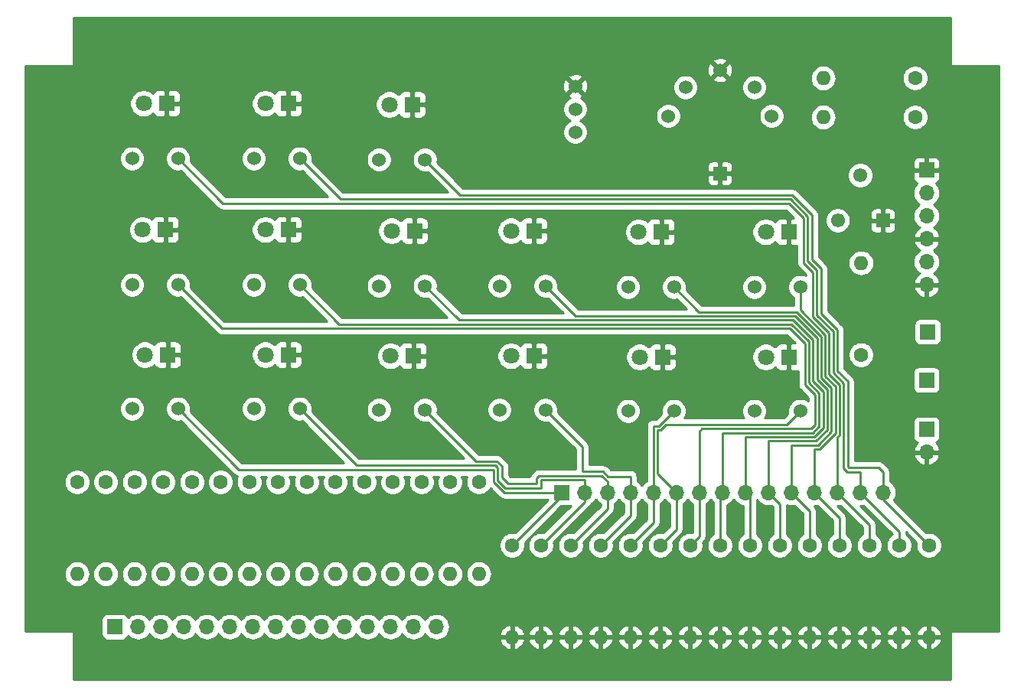
<source format=gbl>
G04 #@! TF.GenerationSoftware,KiCad,Pcbnew,(5.1.4-0-10_14)*
G04 #@! TF.CreationDate,2019-09-25T10:25:20-05:00*
G04 #@! TF.ProjectId,midi_footswitch,6d696469-5f66-46f6-9f74-737769746368,rev?*
G04 #@! TF.SameCoordinates,Original*
G04 #@! TF.FileFunction,Copper,L2,Bot*
G04 #@! TF.FilePolarity,Positive*
%FSLAX46Y46*%
G04 Gerber Fmt 4.6, Leading zero omitted, Abs format (unit mm)*
G04 Created by KiCad (PCBNEW (5.1.4-0-10_14)) date 2019-09-25 10:25:20*
%MOMM*%
%LPD*%
G04 APERTURE LIST*
%ADD10C,1.550000*%
%ADD11R,1.550000X1.550000*%
%ADD12C,1.524000*%
%ADD13R,1.524000X1.524000*%
%ADD14R,1.800000X1.800000*%
%ADD15C,1.800000*%
%ADD16O,1.700000X1.700000*%
%ADD17R,1.700000X1.700000*%
%ADD18C,1.600000*%
%ADD19O,1.600000X1.600000*%
%ADD20C,0.250000*%
%ADD21C,0.254000*%
G04 APERTURE END LIST*
D10*
X105196000Y-30306000D03*
D11*
X107696000Y-35306000D03*
D10*
X102696000Y-35306000D03*
D12*
X83947000Y-23749000D03*
X85852000Y-20574000D03*
X89662000Y-18669000D03*
X93472000Y-20574000D03*
X95377000Y-23749000D03*
D13*
X89662000Y-30099000D03*
D14*
X28575000Y-50165000D03*
D15*
X26035000Y-50165000D03*
D14*
X41910000Y-50165000D03*
D15*
X39370000Y-50165000D03*
X53213000Y-50292000D03*
D14*
X55753000Y-50292000D03*
X69088000Y-50292000D03*
D15*
X66548000Y-50292000D03*
D14*
X83312000Y-50419000D03*
D15*
X80772000Y-50419000D03*
X94742000Y-50419000D03*
D14*
X97282000Y-50419000D03*
D15*
X25781000Y-36322000D03*
D14*
X28321000Y-36322000D03*
D15*
X39370000Y-36322000D03*
D14*
X41910000Y-36322000D03*
X55880000Y-36449000D03*
D15*
X53340000Y-36449000D03*
X66548000Y-36449000D03*
D14*
X69088000Y-36449000D03*
D15*
X80645000Y-36576000D03*
D14*
X83185000Y-36576000D03*
X97282000Y-36576000D03*
D15*
X94742000Y-36576000D03*
D14*
X28448000Y-22352000D03*
D15*
X25908000Y-22352000D03*
D14*
X41910000Y-22352000D03*
D15*
X39370000Y-22352000D03*
X53086000Y-22479000D03*
D14*
X55626000Y-22479000D03*
D16*
X58293000Y-80264000D03*
X55753000Y-80264000D03*
X53213000Y-80264000D03*
X50673000Y-80264000D03*
X48133000Y-80264000D03*
X45593000Y-80264000D03*
X43053000Y-80264000D03*
X40513000Y-80264000D03*
X37973000Y-80264000D03*
X35433000Y-80264000D03*
X32893000Y-80264000D03*
X30353000Y-80264000D03*
X27813000Y-80264000D03*
X25273000Y-80264000D03*
D17*
X22733000Y-80264000D03*
D16*
X112522000Y-60960000D03*
D17*
X112522000Y-58420000D03*
X72136000Y-65405000D03*
D16*
X74676000Y-65405000D03*
X77216000Y-65405000D03*
X79756000Y-65405000D03*
X82296000Y-65405000D03*
X84836000Y-65405000D03*
X87376000Y-65405000D03*
X89916000Y-65405000D03*
X92456000Y-65405000D03*
X94996000Y-65405000D03*
X97536000Y-65405000D03*
X100076000Y-65405000D03*
X102616000Y-65405000D03*
X105156000Y-65405000D03*
X107696000Y-65405000D03*
D17*
X112649000Y-47625000D03*
D16*
X112522000Y-42418000D03*
X112522000Y-39878000D03*
X112522000Y-37338000D03*
X112522000Y-34798000D03*
X112522000Y-32258000D03*
D17*
X112522000Y-29718000D03*
D12*
X73660000Y-20447000D03*
X73660000Y-22987000D03*
X73660000Y-25527000D03*
D17*
X112522000Y-52959000D03*
D18*
X18542000Y-64262000D03*
D19*
X18542000Y-74422000D03*
X21717000Y-74422000D03*
D18*
X21717000Y-64262000D03*
X24892000Y-64262000D03*
D19*
X24892000Y-74422000D03*
X28067000Y-74422000D03*
D18*
X28067000Y-64262000D03*
X31242000Y-64262000D03*
D19*
X31242000Y-74422000D03*
X34417000Y-74422000D03*
D18*
X34417000Y-64262000D03*
X37592000Y-64262000D03*
D19*
X37592000Y-74422000D03*
X40767000Y-74422000D03*
D18*
X40767000Y-64262000D03*
X43942000Y-64262000D03*
D19*
X43942000Y-74422000D03*
X47117000Y-74422000D03*
D18*
X47117000Y-64262000D03*
X111252000Y-19558000D03*
D19*
X101092000Y-19558000D03*
X101092000Y-23876000D03*
D18*
X111252000Y-23876000D03*
X66675000Y-71247000D03*
D19*
X66675000Y-81407000D03*
D18*
X69850000Y-71247000D03*
D19*
X69850000Y-81407000D03*
D18*
X73152000Y-71247000D03*
D19*
X73152000Y-81407000D03*
D18*
X76454000Y-71247000D03*
D19*
X76454000Y-81407000D03*
X79756000Y-81407000D03*
D18*
X79756000Y-71247000D03*
D19*
X83058000Y-81407000D03*
D18*
X83058000Y-71247000D03*
X86360000Y-71247000D03*
D19*
X86360000Y-81407000D03*
X89662000Y-81407000D03*
D18*
X89662000Y-71247000D03*
X92964000Y-71247000D03*
D19*
X92964000Y-81407000D03*
X96266000Y-81407000D03*
D18*
X96266000Y-71247000D03*
D19*
X105283000Y-40005000D03*
D18*
X105283000Y-50165000D03*
X50292000Y-64262000D03*
D19*
X50292000Y-74422000D03*
D18*
X53467000Y-64262000D03*
D19*
X53467000Y-74422000D03*
D18*
X56642000Y-64262000D03*
D19*
X56642000Y-74422000D03*
X59817000Y-74422000D03*
D18*
X59817000Y-64262000D03*
D19*
X62992000Y-74422000D03*
D18*
X62992000Y-64262000D03*
D19*
X99568000Y-81407000D03*
D18*
X99568000Y-71247000D03*
D19*
X102870000Y-81407000D03*
D18*
X102870000Y-71247000D03*
D19*
X106172000Y-81407000D03*
D18*
X106172000Y-71247000D03*
X109474000Y-71247000D03*
D19*
X109474000Y-81407000D03*
X112776000Y-81407000D03*
D18*
X112776000Y-71247000D03*
D12*
X24638000Y-56134000D03*
X29718000Y-56134000D03*
X43180000Y-56134000D03*
X38100000Y-56134000D03*
X51943000Y-56261000D03*
X57023000Y-56261000D03*
X70358000Y-56261000D03*
X65278000Y-56261000D03*
X79502000Y-56388000D03*
X84582000Y-56388000D03*
X93472000Y-56388000D03*
X98552000Y-56388000D03*
X24638000Y-42418000D03*
X29718000Y-42418000D03*
X38100000Y-42418000D03*
X43180000Y-42418000D03*
X57023000Y-42545000D03*
X51943000Y-42545000D03*
X65278000Y-42545000D03*
X70358000Y-42545000D03*
X79502000Y-42672000D03*
X84582000Y-42672000D03*
X98552000Y-42672000D03*
X93472000Y-42672000D03*
X29718000Y-28448000D03*
X24638000Y-28448000D03*
X43180000Y-28448000D03*
X38100000Y-28448000D03*
X51943000Y-28575000D03*
X57023000Y-28575000D03*
D20*
X97654800Y-32500980D02*
X60948980Y-32500980D01*
X99833019Y-34679199D02*
X97654800Y-32500980D01*
X102660072Y-47403792D02*
X100849018Y-45592738D01*
X102660073Y-51975793D02*
X102660072Y-47403792D01*
X99833020Y-39632200D02*
X99833019Y-34679199D01*
X107245990Y-62668990D02*
X103945400Y-62668990D01*
X100849018Y-40648198D02*
X99833020Y-39632200D01*
X103945400Y-62668990D02*
X103803072Y-62526662D01*
X100849018Y-45592738D02*
X100849018Y-40648198D01*
X103803072Y-62526662D02*
X103803072Y-53118792D01*
X60948980Y-32500980D02*
X57023000Y-28575000D01*
X103803072Y-53118792D02*
X102660073Y-51975793D01*
X107696000Y-63119000D02*
X107245990Y-62668990D01*
X107696000Y-65405000D02*
X107696000Y-63119000D01*
X107696000Y-66167000D02*
X107696000Y-65405000D01*
X112776000Y-71247000D02*
X107696000Y-66167000D01*
X97468400Y-32950990D02*
X47682990Y-32950990D01*
X100399010Y-45779140D02*
X100399009Y-40834599D01*
X99383010Y-34865600D02*
X97468400Y-32950990D01*
X103353064Y-62713064D02*
X103353063Y-53305193D01*
X99383010Y-39818600D02*
X99383010Y-34865600D01*
X100399009Y-40834599D02*
X99383010Y-39818600D01*
X102210063Y-52162193D02*
X102210063Y-47590193D01*
X102210063Y-47590193D02*
X100399010Y-45779140D01*
X103759000Y-63119000D02*
X103353064Y-62713064D01*
X47682990Y-32950990D02*
X43180000Y-28448000D01*
X103353063Y-53305193D02*
X102210063Y-52162193D01*
X105156000Y-63119000D02*
X103759000Y-63119000D01*
X105156000Y-65405000D02*
X105156000Y-63119000D01*
X109474000Y-69723000D02*
X105156000Y-65405000D01*
X109474000Y-71247000D02*
X109474000Y-69723000D01*
X34671000Y-33401000D02*
X29718000Y-28448000D01*
X97282000Y-33401000D02*
X34671000Y-33401000D01*
X99949000Y-41021000D02*
X98933000Y-40005000D01*
X99949000Y-45965540D02*
X99949000Y-41021000D01*
X101760054Y-47776594D02*
X99949000Y-45965540D01*
X98933000Y-35052000D02*
X97282000Y-33401000D01*
X102903054Y-58419999D02*
X102903054Y-53491594D01*
X102903054Y-53491594D02*
X101760055Y-52348595D01*
X101760055Y-52348595D02*
X101760054Y-47776594D01*
X102903055Y-59030395D02*
X102903054Y-58419999D01*
X98933000Y-40005000D02*
X98933000Y-35052000D01*
X102616000Y-59317451D02*
X102903055Y-59030395D01*
X102616000Y-65405000D02*
X102616000Y-59317451D01*
X106172000Y-68961000D02*
X102616000Y-65405000D01*
X106172000Y-71247000D02*
X106172000Y-68961000D01*
X101310045Y-47962995D02*
X98552000Y-45204950D01*
X102453045Y-58165999D02*
X102453045Y-53677995D01*
X102453046Y-58843996D02*
X102453045Y-58165999D01*
X100684995Y-60612052D02*
X102453046Y-58843996D01*
X98552000Y-45204950D02*
X98552000Y-42672000D01*
X100076000Y-60612054D02*
X100684995Y-60612052D01*
X101310045Y-52534995D02*
X101310045Y-47962995D01*
X102453045Y-53677995D02*
X101310045Y-52534995D01*
X100076000Y-65405000D02*
X100076000Y-60612054D01*
X102870000Y-68199000D02*
X100076000Y-65405000D01*
X102870000Y-71247000D02*
X102870000Y-68199000D01*
X87353961Y-45443961D02*
X84582000Y-42672000D01*
X98154601Y-45443961D02*
X87353961Y-45443961D01*
X100860036Y-48149396D02*
X98154601Y-45443961D01*
X97536000Y-65405000D02*
X97536000Y-60162047D01*
X102003036Y-57911999D02*
X102003036Y-53864396D01*
X100860037Y-52721397D02*
X100860036Y-48149396D01*
X102003037Y-58657597D02*
X102003036Y-57911999D01*
X102003036Y-53864396D02*
X100860037Y-52721397D01*
X97536000Y-60162047D02*
X100498594Y-60162044D01*
X100498594Y-60162044D02*
X102003037Y-58657597D01*
X99568000Y-67437000D02*
X97536000Y-65405000D01*
X99568000Y-71247000D02*
X99568000Y-67437000D01*
X94996000Y-65405000D02*
X94996000Y-59712038D01*
X100312193Y-59712036D02*
X101553028Y-58471198D01*
X94996000Y-59712038D02*
X100312193Y-59712036D01*
X101553028Y-58471198D02*
X101553027Y-57403999D01*
X101553027Y-57403999D02*
X101553027Y-54050797D01*
X101553027Y-54050797D02*
X100410028Y-52907798D01*
X100410027Y-48335797D02*
X97968201Y-45893971D01*
X100410028Y-52907798D02*
X100410027Y-48335797D01*
X73706971Y-45893971D02*
X70358000Y-42545000D01*
X97968201Y-45893971D02*
X73706971Y-45893971D01*
X96266000Y-66675000D02*
X94996000Y-65405000D01*
X96266000Y-71247000D02*
X96266000Y-66675000D01*
X97781801Y-46343981D02*
X60821981Y-46343981D01*
X99960018Y-48522198D02*
X97781801Y-46343981D01*
X99960019Y-53094199D02*
X99960018Y-48522198D01*
X101103018Y-54237198D02*
X99960019Y-53094199D01*
X101103019Y-58284799D02*
X101103018Y-57276999D01*
X101103018Y-57276999D02*
X101103018Y-54237198D01*
X92456000Y-65405000D02*
X92456000Y-59262029D01*
X100125792Y-59262028D02*
X101103019Y-58284799D01*
X60821981Y-46343981D02*
X57023000Y-42545000D01*
X92456000Y-59262029D02*
X100125792Y-59262028D01*
X92964000Y-65913000D02*
X92456000Y-65405000D01*
X92964000Y-71247000D02*
X92964000Y-65913000D01*
X97595400Y-46793990D02*
X47555990Y-46793990D01*
X99510010Y-53280600D02*
X99510009Y-48708599D01*
X89916000Y-58812020D02*
X99939391Y-58812019D01*
X100653010Y-58098400D02*
X100653009Y-54423599D01*
X47555990Y-46793990D02*
X43180000Y-42418000D01*
X99939391Y-58812019D02*
X100653010Y-58098400D01*
X99510009Y-48708599D02*
X97595400Y-46793990D01*
X100653009Y-54423599D02*
X99510010Y-53280600D01*
X89916000Y-65405000D02*
X89916000Y-58812020D01*
X89662000Y-65659000D02*
X89916000Y-65405000D01*
X89662000Y-71247000D02*
X89662000Y-65659000D01*
X97409000Y-47244000D02*
X34544000Y-47244000D01*
X99060000Y-48895000D02*
X97409000Y-47244000D01*
X34544000Y-47244000D02*
X29718000Y-42418000D01*
X99060000Y-53467000D02*
X99060000Y-48895000D01*
X87687990Y-58362010D02*
X99752990Y-58362010D01*
X100203000Y-54610000D02*
X99060000Y-53467000D01*
X100203000Y-57912000D02*
X100203000Y-54610000D01*
X87376000Y-58674000D02*
X87687990Y-58362010D01*
X99752990Y-58362010D02*
X100203000Y-57912000D01*
X87376000Y-65405000D02*
X87376000Y-58674000D01*
X87376000Y-70231000D02*
X87376000Y-65405000D01*
X86360000Y-71247000D02*
X87376000Y-70231000D01*
X83117401Y-58489009D02*
X83694410Y-57912000D01*
X82746010Y-58489010D02*
X83117401Y-58489009D01*
X97028000Y-57912000D02*
X98552000Y-56388000D01*
X82746010Y-63315010D02*
X82746010Y-58489010D01*
X83694410Y-57912000D02*
X97028000Y-57912000D01*
X84836000Y-65405000D02*
X82746010Y-63315010D01*
X84836000Y-69469000D02*
X84836000Y-65405000D01*
X83058000Y-71247000D02*
X84836000Y-69469000D01*
X82931000Y-58039000D02*
X84582000Y-56388000D01*
X82296000Y-58039000D02*
X82931000Y-58039000D01*
X82296000Y-65405000D02*
X82296000Y-58039000D01*
X82296000Y-68707000D02*
X82296000Y-65405000D01*
X79756000Y-71247000D02*
X82296000Y-68707000D01*
X74422000Y-60325000D02*
X70358000Y-56261000D01*
X76757471Y-63107980D02*
X74422000Y-63107980D01*
X77276491Y-63627000D02*
X76757471Y-63107980D01*
X74422000Y-63107980D02*
X74422000Y-60325000D01*
X79756000Y-63627000D02*
X77276491Y-63627000D01*
X79756000Y-65405000D02*
X79756000Y-63627000D01*
X79756000Y-67945000D02*
X79756000Y-65405000D01*
X76454000Y-71247000D02*
X79756000Y-67945000D01*
X77216000Y-65405000D02*
X77216000Y-64202919D01*
X69663600Y-63557990D02*
X69399990Y-63821600D01*
X76571071Y-63557990D02*
X69663600Y-63557990D01*
X77216000Y-64202919D02*
X76571071Y-63557990D01*
X69399990Y-63821600D02*
X69399990Y-64446990D01*
X66224990Y-64446990D02*
X65543020Y-63765020D01*
X69399990Y-64446990D02*
X66224990Y-64446990D01*
X65543019Y-62492199D02*
X65015800Y-61964980D01*
X65543020Y-63765020D02*
X65543019Y-62492199D01*
X62726980Y-61964980D02*
X57023000Y-56261000D01*
X65015800Y-61964980D02*
X62726980Y-61964980D01*
X77216000Y-67183000D02*
X77216000Y-65405000D01*
X73152000Y-71247000D02*
X77216000Y-67183000D01*
X49460990Y-62414990D02*
X43180000Y-56134000D01*
X74676000Y-64008000D02*
X69850000Y-64008000D01*
X69850000Y-64897000D02*
X65928412Y-64897000D01*
X69850000Y-64008000D02*
X69850000Y-64897000D01*
X65093010Y-62678600D02*
X64829400Y-62414990D01*
X65928412Y-64897000D02*
X65093010Y-64061598D01*
X64829400Y-62414990D02*
X49460990Y-62414990D01*
X65093010Y-64061598D02*
X65093010Y-62678600D01*
X74676000Y-65405000D02*
X74676000Y-64008000D01*
X74676000Y-66421000D02*
X74676000Y-65405000D01*
X69850000Y-71247000D02*
X74676000Y-66421000D01*
X36449000Y-62865000D02*
X29718000Y-56134000D01*
X64643000Y-62865000D02*
X36449000Y-62865000D01*
X65800002Y-65405000D02*
X64643000Y-64247998D01*
X64643000Y-64247998D02*
X64643000Y-62865000D01*
X72136000Y-65405000D02*
X65800002Y-65405000D01*
X72136000Y-65786000D02*
X72136000Y-65405000D01*
X66675000Y-71247000D02*
X72136000Y-65786000D01*
D21*
G36*
X115189000Y-18034000D02*
G01*
X115191440Y-18058776D01*
X115198667Y-18082601D01*
X115210403Y-18104557D01*
X115226197Y-18123803D01*
X115245443Y-18139597D01*
X115267399Y-18151333D01*
X115291224Y-18158560D01*
X115316000Y-18161000D01*
X120498001Y-18161000D01*
X120498000Y-80772000D01*
X115316000Y-80772000D01*
X115291224Y-80774440D01*
X115267399Y-80781667D01*
X115245443Y-80793403D01*
X115226197Y-80809197D01*
X115210403Y-80828443D01*
X115198667Y-80850399D01*
X115191440Y-80874224D01*
X115189000Y-80899000D01*
X115189000Y-86081000D01*
X18164457Y-86081000D01*
X18164457Y-81756040D01*
X65283091Y-81756040D01*
X65377930Y-82020881D01*
X65522615Y-82262131D01*
X65711586Y-82470519D01*
X65937580Y-82638037D01*
X66191913Y-82758246D01*
X66325961Y-82798904D01*
X66548000Y-82676915D01*
X66548000Y-81534000D01*
X66802000Y-81534000D01*
X66802000Y-82676915D01*
X67024039Y-82798904D01*
X67158087Y-82758246D01*
X67412420Y-82638037D01*
X67638414Y-82470519D01*
X67827385Y-82262131D01*
X67972070Y-82020881D01*
X68066909Y-81756040D01*
X68458091Y-81756040D01*
X68552930Y-82020881D01*
X68697615Y-82262131D01*
X68886586Y-82470519D01*
X69112580Y-82638037D01*
X69366913Y-82758246D01*
X69500961Y-82798904D01*
X69723000Y-82676915D01*
X69723000Y-81534000D01*
X69977000Y-81534000D01*
X69977000Y-82676915D01*
X70199039Y-82798904D01*
X70333087Y-82758246D01*
X70587420Y-82638037D01*
X70813414Y-82470519D01*
X71002385Y-82262131D01*
X71147070Y-82020881D01*
X71241909Y-81756040D01*
X71760091Y-81756040D01*
X71854930Y-82020881D01*
X71999615Y-82262131D01*
X72188586Y-82470519D01*
X72414580Y-82638037D01*
X72668913Y-82758246D01*
X72802961Y-82798904D01*
X73025000Y-82676915D01*
X73025000Y-81534000D01*
X73279000Y-81534000D01*
X73279000Y-82676915D01*
X73501039Y-82798904D01*
X73635087Y-82758246D01*
X73889420Y-82638037D01*
X74115414Y-82470519D01*
X74304385Y-82262131D01*
X74449070Y-82020881D01*
X74543909Y-81756040D01*
X75062091Y-81756040D01*
X75156930Y-82020881D01*
X75301615Y-82262131D01*
X75490586Y-82470519D01*
X75716580Y-82638037D01*
X75970913Y-82758246D01*
X76104961Y-82798904D01*
X76327000Y-82676915D01*
X76327000Y-81534000D01*
X76581000Y-81534000D01*
X76581000Y-82676915D01*
X76803039Y-82798904D01*
X76937087Y-82758246D01*
X77191420Y-82638037D01*
X77417414Y-82470519D01*
X77606385Y-82262131D01*
X77751070Y-82020881D01*
X77845909Y-81756040D01*
X78364091Y-81756040D01*
X78458930Y-82020881D01*
X78603615Y-82262131D01*
X78792586Y-82470519D01*
X79018580Y-82638037D01*
X79272913Y-82758246D01*
X79406961Y-82798904D01*
X79629000Y-82676915D01*
X79629000Y-81534000D01*
X79883000Y-81534000D01*
X79883000Y-82676915D01*
X80105039Y-82798904D01*
X80239087Y-82758246D01*
X80493420Y-82638037D01*
X80719414Y-82470519D01*
X80908385Y-82262131D01*
X81053070Y-82020881D01*
X81147909Y-81756040D01*
X81666091Y-81756040D01*
X81760930Y-82020881D01*
X81905615Y-82262131D01*
X82094586Y-82470519D01*
X82320580Y-82638037D01*
X82574913Y-82758246D01*
X82708961Y-82798904D01*
X82931000Y-82676915D01*
X82931000Y-81534000D01*
X83185000Y-81534000D01*
X83185000Y-82676915D01*
X83407039Y-82798904D01*
X83541087Y-82758246D01*
X83795420Y-82638037D01*
X84021414Y-82470519D01*
X84210385Y-82262131D01*
X84355070Y-82020881D01*
X84449909Y-81756040D01*
X84968091Y-81756040D01*
X85062930Y-82020881D01*
X85207615Y-82262131D01*
X85396586Y-82470519D01*
X85622580Y-82638037D01*
X85876913Y-82758246D01*
X86010961Y-82798904D01*
X86233000Y-82676915D01*
X86233000Y-81534000D01*
X86487000Y-81534000D01*
X86487000Y-82676915D01*
X86709039Y-82798904D01*
X86843087Y-82758246D01*
X87097420Y-82638037D01*
X87323414Y-82470519D01*
X87512385Y-82262131D01*
X87657070Y-82020881D01*
X87751909Y-81756040D01*
X88270091Y-81756040D01*
X88364930Y-82020881D01*
X88509615Y-82262131D01*
X88698586Y-82470519D01*
X88924580Y-82638037D01*
X89178913Y-82758246D01*
X89312961Y-82798904D01*
X89535000Y-82676915D01*
X89535000Y-81534000D01*
X89789000Y-81534000D01*
X89789000Y-82676915D01*
X90011039Y-82798904D01*
X90145087Y-82758246D01*
X90399420Y-82638037D01*
X90625414Y-82470519D01*
X90814385Y-82262131D01*
X90959070Y-82020881D01*
X91053909Y-81756040D01*
X91572091Y-81756040D01*
X91666930Y-82020881D01*
X91811615Y-82262131D01*
X92000586Y-82470519D01*
X92226580Y-82638037D01*
X92480913Y-82758246D01*
X92614961Y-82798904D01*
X92837000Y-82676915D01*
X92837000Y-81534000D01*
X93091000Y-81534000D01*
X93091000Y-82676915D01*
X93313039Y-82798904D01*
X93447087Y-82758246D01*
X93701420Y-82638037D01*
X93927414Y-82470519D01*
X94116385Y-82262131D01*
X94261070Y-82020881D01*
X94355909Y-81756040D01*
X94874091Y-81756040D01*
X94968930Y-82020881D01*
X95113615Y-82262131D01*
X95302586Y-82470519D01*
X95528580Y-82638037D01*
X95782913Y-82758246D01*
X95916961Y-82798904D01*
X96139000Y-82676915D01*
X96139000Y-81534000D01*
X96393000Y-81534000D01*
X96393000Y-82676915D01*
X96615039Y-82798904D01*
X96749087Y-82758246D01*
X97003420Y-82638037D01*
X97229414Y-82470519D01*
X97418385Y-82262131D01*
X97563070Y-82020881D01*
X97657909Y-81756040D01*
X98176091Y-81756040D01*
X98270930Y-82020881D01*
X98415615Y-82262131D01*
X98604586Y-82470519D01*
X98830580Y-82638037D01*
X99084913Y-82758246D01*
X99218961Y-82798904D01*
X99441000Y-82676915D01*
X99441000Y-81534000D01*
X99695000Y-81534000D01*
X99695000Y-82676915D01*
X99917039Y-82798904D01*
X100051087Y-82758246D01*
X100305420Y-82638037D01*
X100531414Y-82470519D01*
X100720385Y-82262131D01*
X100865070Y-82020881D01*
X100959909Y-81756040D01*
X101478091Y-81756040D01*
X101572930Y-82020881D01*
X101717615Y-82262131D01*
X101906586Y-82470519D01*
X102132580Y-82638037D01*
X102386913Y-82758246D01*
X102520961Y-82798904D01*
X102743000Y-82676915D01*
X102743000Y-81534000D01*
X102997000Y-81534000D01*
X102997000Y-82676915D01*
X103219039Y-82798904D01*
X103353087Y-82758246D01*
X103607420Y-82638037D01*
X103833414Y-82470519D01*
X104022385Y-82262131D01*
X104167070Y-82020881D01*
X104261909Y-81756040D01*
X104780091Y-81756040D01*
X104874930Y-82020881D01*
X105019615Y-82262131D01*
X105208586Y-82470519D01*
X105434580Y-82638037D01*
X105688913Y-82758246D01*
X105822961Y-82798904D01*
X106045000Y-82676915D01*
X106045000Y-81534000D01*
X106299000Y-81534000D01*
X106299000Y-82676915D01*
X106521039Y-82798904D01*
X106655087Y-82758246D01*
X106909420Y-82638037D01*
X107135414Y-82470519D01*
X107324385Y-82262131D01*
X107469070Y-82020881D01*
X107563909Y-81756040D01*
X108082091Y-81756040D01*
X108176930Y-82020881D01*
X108321615Y-82262131D01*
X108510586Y-82470519D01*
X108736580Y-82638037D01*
X108990913Y-82758246D01*
X109124961Y-82798904D01*
X109347000Y-82676915D01*
X109347000Y-81534000D01*
X109601000Y-81534000D01*
X109601000Y-82676915D01*
X109823039Y-82798904D01*
X109957087Y-82758246D01*
X110211420Y-82638037D01*
X110437414Y-82470519D01*
X110626385Y-82262131D01*
X110771070Y-82020881D01*
X110865909Y-81756040D01*
X111384091Y-81756040D01*
X111478930Y-82020881D01*
X111623615Y-82262131D01*
X111812586Y-82470519D01*
X112038580Y-82638037D01*
X112292913Y-82758246D01*
X112426961Y-82798904D01*
X112649000Y-82676915D01*
X112649000Y-81534000D01*
X112903000Y-81534000D01*
X112903000Y-82676915D01*
X113125039Y-82798904D01*
X113259087Y-82758246D01*
X113513420Y-82638037D01*
X113739414Y-82470519D01*
X113928385Y-82262131D01*
X114073070Y-82020881D01*
X114167909Y-81756040D01*
X114046624Y-81534000D01*
X112903000Y-81534000D01*
X112649000Y-81534000D01*
X111505376Y-81534000D01*
X111384091Y-81756040D01*
X110865909Y-81756040D01*
X110744624Y-81534000D01*
X109601000Y-81534000D01*
X109347000Y-81534000D01*
X108203376Y-81534000D01*
X108082091Y-81756040D01*
X107563909Y-81756040D01*
X107442624Y-81534000D01*
X106299000Y-81534000D01*
X106045000Y-81534000D01*
X104901376Y-81534000D01*
X104780091Y-81756040D01*
X104261909Y-81756040D01*
X104140624Y-81534000D01*
X102997000Y-81534000D01*
X102743000Y-81534000D01*
X101599376Y-81534000D01*
X101478091Y-81756040D01*
X100959909Y-81756040D01*
X100838624Y-81534000D01*
X99695000Y-81534000D01*
X99441000Y-81534000D01*
X98297376Y-81534000D01*
X98176091Y-81756040D01*
X97657909Y-81756040D01*
X97536624Y-81534000D01*
X96393000Y-81534000D01*
X96139000Y-81534000D01*
X94995376Y-81534000D01*
X94874091Y-81756040D01*
X94355909Y-81756040D01*
X94234624Y-81534000D01*
X93091000Y-81534000D01*
X92837000Y-81534000D01*
X91693376Y-81534000D01*
X91572091Y-81756040D01*
X91053909Y-81756040D01*
X90932624Y-81534000D01*
X89789000Y-81534000D01*
X89535000Y-81534000D01*
X88391376Y-81534000D01*
X88270091Y-81756040D01*
X87751909Y-81756040D01*
X87630624Y-81534000D01*
X86487000Y-81534000D01*
X86233000Y-81534000D01*
X85089376Y-81534000D01*
X84968091Y-81756040D01*
X84449909Y-81756040D01*
X84328624Y-81534000D01*
X83185000Y-81534000D01*
X82931000Y-81534000D01*
X81787376Y-81534000D01*
X81666091Y-81756040D01*
X81147909Y-81756040D01*
X81026624Y-81534000D01*
X79883000Y-81534000D01*
X79629000Y-81534000D01*
X78485376Y-81534000D01*
X78364091Y-81756040D01*
X77845909Y-81756040D01*
X77724624Y-81534000D01*
X76581000Y-81534000D01*
X76327000Y-81534000D01*
X75183376Y-81534000D01*
X75062091Y-81756040D01*
X74543909Y-81756040D01*
X74422624Y-81534000D01*
X73279000Y-81534000D01*
X73025000Y-81534000D01*
X71881376Y-81534000D01*
X71760091Y-81756040D01*
X71241909Y-81756040D01*
X71120624Y-81534000D01*
X69977000Y-81534000D01*
X69723000Y-81534000D01*
X68579376Y-81534000D01*
X68458091Y-81756040D01*
X68066909Y-81756040D01*
X67945624Y-81534000D01*
X66802000Y-81534000D01*
X66548000Y-81534000D01*
X65404376Y-81534000D01*
X65283091Y-81756040D01*
X18164457Y-81756040D01*
X18164457Y-80899000D01*
X18162017Y-80874224D01*
X18154790Y-80850399D01*
X18143054Y-80828443D01*
X18127260Y-80809197D01*
X18108014Y-80793403D01*
X18086058Y-80781667D01*
X18062233Y-80774440D01*
X18037457Y-80772000D01*
X12852000Y-80772000D01*
X12852000Y-79414000D01*
X21244928Y-79414000D01*
X21244928Y-81114000D01*
X21257188Y-81238482D01*
X21293498Y-81358180D01*
X21352463Y-81468494D01*
X21431815Y-81565185D01*
X21528506Y-81644537D01*
X21638820Y-81703502D01*
X21758518Y-81739812D01*
X21883000Y-81752072D01*
X23583000Y-81752072D01*
X23707482Y-81739812D01*
X23827180Y-81703502D01*
X23937494Y-81644537D01*
X24034185Y-81565185D01*
X24113537Y-81468494D01*
X24172502Y-81358180D01*
X24193393Y-81289313D01*
X24217866Y-81319134D01*
X24443986Y-81504706D01*
X24701966Y-81642599D01*
X24981889Y-81727513D01*
X25200050Y-81749000D01*
X25345950Y-81749000D01*
X25564111Y-81727513D01*
X25844034Y-81642599D01*
X26102014Y-81504706D01*
X26328134Y-81319134D01*
X26513706Y-81093014D01*
X26543000Y-81038209D01*
X26572294Y-81093014D01*
X26757866Y-81319134D01*
X26983986Y-81504706D01*
X27241966Y-81642599D01*
X27521889Y-81727513D01*
X27740050Y-81749000D01*
X27885950Y-81749000D01*
X28104111Y-81727513D01*
X28384034Y-81642599D01*
X28642014Y-81504706D01*
X28868134Y-81319134D01*
X29053706Y-81093014D01*
X29083000Y-81038209D01*
X29112294Y-81093014D01*
X29297866Y-81319134D01*
X29523986Y-81504706D01*
X29781966Y-81642599D01*
X30061889Y-81727513D01*
X30280050Y-81749000D01*
X30425950Y-81749000D01*
X30644111Y-81727513D01*
X30924034Y-81642599D01*
X31182014Y-81504706D01*
X31408134Y-81319134D01*
X31593706Y-81093014D01*
X31623000Y-81038209D01*
X31652294Y-81093014D01*
X31837866Y-81319134D01*
X32063986Y-81504706D01*
X32321966Y-81642599D01*
X32601889Y-81727513D01*
X32820050Y-81749000D01*
X32965950Y-81749000D01*
X33184111Y-81727513D01*
X33464034Y-81642599D01*
X33722014Y-81504706D01*
X33948134Y-81319134D01*
X34133706Y-81093014D01*
X34163000Y-81038209D01*
X34192294Y-81093014D01*
X34377866Y-81319134D01*
X34603986Y-81504706D01*
X34861966Y-81642599D01*
X35141889Y-81727513D01*
X35360050Y-81749000D01*
X35505950Y-81749000D01*
X35724111Y-81727513D01*
X36004034Y-81642599D01*
X36262014Y-81504706D01*
X36488134Y-81319134D01*
X36673706Y-81093014D01*
X36703000Y-81038209D01*
X36732294Y-81093014D01*
X36917866Y-81319134D01*
X37143986Y-81504706D01*
X37401966Y-81642599D01*
X37681889Y-81727513D01*
X37900050Y-81749000D01*
X38045950Y-81749000D01*
X38264111Y-81727513D01*
X38544034Y-81642599D01*
X38802014Y-81504706D01*
X39028134Y-81319134D01*
X39213706Y-81093014D01*
X39243000Y-81038209D01*
X39272294Y-81093014D01*
X39457866Y-81319134D01*
X39683986Y-81504706D01*
X39941966Y-81642599D01*
X40221889Y-81727513D01*
X40440050Y-81749000D01*
X40585950Y-81749000D01*
X40804111Y-81727513D01*
X41084034Y-81642599D01*
X41342014Y-81504706D01*
X41568134Y-81319134D01*
X41753706Y-81093014D01*
X41783000Y-81038209D01*
X41812294Y-81093014D01*
X41997866Y-81319134D01*
X42223986Y-81504706D01*
X42481966Y-81642599D01*
X42761889Y-81727513D01*
X42980050Y-81749000D01*
X43125950Y-81749000D01*
X43344111Y-81727513D01*
X43624034Y-81642599D01*
X43882014Y-81504706D01*
X44108134Y-81319134D01*
X44293706Y-81093014D01*
X44323000Y-81038209D01*
X44352294Y-81093014D01*
X44537866Y-81319134D01*
X44763986Y-81504706D01*
X45021966Y-81642599D01*
X45301889Y-81727513D01*
X45520050Y-81749000D01*
X45665950Y-81749000D01*
X45884111Y-81727513D01*
X46164034Y-81642599D01*
X46422014Y-81504706D01*
X46648134Y-81319134D01*
X46833706Y-81093014D01*
X46863000Y-81038209D01*
X46892294Y-81093014D01*
X47077866Y-81319134D01*
X47303986Y-81504706D01*
X47561966Y-81642599D01*
X47841889Y-81727513D01*
X48060050Y-81749000D01*
X48205950Y-81749000D01*
X48424111Y-81727513D01*
X48704034Y-81642599D01*
X48962014Y-81504706D01*
X49188134Y-81319134D01*
X49373706Y-81093014D01*
X49403000Y-81038209D01*
X49432294Y-81093014D01*
X49617866Y-81319134D01*
X49843986Y-81504706D01*
X50101966Y-81642599D01*
X50381889Y-81727513D01*
X50600050Y-81749000D01*
X50745950Y-81749000D01*
X50964111Y-81727513D01*
X51244034Y-81642599D01*
X51502014Y-81504706D01*
X51728134Y-81319134D01*
X51913706Y-81093014D01*
X51943000Y-81038209D01*
X51972294Y-81093014D01*
X52157866Y-81319134D01*
X52383986Y-81504706D01*
X52641966Y-81642599D01*
X52921889Y-81727513D01*
X53140050Y-81749000D01*
X53285950Y-81749000D01*
X53504111Y-81727513D01*
X53784034Y-81642599D01*
X54042014Y-81504706D01*
X54268134Y-81319134D01*
X54453706Y-81093014D01*
X54483000Y-81038209D01*
X54512294Y-81093014D01*
X54697866Y-81319134D01*
X54923986Y-81504706D01*
X55181966Y-81642599D01*
X55461889Y-81727513D01*
X55680050Y-81749000D01*
X55825950Y-81749000D01*
X56044111Y-81727513D01*
X56324034Y-81642599D01*
X56582014Y-81504706D01*
X56808134Y-81319134D01*
X56993706Y-81093014D01*
X57023000Y-81038209D01*
X57052294Y-81093014D01*
X57237866Y-81319134D01*
X57463986Y-81504706D01*
X57721966Y-81642599D01*
X58001889Y-81727513D01*
X58220050Y-81749000D01*
X58365950Y-81749000D01*
X58584111Y-81727513D01*
X58864034Y-81642599D01*
X59122014Y-81504706D01*
X59348134Y-81319134D01*
X59533706Y-81093014D01*
X59552442Y-81057960D01*
X65283091Y-81057960D01*
X65404376Y-81280000D01*
X66548000Y-81280000D01*
X66548000Y-80137085D01*
X66802000Y-80137085D01*
X66802000Y-81280000D01*
X67945624Y-81280000D01*
X68066909Y-81057960D01*
X68458091Y-81057960D01*
X68579376Y-81280000D01*
X69723000Y-81280000D01*
X69723000Y-80137085D01*
X69977000Y-80137085D01*
X69977000Y-81280000D01*
X71120624Y-81280000D01*
X71241909Y-81057960D01*
X71760091Y-81057960D01*
X71881376Y-81280000D01*
X73025000Y-81280000D01*
X73025000Y-80137085D01*
X73279000Y-80137085D01*
X73279000Y-81280000D01*
X74422624Y-81280000D01*
X74543909Y-81057960D01*
X75062091Y-81057960D01*
X75183376Y-81280000D01*
X76327000Y-81280000D01*
X76327000Y-80137085D01*
X76581000Y-80137085D01*
X76581000Y-81280000D01*
X77724624Y-81280000D01*
X77845909Y-81057960D01*
X78364091Y-81057960D01*
X78485376Y-81280000D01*
X79629000Y-81280000D01*
X79629000Y-80137085D01*
X79883000Y-80137085D01*
X79883000Y-81280000D01*
X81026624Y-81280000D01*
X81147909Y-81057960D01*
X81666091Y-81057960D01*
X81787376Y-81280000D01*
X82931000Y-81280000D01*
X82931000Y-80137085D01*
X83185000Y-80137085D01*
X83185000Y-81280000D01*
X84328624Y-81280000D01*
X84449909Y-81057960D01*
X84968091Y-81057960D01*
X85089376Y-81280000D01*
X86233000Y-81280000D01*
X86233000Y-80137085D01*
X86487000Y-80137085D01*
X86487000Y-81280000D01*
X87630624Y-81280000D01*
X87751909Y-81057960D01*
X88270091Y-81057960D01*
X88391376Y-81280000D01*
X89535000Y-81280000D01*
X89535000Y-80137085D01*
X89789000Y-80137085D01*
X89789000Y-81280000D01*
X90932624Y-81280000D01*
X91053909Y-81057960D01*
X91572091Y-81057960D01*
X91693376Y-81280000D01*
X92837000Y-81280000D01*
X92837000Y-80137085D01*
X93091000Y-80137085D01*
X93091000Y-81280000D01*
X94234624Y-81280000D01*
X94355909Y-81057960D01*
X94874091Y-81057960D01*
X94995376Y-81280000D01*
X96139000Y-81280000D01*
X96139000Y-80137085D01*
X96393000Y-80137085D01*
X96393000Y-81280000D01*
X97536624Y-81280000D01*
X97657909Y-81057960D01*
X98176091Y-81057960D01*
X98297376Y-81280000D01*
X99441000Y-81280000D01*
X99441000Y-80137085D01*
X99695000Y-80137085D01*
X99695000Y-81280000D01*
X100838624Y-81280000D01*
X100959909Y-81057960D01*
X101478091Y-81057960D01*
X101599376Y-81280000D01*
X102743000Y-81280000D01*
X102743000Y-80137085D01*
X102997000Y-80137085D01*
X102997000Y-81280000D01*
X104140624Y-81280000D01*
X104261909Y-81057960D01*
X104780091Y-81057960D01*
X104901376Y-81280000D01*
X106045000Y-81280000D01*
X106045000Y-80137085D01*
X106299000Y-80137085D01*
X106299000Y-81280000D01*
X107442624Y-81280000D01*
X107563909Y-81057960D01*
X108082091Y-81057960D01*
X108203376Y-81280000D01*
X109347000Y-81280000D01*
X109347000Y-80137085D01*
X109601000Y-80137085D01*
X109601000Y-81280000D01*
X110744624Y-81280000D01*
X110865909Y-81057960D01*
X111384091Y-81057960D01*
X111505376Y-81280000D01*
X112649000Y-81280000D01*
X112649000Y-80137085D01*
X112903000Y-80137085D01*
X112903000Y-81280000D01*
X114046624Y-81280000D01*
X114167909Y-81057960D01*
X114073070Y-80793119D01*
X113928385Y-80551869D01*
X113739414Y-80343481D01*
X113513420Y-80175963D01*
X113259087Y-80055754D01*
X113125039Y-80015096D01*
X112903000Y-80137085D01*
X112649000Y-80137085D01*
X112426961Y-80015096D01*
X112292913Y-80055754D01*
X112038580Y-80175963D01*
X111812586Y-80343481D01*
X111623615Y-80551869D01*
X111478930Y-80793119D01*
X111384091Y-81057960D01*
X110865909Y-81057960D01*
X110771070Y-80793119D01*
X110626385Y-80551869D01*
X110437414Y-80343481D01*
X110211420Y-80175963D01*
X109957087Y-80055754D01*
X109823039Y-80015096D01*
X109601000Y-80137085D01*
X109347000Y-80137085D01*
X109124961Y-80015096D01*
X108990913Y-80055754D01*
X108736580Y-80175963D01*
X108510586Y-80343481D01*
X108321615Y-80551869D01*
X108176930Y-80793119D01*
X108082091Y-81057960D01*
X107563909Y-81057960D01*
X107469070Y-80793119D01*
X107324385Y-80551869D01*
X107135414Y-80343481D01*
X106909420Y-80175963D01*
X106655087Y-80055754D01*
X106521039Y-80015096D01*
X106299000Y-80137085D01*
X106045000Y-80137085D01*
X105822961Y-80015096D01*
X105688913Y-80055754D01*
X105434580Y-80175963D01*
X105208586Y-80343481D01*
X105019615Y-80551869D01*
X104874930Y-80793119D01*
X104780091Y-81057960D01*
X104261909Y-81057960D01*
X104167070Y-80793119D01*
X104022385Y-80551869D01*
X103833414Y-80343481D01*
X103607420Y-80175963D01*
X103353087Y-80055754D01*
X103219039Y-80015096D01*
X102997000Y-80137085D01*
X102743000Y-80137085D01*
X102520961Y-80015096D01*
X102386913Y-80055754D01*
X102132580Y-80175963D01*
X101906586Y-80343481D01*
X101717615Y-80551869D01*
X101572930Y-80793119D01*
X101478091Y-81057960D01*
X100959909Y-81057960D01*
X100865070Y-80793119D01*
X100720385Y-80551869D01*
X100531414Y-80343481D01*
X100305420Y-80175963D01*
X100051087Y-80055754D01*
X99917039Y-80015096D01*
X99695000Y-80137085D01*
X99441000Y-80137085D01*
X99218961Y-80015096D01*
X99084913Y-80055754D01*
X98830580Y-80175963D01*
X98604586Y-80343481D01*
X98415615Y-80551869D01*
X98270930Y-80793119D01*
X98176091Y-81057960D01*
X97657909Y-81057960D01*
X97563070Y-80793119D01*
X97418385Y-80551869D01*
X97229414Y-80343481D01*
X97003420Y-80175963D01*
X96749087Y-80055754D01*
X96615039Y-80015096D01*
X96393000Y-80137085D01*
X96139000Y-80137085D01*
X95916961Y-80015096D01*
X95782913Y-80055754D01*
X95528580Y-80175963D01*
X95302586Y-80343481D01*
X95113615Y-80551869D01*
X94968930Y-80793119D01*
X94874091Y-81057960D01*
X94355909Y-81057960D01*
X94261070Y-80793119D01*
X94116385Y-80551869D01*
X93927414Y-80343481D01*
X93701420Y-80175963D01*
X93447087Y-80055754D01*
X93313039Y-80015096D01*
X93091000Y-80137085D01*
X92837000Y-80137085D01*
X92614961Y-80015096D01*
X92480913Y-80055754D01*
X92226580Y-80175963D01*
X92000586Y-80343481D01*
X91811615Y-80551869D01*
X91666930Y-80793119D01*
X91572091Y-81057960D01*
X91053909Y-81057960D01*
X90959070Y-80793119D01*
X90814385Y-80551869D01*
X90625414Y-80343481D01*
X90399420Y-80175963D01*
X90145087Y-80055754D01*
X90011039Y-80015096D01*
X89789000Y-80137085D01*
X89535000Y-80137085D01*
X89312961Y-80015096D01*
X89178913Y-80055754D01*
X88924580Y-80175963D01*
X88698586Y-80343481D01*
X88509615Y-80551869D01*
X88364930Y-80793119D01*
X88270091Y-81057960D01*
X87751909Y-81057960D01*
X87657070Y-80793119D01*
X87512385Y-80551869D01*
X87323414Y-80343481D01*
X87097420Y-80175963D01*
X86843087Y-80055754D01*
X86709039Y-80015096D01*
X86487000Y-80137085D01*
X86233000Y-80137085D01*
X86010961Y-80015096D01*
X85876913Y-80055754D01*
X85622580Y-80175963D01*
X85396586Y-80343481D01*
X85207615Y-80551869D01*
X85062930Y-80793119D01*
X84968091Y-81057960D01*
X84449909Y-81057960D01*
X84355070Y-80793119D01*
X84210385Y-80551869D01*
X84021414Y-80343481D01*
X83795420Y-80175963D01*
X83541087Y-80055754D01*
X83407039Y-80015096D01*
X83185000Y-80137085D01*
X82931000Y-80137085D01*
X82708961Y-80015096D01*
X82574913Y-80055754D01*
X82320580Y-80175963D01*
X82094586Y-80343481D01*
X81905615Y-80551869D01*
X81760930Y-80793119D01*
X81666091Y-81057960D01*
X81147909Y-81057960D01*
X81053070Y-80793119D01*
X80908385Y-80551869D01*
X80719414Y-80343481D01*
X80493420Y-80175963D01*
X80239087Y-80055754D01*
X80105039Y-80015096D01*
X79883000Y-80137085D01*
X79629000Y-80137085D01*
X79406961Y-80015096D01*
X79272913Y-80055754D01*
X79018580Y-80175963D01*
X78792586Y-80343481D01*
X78603615Y-80551869D01*
X78458930Y-80793119D01*
X78364091Y-81057960D01*
X77845909Y-81057960D01*
X77751070Y-80793119D01*
X77606385Y-80551869D01*
X77417414Y-80343481D01*
X77191420Y-80175963D01*
X76937087Y-80055754D01*
X76803039Y-80015096D01*
X76581000Y-80137085D01*
X76327000Y-80137085D01*
X76104961Y-80015096D01*
X75970913Y-80055754D01*
X75716580Y-80175963D01*
X75490586Y-80343481D01*
X75301615Y-80551869D01*
X75156930Y-80793119D01*
X75062091Y-81057960D01*
X74543909Y-81057960D01*
X74449070Y-80793119D01*
X74304385Y-80551869D01*
X74115414Y-80343481D01*
X73889420Y-80175963D01*
X73635087Y-80055754D01*
X73501039Y-80015096D01*
X73279000Y-80137085D01*
X73025000Y-80137085D01*
X72802961Y-80015096D01*
X72668913Y-80055754D01*
X72414580Y-80175963D01*
X72188586Y-80343481D01*
X71999615Y-80551869D01*
X71854930Y-80793119D01*
X71760091Y-81057960D01*
X71241909Y-81057960D01*
X71147070Y-80793119D01*
X71002385Y-80551869D01*
X70813414Y-80343481D01*
X70587420Y-80175963D01*
X70333087Y-80055754D01*
X70199039Y-80015096D01*
X69977000Y-80137085D01*
X69723000Y-80137085D01*
X69500961Y-80015096D01*
X69366913Y-80055754D01*
X69112580Y-80175963D01*
X68886586Y-80343481D01*
X68697615Y-80551869D01*
X68552930Y-80793119D01*
X68458091Y-81057960D01*
X68066909Y-81057960D01*
X67972070Y-80793119D01*
X67827385Y-80551869D01*
X67638414Y-80343481D01*
X67412420Y-80175963D01*
X67158087Y-80055754D01*
X67024039Y-80015096D01*
X66802000Y-80137085D01*
X66548000Y-80137085D01*
X66325961Y-80015096D01*
X66191913Y-80055754D01*
X65937580Y-80175963D01*
X65711586Y-80343481D01*
X65522615Y-80551869D01*
X65377930Y-80793119D01*
X65283091Y-81057960D01*
X59552442Y-81057960D01*
X59671599Y-80835034D01*
X59756513Y-80555111D01*
X59785185Y-80264000D01*
X59756513Y-79972889D01*
X59671599Y-79692966D01*
X59533706Y-79434986D01*
X59348134Y-79208866D01*
X59122014Y-79023294D01*
X58864034Y-78885401D01*
X58584111Y-78800487D01*
X58365950Y-78779000D01*
X58220050Y-78779000D01*
X58001889Y-78800487D01*
X57721966Y-78885401D01*
X57463986Y-79023294D01*
X57237866Y-79208866D01*
X57052294Y-79434986D01*
X57023000Y-79489791D01*
X56993706Y-79434986D01*
X56808134Y-79208866D01*
X56582014Y-79023294D01*
X56324034Y-78885401D01*
X56044111Y-78800487D01*
X55825950Y-78779000D01*
X55680050Y-78779000D01*
X55461889Y-78800487D01*
X55181966Y-78885401D01*
X54923986Y-79023294D01*
X54697866Y-79208866D01*
X54512294Y-79434986D01*
X54483000Y-79489791D01*
X54453706Y-79434986D01*
X54268134Y-79208866D01*
X54042014Y-79023294D01*
X53784034Y-78885401D01*
X53504111Y-78800487D01*
X53285950Y-78779000D01*
X53140050Y-78779000D01*
X52921889Y-78800487D01*
X52641966Y-78885401D01*
X52383986Y-79023294D01*
X52157866Y-79208866D01*
X51972294Y-79434986D01*
X51943000Y-79489791D01*
X51913706Y-79434986D01*
X51728134Y-79208866D01*
X51502014Y-79023294D01*
X51244034Y-78885401D01*
X50964111Y-78800487D01*
X50745950Y-78779000D01*
X50600050Y-78779000D01*
X50381889Y-78800487D01*
X50101966Y-78885401D01*
X49843986Y-79023294D01*
X49617866Y-79208866D01*
X49432294Y-79434986D01*
X49403000Y-79489791D01*
X49373706Y-79434986D01*
X49188134Y-79208866D01*
X48962014Y-79023294D01*
X48704034Y-78885401D01*
X48424111Y-78800487D01*
X48205950Y-78779000D01*
X48060050Y-78779000D01*
X47841889Y-78800487D01*
X47561966Y-78885401D01*
X47303986Y-79023294D01*
X47077866Y-79208866D01*
X46892294Y-79434986D01*
X46863000Y-79489791D01*
X46833706Y-79434986D01*
X46648134Y-79208866D01*
X46422014Y-79023294D01*
X46164034Y-78885401D01*
X45884111Y-78800487D01*
X45665950Y-78779000D01*
X45520050Y-78779000D01*
X45301889Y-78800487D01*
X45021966Y-78885401D01*
X44763986Y-79023294D01*
X44537866Y-79208866D01*
X44352294Y-79434986D01*
X44323000Y-79489791D01*
X44293706Y-79434986D01*
X44108134Y-79208866D01*
X43882014Y-79023294D01*
X43624034Y-78885401D01*
X43344111Y-78800487D01*
X43125950Y-78779000D01*
X42980050Y-78779000D01*
X42761889Y-78800487D01*
X42481966Y-78885401D01*
X42223986Y-79023294D01*
X41997866Y-79208866D01*
X41812294Y-79434986D01*
X41783000Y-79489791D01*
X41753706Y-79434986D01*
X41568134Y-79208866D01*
X41342014Y-79023294D01*
X41084034Y-78885401D01*
X40804111Y-78800487D01*
X40585950Y-78779000D01*
X40440050Y-78779000D01*
X40221889Y-78800487D01*
X39941966Y-78885401D01*
X39683986Y-79023294D01*
X39457866Y-79208866D01*
X39272294Y-79434986D01*
X39243000Y-79489791D01*
X39213706Y-79434986D01*
X39028134Y-79208866D01*
X38802014Y-79023294D01*
X38544034Y-78885401D01*
X38264111Y-78800487D01*
X38045950Y-78779000D01*
X37900050Y-78779000D01*
X37681889Y-78800487D01*
X37401966Y-78885401D01*
X37143986Y-79023294D01*
X36917866Y-79208866D01*
X36732294Y-79434986D01*
X36703000Y-79489791D01*
X36673706Y-79434986D01*
X36488134Y-79208866D01*
X36262014Y-79023294D01*
X36004034Y-78885401D01*
X35724111Y-78800487D01*
X35505950Y-78779000D01*
X35360050Y-78779000D01*
X35141889Y-78800487D01*
X34861966Y-78885401D01*
X34603986Y-79023294D01*
X34377866Y-79208866D01*
X34192294Y-79434986D01*
X34163000Y-79489791D01*
X34133706Y-79434986D01*
X33948134Y-79208866D01*
X33722014Y-79023294D01*
X33464034Y-78885401D01*
X33184111Y-78800487D01*
X32965950Y-78779000D01*
X32820050Y-78779000D01*
X32601889Y-78800487D01*
X32321966Y-78885401D01*
X32063986Y-79023294D01*
X31837866Y-79208866D01*
X31652294Y-79434986D01*
X31623000Y-79489791D01*
X31593706Y-79434986D01*
X31408134Y-79208866D01*
X31182014Y-79023294D01*
X30924034Y-78885401D01*
X30644111Y-78800487D01*
X30425950Y-78779000D01*
X30280050Y-78779000D01*
X30061889Y-78800487D01*
X29781966Y-78885401D01*
X29523986Y-79023294D01*
X29297866Y-79208866D01*
X29112294Y-79434986D01*
X29083000Y-79489791D01*
X29053706Y-79434986D01*
X28868134Y-79208866D01*
X28642014Y-79023294D01*
X28384034Y-78885401D01*
X28104111Y-78800487D01*
X27885950Y-78779000D01*
X27740050Y-78779000D01*
X27521889Y-78800487D01*
X27241966Y-78885401D01*
X26983986Y-79023294D01*
X26757866Y-79208866D01*
X26572294Y-79434986D01*
X26543000Y-79489791D01*
X26513706Y-79434986D01*
X26328134Y-79208866D01*
X26102014Y-79023294D01*
X25844034Y-78885401D01*
X25564111Y-78800487D01*
X25345950Y-78779000D01*
X25200050Y-78779000D01*
X24981889Y-78800487D01*
X24701966Y-78885401D01*
X24443986Y-79023294D01*
X24217866Y-79208866D01*
X24193393Y-79238687D01*
X24172502Y-79169820D01*
X24113537Y-79059506D01*
X24034185Y-78962815D01*
X23937494Y-78883463D01*
X23827180Y-78824498D01*
X23707482Y-78788188D01*
X23583000Y-78775928D01*
X21883000Y-78775928D01*
X21758518Y-78788188D01*
X21638820Y-78824498D01*
X21528506Y-78883463D01*
X21431815Y-78962815D01*
X21352463Y-79059506D01*
X21293498Y-79169820D01*
X21257188Y-79289518D01*
X21244928Y-79414000D01*
X12852000Y-79414000D01*
X12852000Y-74422000D01*
X17100057Y-74422000D01*
X17127764Y-74703309D01*
X17209818Y-74973808D01*
X17343068Y-75223101D01*
X17522392Y-75441608D01*
X17740899Y-75620932D01*
X17990192Y-75754182D01*
X18260691Y-75836236D01*
X18471508Y-75857000D01*
X18612492Y-75857000D01*
X18823309Y-75836236D01*
X19093808Y-75754182D01*
X19343101Y-75620932D01*
X19561608Y-75441608D01*
X19740932Y-75223101D01*
X19874182Y-74973808D01*
X19956236Y-74703309D01*
X19983943Y-74422000D01*
X20275057Y-74422000D01*
X20302764Y-74703309D01*
X20384818Y-74973808D01*
X20518068Y-75223101D01*
X20697392Y-75441608D01*
X20915899Y-75620932D01*
X21165192Y-75754182D01*
X21435691Y-75836236D01*
X21646508Y-75857000D01*
X21787492Y-75857000D01*
X21998309Y-75836236D01*
X22268808Y-75754182D01*
X22518101Y-75620932D01*
X22736608Y-75441608D01*
X22915932Y-75223101D01*
X23049182Y-74973808D01*
X23131236Y-74703309D01*
X23158943Y-74422000D01*
X23450057Y-74422000D01*
X23477764Y-74703309D01*
X23559818Y-74973808D01*
X23693068Y-75223101D01*
X23872392Y-75441608D01*
X24090899Y-75620932D01*
X24340192Y-75754182D01*
X24610691Y-75836236D01*
X24821508Y-75857000D01*
X24962492Y-75857000D01*
X25173309Y-75836236D01*
X25443808Y-75754182D01*
X25693101Y-75620932D01*
X25911608Y-75441608D01*
X26090932Y-75223101D01*
X26224182Y-74973808D01*
X26306236Y-74703309D01*
X26333943Y-74422000D01*
X26625057Y-74422000D01*
X26652764Y-74703309D01*
X26734818Y-74973808D01*
X26868068Y-75223101D01*
X27047392Y-75441608D01*
X27265899Y-75620932D01*
X27515192Y-75754182D01*
X27785691Y-75836236D01*
X27996508Y-75857000D01*
X28137492Y-75857000D01*
X28348309Y-75836236D01*
X28618808Y-75754182D01*
X28868101Y-75620932D01*
X29086608Y-75441608D01*
X29265932Y-75223101D01*
X29399182Y-74973808D01*
X29481236Y-74703309D01*
X29508943Y-74422000D01*
X29800057Y-74422000D01*
X29827764Y-74703309D01*
X29909818Y-74973808D01*
X30043068Y-75223101D01*
X30222392Y-75441608D01*
X30440899Y-75620932D01*
X30690192Y-75754182D01*
X30960691Y-75836236D01*
X31171508Y-75857000D01*
X31312492Y-75857000D01*
X31523309Y-75836236D01*
X31793808Y-75754182D01*
X32043101Y-75620932D01*
X32261608Y-75441608D01*
X32440932Y-75223101D01*
X32574182Y-74973808D01*
X32656236Y-74703309D01*
X32683943Y-74422000D01*
X32975057Y-74422000D01*
X33002764Y-74703309D01*
X33084818Y-74973808D01*
X33218068Y-75223101D01*
X33397392Y-75441608D01*
X33615899Y-75620932D01*
X33865192Y-75754182D01*
X34135691Y-75836236D01*
X34346508Y-75857000D01*
X34487492Y-75857000D01*
X34698309Y-75836236D01*
X34968808Y-75754182D01*
X35218101Y-75620932D01*
X35436608Y-75441608D01*
X35615932Y-75223101D01*
X35749182Y-74973808D01*
X35831236Y-74703309D01*
X35858943Y-74422000D01*
X36150057Y-74422000D01*
X36177764Y-74703309D01*
X36259818Y-74973808D01*
X36393068Y-75223101D01*
X36572392Y-75441608D01*
X36790899Y-75620932D01*
X37040192Y-75754182D01*
X37310691Y-75836236D01*
X37521508Y-75857000D01*
X37662492Y-75857000D01*
X37873309Y-75836236D01*
X38143808Y-75754182D01*
X38393101Y-75620932D01*
X38611608Y-75441608D01*
X38790932Y-75223101D01*
X38924182Y-74973808D01*
X39006236Y-74703309D01*
X39033943Y-74422000D01*
X39325057Y-74422000D01*
X39352764Y-74703309D01*
X39434818Y-74973808D01*
X39568068Y-75223101D01*
X39747392Y-75441608D01*
X39965899Y-75620932D01*
X40215192Y-75754182D01*
X40485691Y-75836236D01*
X40696508Y-75857000D01*
X40837492Y-75857000D01*
X41048309Y-75836236D01*
X41318808Y-75754182D01*
X41568101Y-75620932D01*
X41786608Y-75441608D01*
X41965932Y-75223101D01*
X42099182Y-74973808D01*
X42181236Y-74703309D01*
X42208943Y-74422000D01*
X42500057Y-74422000D01*
X42527764Y-74703309D01*
X42609818Y-74973808D01*
X42743068Y-75223101D01*
X42922392Y-75441608D01*
X43140899Y-75620932D01*
X43390192Y-75754182D01*
X43660691Y-75836236D01*
X43871508Y-75857000D01*
X44012492Y-75857000D01*
X44223309Y-75836236D01*
X44493808Y-75754182D01*
X44743101Y-75620932D01*
X44961608Y-75441608D01*
X45140932Y-75223101D01*
X45274182Y-74973808D01*
X45356236Y-74703309D01*
X45383943Y-74422000D01*
X45675057Y-74422000D01*
X45702764Y-74703309D01*
X45784818Y-74973808D01*
X45918068Y-75223101D01*
X46097392Y-75441608D01*
X46315899Y-75620932D01*
X46565192Y-75754182D01*
X46835691Y-75836236D01*
X47046508Y-75857000D01*
X47187492Y-75857000D01*
X47398309Y-75836236D01*
X47668808Y-75754182D01*
X47918101Y-75620932D01*
X48136608Y-75441608D01*
X48315932Y-75223101D01*
X48449182Y-74973808D01*
X48531236Y-74703309D01*
X48558943Y-74422000D01*
X48850057Y-74422000D01*
X48877764Y-74703309D01*
X48959818Y-74973808D01*
X49093068Y-75223101D01*
X49272392Y-75441608D01*
X49490899Y-75620932D01*
X49740192Y-75754182D01*
X50010691Y-75836236D01*
X50221508Y-75857000D01*
X50362492Y-75857000D01*
X50573309Y-75836236D01*
X50843808Y-75754182D01*
X51093101Y-75620932D01*
X51311608Y-75441608D01*
X51490932Y-75223101D01*
X51624182Y-74973808D01*
X51706236Y-74703309D01*
X51733943Y-74422000D01*
X52025057Y-74422000D01*
X52052764Y-74703309D01*
X52134818Y-74973808D01*
X52268068Y-75223101D01*
X52447392Y-75441608D01*
X52665899Y-75620932D01*
X52915192Y-75754182D01*
X53185691Y-75836236D01*
X53396508Y-75857000D01*
X53537492Y-75857000D01*
X53748309Y-75836236D01*
X54018808Y-75754182D01*
X54268101Y-75620932D01*
X54486608Y-75441608D01*
X54665932Y-75223101D01*
X54799182Y-74973808D01*
X54881236Y-74703309D01*
X54908943Y-74422000D01*
X55200057Y-74422000D01*
X55227764Y-74703309D01*
X55309818Y-74973808D01*
X55443068Y-75223101D01*
X55622392Y-75441608D01*
X55840899Y-75620932D01*
X56090192Y-75754182D01*
X56360691Y-75836236D01*
X56571508Y-75857000D01*
X56712492Y-75857000D01*
X56923309Y-75836236D01*
X57193808Y-75754182D01*
X57443101Y-75620932D01*
X57661608Y-75441608D01*
X57840932Y-75223101D01*
X57974182Y-74973808D01*
X58056236Y-74703309D01*
X58083943Y-74422000D01*
X58375057Y-74422000D01*
X58402764Y-74703309D01*
X58484818Y-74973808D01*
X58618068Y-75223101D01*
X58797392Y-75441608D01*
X59015899Y-75620932D01*
X59265192Y-75754182D01*
X59535691Y-75836236D01*
X59746508Y-75857000D01*
X59887492Y-75857000D01*
X60098309Y-75836236D01*
X60368808Y-75754182D01*
X60618101Y-75620932D01*
X60836608Y-75441608D01*
X61015932Y-75223101D01*
X61149182Y-74973808D01*
X61231236Y-74703309D01*
X61258943Y-74422000D01*
X61550057Y-74422000D01*
X61577764Y-74703309D01*
X61659818Y-74973808D01*
X61793068Y-75223101D01*
X61972392Y-75441608D01*
X62190899Y-75620932D01*
X62440192Y-75754182D01*
X62710691Y-75836236D01*
X62921508Y-75857000D01*
X63062492Y-75857000D01*
X63273309Y-75836236D01*
X63543808Y-75754182D01*
X63793101Y-75620932D01*
X64011608Y-75441608D01*
X64190932Y-75223101D01*
X64324182Y-74973808D01*
X64406236Y-74703309D01*
X64433943Y-74422000D01*
X64406236Y-74140691D01*
X64324182Y-73870192D01*
X64190932Y-73620899D01*
X64011608Y-73402392D01*
X63793101Y-73223068D01*
X63543808Y-73089818D01*
X63273309Y-73007764D01*
X63062492Y-72987000D01*
X62921508Y-72987000D01*
X62710691Y-73007764D01*
X62440192Y-73089818D01*
X62190899Y-73223068D01*
X61972392Y-73402392D01*
X61793068Y-73620899D01*
X61659818Y-73870192D01*
X61577764Y-74140691D01*
X61550057Y-74422000D01*
X61258943Y-74422000D01*
X61231236Y-74140691D01*
X61149182Y-73870192D01*
X61015932Y-73620899D01*
X60836608Y-73402392D01*
X60618101Y-73223068D01*
X60368808Y-73089818D01*
X60098309Y-73007764D01*
X59887492Y-72987000D01*
X59746508Y-72987000D01*
X59535691Y-73007764D01*
X59265192Y-73089818D01*
X59015899Y-73223068D01*
X58797392Y-73402392D01*
X58618068Y-73620899D01*
X58484818Y-73870192D01*
X58402764Y-74140691D01*
X58375057Y-74422000D01*
X58083943Y-74422000D01*
X58056236Y-74140691D01*
X57974182Y-73870192D01*
X57840932Y-73620899D01*
X57661608Y-73402392D01*
X57443101Y-73223068D01*
X57193808Y-73089818D01*
X56923309Y-73007764D01*
X56712492Y-72987000D01*
X56571508Y-72987000D01*
X56360691Y-73007764D01*
X56090192Y-73089818D01*
X55840899Y-73223068D01*
X55622392Y-73402392D01*
X55443068Y-73620899D01*
X55309818Y-73870192D01*
X55227764Y-74140691D01*
X55200057Y-74422000D01*
X54908943Y-74422000D01*
X54881236Y-74140691D01*
X54799182Y-73870192D01*
X54665932Y-73620899D01*
X54486608Y-73402392D01*
X54268101Y-73223068D01*
X54018808Y-73089818D01*
X53748309Y-73007764D01*
X53537492Y-72987000D01*
X53396508Y-72987000D01*
X53185691Y-73007764D01*
X52915192Y-73089818D01*
X52665899Y-73223068D01*
X52447392Y-73402392D01*
X52268068Y-73620899D01*
X52134818Y-73870192D01*
X52052764Y-74140691D01*
X52025057Y-74422000D01*
X51733943Y-74422000D01*
X51706236Y-74140691D01*
X51624182Y-73870192D01*
X51490932Y-73620899D01*
X51311608Y-73402392D01*
X51093101Y-73223068D01*
X50843808Y-73089818D01*
X50573309Y-73007764D01*
X50362492Y-72987000D01*
X50221508Y-72987000D01*
X50010691Y-73007764D01*
X49740192Y-73089818D01*
X49490899Y-73223068D01*
X49272392Y-73402392D01*
X49093068Y-73620899D01*
X48959818Y-73870192D01*
X48877764Y-74140691D01*
X48850057Y-74422000D01*
X48558943Y-74422000D01*
X48531236Y-74140691D01*
X48449182Y-73870192D01*
X48315932Y-73620899D01*
X48136608Y-73402392D01*
X47918101Y-73223068D01*
X47668808Y-73089818D01*
X47398309Y-73007764D01*
X47187492Y-72987000D01*
X47046508Y-72987000D01*
X46835691Y-73007764D01*
X46565192Y-73089818D01*
X46315899Y-73223068D01*
X46097392Y-73402392D01*
X45918068Y-73620899D01*
X45784818Y-73870192D01*
X45702764Y-74140691D01*
X45675057Y-74422000D01*
X45383943Y-74422000D01*
X45356236Y-74140691D01*
X45274182Y-73870192D01*
X45140932Y-73620899D01*
X44961608Y-73402392D01*
X44743101Y-73223068D01*
X44493808Y-73089818D01*
X44223309Y-73007764D01*
X44012492Y-72987000D01*
X43871508Y-72987000D01*
X43660691Y-73007764D01*
X43390192Y-73089818D01*
X43140899Y-73223068D01*
X42922392Y-73402392D01*
X42743068Y-73620899D01*
X42609818Y-73870192D01*
X42527764Y-74140691D01*
X42500057Y-74422000D01*
X42208943Y-74422000D01*
X42181236Y-74140691D01*
X42099182Y-73870192D01*
X41965932Y-73620899D01*
X41786608Y-73402392D01*
X41568101Y-73223068D01*
X41318808Y-73089818D01*
X41048309Y-73007764D01*
X40837492Y-72987000D01*
X40696508Y-72987000D01*
X40485691Y-73007764D01*
X40215192Y-73089818D01*
X39965899Y-73223068D01*
X39747392Y-73402392D01*
X39568068Y-73620899D01*
X39434818Y-73870192D01*
X39352764Y-74140691D01*
X39325057Y-74422000D01*
X39033943Y-74422000D01*
X39006236Y-74140691D01*
X38924182Y-73870192D01*
X38790932Y-73620899D01*
X38611608Y-73402392D01*
X38393101Y-73223068D01*
X38143808Y-73089818D01*
X37873309Y-73007764D01*
X37662492Y-72987000D01*
X37521508Y-72987000D01*
X37310691Y-73007764D01*
X37040192Y-73089818D01*
X36790899Y-73223068D01*
X36572392Y-73402392D01*
X36393068Y-73620899D01*
X36259818Y-73870192D01*
X36177764Y-74140691D01*
X36150057Y-74422000D01*
X35858943Y-74422000D01*
X35831236Y-74140691D01*
X35749182Y-73870192D01*
X35615932Y-73620899D01*
X35436608Y-73402392D01*
X35218101Y-73223068D01*
X34968808Y-73089818D01*
X34698309Y-73007764D01*
X34487492Y-72987000D01*
X34346508Y-72987000D01*
X34135691Y-73007764D01*
X33865192Y-73089818D01*
X33615899Y-73223068D01*
X33397392Y-73402392D01*
X33218068Y-73620899D01*
X33084818Y-73870192D01*
X33002764Y-74140691D01*
X32975057Y-74422000D01*
X32683943Y-74422000D01*
X32656236Y-74140691D01*
X32574182Y-73870192D01*
X32440932Y-73620899D01*
X32261608Y-73402392D01*
X32043101Y-73223068D01*
X31793808Y-73089818D01*
X31523309Y-73007764D01*
X31312492Y-72987000D01*
X31171508Y-72987000D01*
X30960691Y-73007764D01*
X30690192Y-73089818D01*
X30440899Y-73223068D01*
X30222392Y-73402392D01*
X30043068Y-73620899D01*
X29909818Y-73870192D01*
X29827764Y-74140691D01*
X29800057Y-74422000D01*
X29508943Y-74422000D01*
X29481236Y-74140691D01*
X29399182Y-73870192D01*
X29265932Y-73620899D01*
X29086608Y-73402392D01*
X28868101Y-73223068D01*
X28618808Y-73089818D01*
X28348309Y-73007764D01*
X28137492Y-72987000D01*
X27996508Y-72987000D01*
X27785691Y-73007764D01*
X27515192Y-73089818D01*
X27265899Y-73223068D01*
X27047392Y-73402392D01*
X26868068Y-73620899D01*
X26734818Y-73870192D01*
X26652764Y-74140691D01*
X26625057Y-74422000D01*
X26333943Y-74422000D01*
X26306236Y-74140691D01*
X26224182Y-73870192D01*
X26090932Y-73620899D01*
X25911608Y-73402392D01*
X25693101Y-73223068D01*
X25443808Y-73089818D01*
X25173309Y-73007764D01*
X24962492Y-72987000D01*
X24821508Y-72987000D01*
X24610691Y-73007764D01*
X24340192Y-73089818D01*
X24090899Y-73223068D01*
X23872392Y-73402392D01*
X23693068Y-73620899D01*
X23559818Y-73870192D01*
X23477764Y-74140691D01*
X23450057Y-74422000D01*
X23158943Y-74422000D01*
X23131236Y-74140691D01*
X23049182Y-73870192D01*
X22915932Y-73620899D01*
X22736608Y-73402392D01*
X22518101Y-73223068D01*
X22268808Y-73089818D01*
X21998309Y-73007764D01*
X21787492Y-72987000D01*
X21646508Y-72987000D01*
X21435691Y-73007764D01*
X21165192Y-73089818D01*
X20915899Y-73223068D01*
X20697392Y-73402392D01*
X20518068Y-73620899D01*
X20384818Y-73870192D01*
X20302764Y-74140691D01*
X20275057Y-74422000D01*
X19983943Y-74422000D01*
X19956236Y-74140691D01*
X19874182Y-73870192D01*
X19740932Y-73620899D01*
X19561608Y-73402392D01*
X19343101Y-73223068D01*
X19093808Y-73089818D01*
X18823309Y-73007764D01*
X18612492Y-72987000D01*
X18471508Y-72987000D01*
X18260691Y-73007764D01*
X17990192Y-73089818D01*
X17740899Y-73223068D01*
X17522392Y-73402392D01*
X17343068Y-73620899D01*
X17209818Y-73870192D01*
X17127764Y-74140691D01*
X17100057Y-74422000D01*
X12852000Y-74422000D01*
X12852000Y-64120665D01*
X17107000Y-64120665D01*
X17107000Y-64403335D01*
X17162147Y-64680574D01*
X17270320Y-64941727D01*
X17427363Y-65176759D01*
X17627241Y-65376637D01*
X17862273Y-65533680D01*
X18123426Y-65641853D01*
X18400665Y-65697000D01*
X18683335Y-65697000D01*
X18960574Y-65641853D01*
X19221727Y-65533680D01*
X19456759Y-65376637D01*
X19656637Y-65176759D01*
X19813680Y-64941727D01*
X19921853Y-64680574D01*
X19977000Y-64403335D01*
X19977000Y-64120665D01*
X20282000Y-64120665D01*
X20282000Y-64403335D01*
X20337147Y-64680574D01*
X20445320Y-64941727D01*
X20602363Y-65176759D01*
X20802241Y-65376637D01*
X21037273Y-65533680D01*
X21298426Y-65641853D01*
X21575665Y-65697000D01*
X21858335Y-65697000D01*
X22135574Y-65641853D01*
X22396727Y-65533680D01*
X22631759Y-65376637D01*
X22831637Y-65176759D01*
X22988680Y-64941727D01*
X23096853Y-64680574D01*
X23152000Y-64403335D01*
X23152000Y-64120665D01*
X23457000Y-64120665D01*
X23457000Y-64403335D01*
X23512147Y-64680574D01*
X23620320Y-64941727D01*
X23777363Y-65176759D01*
X23977241Y-65376637D01*
X24212273Y-65533680D01*
X24473426Y-65641853D01*
X24750665Y-65697000D01*
X25033335Y-65697000D01*
X25310574Y-65641853D01*
X25571727Y-65533680D01*
X25806759Y-65376637D01*
X26006637Y-65176759D01*
X26163680Y-64941727D01*
X26271853Y-64680574D01*
X26327000Y-64403335D01*
X26327000Y-64120665D01*
X26632000Y-64120665D01*
X26632000Y-64403335D01*
X26687147Y-64680574D01*
X26795320Y-64941727D01*
X26952363Y-65176759D01*
X27152241Y-65376637D01*
X27387273Y-65533680D01*
X27648426Y-65641853D01*
X27925665Y-65697000D01*
X28208335Y-65697000D01*
X28485574Y-65641853D01*
X28746727Y-65533680D01*
X28981759Y-65376637D01*
X29181637Y-65176759D01*
X29338680Y-64941727D01*
X29446853Y-64680574D01*
X29502000Y-64403335D01*
X29502000Y-64120665D01*
X29807000Y-64120665D01*
X29807000Y-64403335D01*
X29862147Y-64680574D01*
X29970320Y-64941727D01*
X30127363Y-65176759D01*
X30327241Y-65376637D01*
X30562273Y-65533680D01*
X30823426Y-65641853D01*
X31100665Y-65697000D01*
X31383335Y-65697000D01*
X31660574Y-65641853D01*
X31921727Y-65533680D01*
X32156759Y-65376637D01*
X32356637Y-65176759D01*
X32513680Y-64941727D01*
X32621853Y-64680574D01*
X32677000Y-64403335D01*
X32677000Y-64120665D01*
X32982000Y-64120665D01*
X32982000Y-64403335D01*
X33037147Y-64680574D01*
X33145320Y-64941727D01*
X33302363Y-65176759D01*
X33502241Y-65376637D01*
X33737273Y-65533680D01*
X33998426Y-65641853D01*
X34275665Y-65697000D01*
X34558335Y-65697000D01*
X34835574Y-65641853D01*
X35096727Y-65533680D01*
X35331759Y-65376637D01*
X35531637Y-65176759D01*
X35688680Y-64941727D01*
X35796853Y-64680574D01*
X35852000Y-64403335D01*
X35852000Y-64120665D01*
X35796853Y-63843426D01*
X35688680Y-63582273D01*
X35531637Y-63347241D01*
X35331759Y-63147363D01*
X35096727Y-62990320D01*
X34835574Y-62882147D01*
X34558335Y-62827000D01*
X34275665Y-62827000D01*
X33998426Y-62882147D01*
X33737273Y-62990320D01*
X33502241Y-63147363D01*
X33302363Y-63347241D01*
X33145320Y-63582273D01*
X33037147Y-63843426D01*
X32982000Y-64120665D01*
X32677000Y-64120665D01*
X32621853Y-63843426D01*
X32513680Y-63582273D01*
X32356637Y-63347241D01*
X32156759Y-63147363D01*
X31921727Y-62990320D01*
X31660574Y-62882147D01*
X31383335Y-62827000D01*
X31100665Y-62827000D01*
X30823426Y-62882147D01*
X30562273Y-62990320D01*
X30327241Y-63147363D01*
X30127363Y-63347241D01*
X29970320Y-63582273D01*
X29862147Y-63843426D01*
X29807000Y-64120665D01*
X29502000Y-64120665D01*
X29446853Y-63843426D01*
X29338680Y-63582273D01*
X29181637Y-63347241D01*
X28981759Y-63147363D01*
X28746727Y-62990320D01*
X28485574Y-62882147D01*
X28208335Y-62827000D01*
X27925665Y-62827000D01*
X27648426Y-62882147D01*
X27387273Y-62990320D01*
X27152241Y-63147363D01*
X26952363Y-63347241D01*
X26795320Y-63582273D01*
X26687147Y-63843426D01*
X26632000Y-64120665D01*
X26327000Y-64120665D01*
X26271853Y-63843426D01*
X26163680Y-63582273D01*
X26006637Y-63347241D01*
X25806759Y-63147363D01*
X25571727Y-62990320D01*
X25310574Y-62882147D01*
X25033335Y-62827000D01*
X24750665Y-62827000D01*
X24473426Y-62882147D01*
X24212273Y-62990320D01*
X23977241Y-63147363D01*
X23777363Y-63347241D01*
X23620320Y-63582273D01*
X23512147Y-63843426D01*
X23457000Y-64120665D01*
X23152000Y-64120665D01*
X23096853Y-63843426D01*
X22988680Y-63582273D01*
X22831637Y-63347241D01*
X22631759Y-63147363D01*
X22396727Y-62990320D01*
X22135574Y-62882147D01*
X21858335Y-62827000D01*
X21575665Y-62827000D01*
X21298426Y-62882147D01*
X21037273Y-62990320D01*
X20802241Y-63147363D01*
X20602363Y-63347241D01*
X20445320Y-63582273D01*
X20337147Y-63843426D01*
X20282000Y-64120665D01*
X19977000Y-64120665D01*
X19921853Y-63843426D01*
X19813680Y-63582273D01*
X19656637Y-63347241D01*
X19456759Y-63147363D01*
X19221727Y-62990320D01*
X18960574Y-62882147D01*
X18683335Y-62827000D01*
X18400665Y-62827000D01*
X18123426Y-62882147D01*
X17862273Y-62990320D01*
X17627241Y-63147363D01*
X17427363Y-63347241D01*
X17270320Y-63582273D01*
X17162147Y-63843426D01*
X17107000Y-64120665D01*
X12852000Y-64120665D01*
X12852000Y-55996408D01*
X23241000Y-55996408D01*
X23241000Y-56271592D01*
X23294686Y-56541490D01*
X23399995Y-56795727D01*
X23552880Y-57024535D01*
X23747465Y-57219120D01*
X23976273Y-57372005D01*
X24230510Y-57477314D01*
X24500408Y-57531000D01*
X24775592Y-57531000D01*
X25045490Y-57477314D01*
X25299727Y-57372005D01*
X25528535Y-57219120D01*
X25723120Y-57024535D01*
X25876005Y-56795727D01*
X25981314Y-56541490D01*
X26035000Y-56271592D01*
X26035000Y-55996408D01*
X25981314Y-55726510D01*
X25876005Y-55472273D01*
X25723120Y-55243465D01*
X25528535Y-55048880D01*
X25299727Y-54895995D01*
X25045490Y-54790686D01*
X24775592Y-54737000D01*
X24500408Y-54737000D01*
X24230510Y-54790686D01*
X23976273Y-54895995D01*
X23747465Y-55048880D01*
X23552880Y-55243465D01*
X23399995Y-55472273D01*
X23294686Y-55726510D01*
X23241000Y-55996408D01*
X12852000Y-55996408D01*
X12852000Y-50013816D01*
X24500000Y-50013816D01*
X24500000Y-50316184D01*
X24558989Y-50612743D01*
X24674701Y-50892095D01*
X24842688Y-51143505D01*
X25056495Y-51357312D01*
X25307905Y-51525299D01*
X25587257Y-51641011D01*
X25883816Y-51700000D01*
X26186184Y-51700000D01*
X26482743Y-51641011D01*
X26762095Y-51525299D01*
X27013505Y-51357312D01*
X27079944Y-51290873D01*
X27085498Y-51309180D01*
X27144463Y-51419494D01*
X27223815Y-51516185D01*
X27320506Y-51595537D01*
X27430820Y-51654502D01*
X27550518Y-51690812D01*
X27675000Y-51703072D01*
X28289250Y-51700000D01*
X28448000Y-51541250D01*
X28448000Y-50292000D01*
X28702000Y-50292000D01*
X28702000Y-51541250D01*
X28860750Y-51700000D01*
X29475000Y-51703072D01*
X29599482Y-51690812D01*
X29719180Y-51654502D01*
X29829494Y-51595537D01*
X29926185Y-51516185D01*
X30005537Y-51419494D01*
X30064502Y-51309180D01*
X30100812Y-51189482D01*
X30113072Y-51065000D01*
X30110000Y-50450750D01*
X29951250Y-50292000D01*
X28702000Y-50292000D01*
X28448000Y-50292000D01*
X28428000Y-50292000D01*
X28428000Y-50038000D01*
X28448000Y-50038000D01*
X28448000Y-48788750D01*
X28702000Y-48788750D01*
X28702000Y-50038000D01*
X29951250Y-50038000D01*
X29975434Y-50013816D01*
X37835000Y-50013816D01*
X37835000Y-50316184D01*
X37893989Y-50612743D01*
X38009701Y-50892095D01*
X38177688Y-51143505D01*
X38391495Y-51357312D01*
X38642905Y-51525299D01*
X38922257Y-51641011D01*
X39218816Y-51700000D01*
X39521184Y-51700000D01*
X39817743Y-51641011D01*
X40097095Y-51525299D01*
X40348505Y-51357312D01*
X40414944Y-51290873D01*
X40420498Y-51309180D01*
X40479463Y-51419494D01*
X40558815Y-51516185D01*
X40655506Y-51595537D01*
X40765820Y-51654502D01*
X40885518Y-51690812D01*
X41010000Y-51703072D01*
X41624250Y-51700000D01*
X41783000Y-51541250D01*
X41783000Y-50292000D01*
X42037000Y-50292000D01*
X42037000Y-51541250D01*
X42195750Y-51700000D01*
X42810000Y-51703072D01*
X42934482Y-51690812D01*
X43054180Y-51654502D01*
X43164494Y-51595537D01*
X43261185Y-51516185D01*
X43340537Y-51419494D01*
X43399502Y-51309180D01*
X43435812Y-51189482D01*
X43448072Y-51065000D01*
X43445000Y-50450750D01*
X43286250Y-50292000D01*
X42037000Y-50292000D01*
X41783000Y-50292000D01*
X41763000Y-50292000D01*
X41763000Y-50140816D01*
X51678000Y-50140816D01*
X51678000Y-50443184D01*
X51736989Y-50739743D01*
X51852701Y-51019095D01*
X52020688Y-51270505D01*
X52234495Y-51484312D01*
X52485905Y-51652299D01*
X52765257Y-51768011D01*
X53061816Y-51827000D01*
X53364184Y-51827000D01*
X53660743Y-51768011D01*
X53940095Y-51652299D01*
X54191505Y-51484312D01*
X54257944Y-51417873D01*
X54263498Y-51436180D01*
X54322463Y-51546494D01*
X54401815Y-51643185D01*
X54498506Y-51722537D01*
X54608820Y-51781502D01*
X54728518Y-51817812D01*
X54853000Y-51830072D01*
X55467250Y-51827000D01*
X55626000Y-51668250D01*
X55626000Y-50419000D01*
X55880000Y-50419000D01*
X55880000Y-51668250D01*
X56038750Y-51827000D01*
X56653000Y-51830072D01*
X56777482Y-51817812D01*
X56897180Y-51781502D01*
X57007494Y-51722537D01*
X57104185Y-51643185D01*
X57183537Y-51546494D01*
X57242502Y-51436180D01*
X57278812Y-51316482D01*
X57291072Y-51192000D01*
X57288000Y-50577750D01*
X57129250Y-50419000D01*
X55880000Y-50419000D01*
X55626000Y-50419000D01*
X55606000Y-50419000D01*
X55606000Y-50165000D01*
X55626000Y-50165000D01*
X55626000Y-48915750D01*
X55880000Y-48915750D01*
X55880000Y-50165000D01*
X57129250Y-50165000D01*
X57153434Y-50140816D01*
X65013000Y-50140816D01*
X65013000Y-50443184D01*
X65071989Y-50739743D01*
X65187701Y-51019095D01*
X65355688Y-51270505D01*
X65569495Y-51484312D01*
X65820905Y-51652299D01*
X66100257Y-51768011D01*
X66396816Y-51827000D01*
X66699184Y-51827000D01*
X66995743Y-51768011D01*
X67275095Y-51652299D01*
X67526505Y-51484312D01*
X67592944Y-51417873D01*
X67598498Y-51436180D01*
X67657463Y-51546494D01*
X67736815Y-51643185D01*
X67833506Y-51722537D01*
X67943820Y-51781502D01*
X68063518Y-51817812D01*
X68188000Y-51830072D01*
X68802250Y-51827000D01*
X68961000Y-51668250D01*
X68961000Y-50419000D01*
X69215000Y-50419000D01*
X69215000Y-51668250D01*
X69373750Y-51827000D01*
X69988000Y-51830072D01*
X70112482Y-51817812D01*
X70232180Y-51781502D01*
X70342494Y-51722537D01*
X70439185Y-51643185D01*
X70518537Y-51546494D01*
X70577502Y-51436180D01*
X70613812Y-51316482D01*
X70626072Y-51192000D01*
X70623000Y-50577750D01*
X70464250Y-50419000D01*
X69215000Y-50419000D01*
X68961000Y-50419000D01*
X68941000Y-50419000D01*
X68941000Y-50267816D01*
X79237000Y-50267816D01*
X79237000Y-50570184D01*
X79295989Y-50866743D01*
X79411701Y-51146095D01*
X79579688Y-51397505D01*
X79793495Y-51611312D01*
X80044905Y-51779299D01*
X80324257Y-51895011D01*
X80620816Y-51954000D01*
X80923184Y-51954000D01*
X81219743Y-51895011D01*
X81499095Y-51779299D01*
X81750505Y-51611312D01*
X81816944Y-51544873D01*
X81822498Y-51563180D01*
X81881463Y-51673494D01*
X81960815Y-51770185D01*
X82057506Y-51849537D01*
X82167820Y-51908502D01*
X82287518Y-51944812D01*
X82412000Y-51957072D01*
X83026250Y-51954000D01*
X83185000Y-51795250D01*
X83185000Y-50546000D01*
X83439000Y-50546000D01*
X83439000Y-51795250D01*
X83597750Y-51954000D01*
X84212000Y-51957072D01*
X84336482Y-51944812D01*
X84456180Y-51908502D01*
X84566494Y-51849537D01*
X84663185Y-51770185D01*
X84742537Y-51673494D01*
X84801502Y-51563180D01*
X84837812Y-51443482D01*
X84850072Y-51319000D01*
X84847000Y-50704750D01*
X84688250Y-50546000D01*
X83439000Y-50546000D01*
X83185000Y-50546000D01*
X83165000Y-50546000D01*
X83165000Y-50292000D01*
X83185000Y-50292000D01*
X83185000Y-49042750D01*
X83439000Y-49042750D01*
X83439000Y-50292000D01*
X84688250Y-50292000D01*
X84712434Y-50267816D01*
X93207000Y-50267816D01*
X93207000Y-50570184D01*
X93265989Y-50866743D01*
X93381701Y-51146095D01*
X93549688Y-51397505D01*
X93763495Y-51611312D01*
X94014905Y-51779299D01*
X94294257Y-51895011D01*
X94590816Y-51954000D01*
X94893184Y-51954000D01*
X95189743Y-51895011D01*
X95469095Y-51779299D01*
X95720505Y-51611312D01*
X95786944Y-51544873D01*
X95792498Y-51563180D01*
X95851463Y-51673494D01*
X95930815Y-51770185D01*
X96027506Y-51849537D01*
X96137820Y-51908502D01*
X96257518Y-51944812D01*
X96382000Y-51957072D01*
X96996250Y-51954000D01*
X97155000Y-51795250D01*
X97155000Y-50546000D01*
X97135000Y-50546000D01*
X97135000Y-50292000D01*
X97155000Y-50292000D01*
X97155000Y-49042750D01*
X96996250Y-48884000D01*
X96382000Y-48880928D01*
X96257518Y-48893188D01*
X96137820Y-48929498D01*
X96027506Y-48988463D01*
X95930815Y-49067815D01*
X95851463Y-49164506D01*
X95792498Y-49274820D01*
X95786944Y-49293127D01*
X95720505Y-49226688D01*
X95469095Y-49058701D01*
X95189743Y-48942989D01*
X94893184Y-48884000D01*
X94590816Y-48884000D01*
X94294257Y-48942989D01*
X94014905Y-49058701D01*
X93763495Y-49226688D01*
X93549688Y-49440495D01*
X93381701Y-49691905D01*
X93265989Y-49971257D01*
X93207000Y-50267816D01*
X84712434Y-50267816D01*
X84847000Y-50133250D01*
X84850072Y-49519000D01*
X84837812Y-49394518D01*
X84801502Y-49274820D01*
X84742537Y-49164506D01*
X84663185Y-49067815D01*
X84566494Y-48988463D01*
X84456180Y-48929498D01*
X84336482Y-48893188D01*
X84212000Y-48880928D01*
X83597750Y-48884000D01*
X83439000Y-49042750D01*
X83185000Y-49042750D01*
X83026250Y-48884000D01*
X82412000Y-48880928D01*
X82287518Y-48893188D01*
X82167820Y-48929498D01*
X82057506Y-48988463D01*
X81960815Y-49067815D01*
X81881463Y-49164506D01*
X81822498Y-49274820D01*
X81816944Y-49293127D01*
X81750505Y-49226688D01*
X81499095Y-49058701D01*
X81219743Y-48942989D01*
X80923184Y-48884000D01*
X80620816Y-48884000D01*
X80324257Y-48942989D01*
X80044905Y-49058701D01*
X79793495Y-49226688D01*
X79579688Y-49440495D01*
X79411701Y-49691905D01*
X79295989Y-49971257D01*
X79237000Y-50267816D01*
X68941000Y-50267816D01*
X68941000Y-50165000D01*
X68961000Y-50165000D01*
X68961000Y-48915750D01*
X69215000Y-48915750D01*
X69215000Y-50165000D01*
X70464250Y-50165000D01*
X70623000Y-50006250D01*
X70626072Y-49392000D01*
X70613812Y-49267518D01*
X70577502Y-49147820D01*
X70518537Y-49037506D01*
X70439185Y-48940815D01*
X70342494Y-48861463D01*
X70232180Y-48802498D01*
X70112482Y-48766188D01*
X69988000Y-48753928D01*
X69373750Y-48757000D01*
X69215000Y-48915750D01*
X68961000Y-48915750D01*
X68802250Y-48757000D01*
X68188000Y-48753928D01*
X68063518Y-48766188D01*
X67943820Y-48802498D01*
X67833506Y-48861463D01*
X67736815Y-48940815D01*
X67657463Y-49037506D01*
X67598498Y-49147820D01*
X67592944Y-49166127D01*
X67526505Y-49099688D01*
X67275095Y-48931701D01*
X66995743Y-48815989D01*
X66699184Y-48757000D01*
X66396816Y-48757000D01*
X66100257Y-48815989D01*
X65820905Y-48931701D01*
X65569495Y-49099688D01*
X65355688Y-49313495D01*
X65187701Y-49564905D01*
X65071989Y-49844257D01*
X65013000Y-50140816D01*
X57153434Y-50140816D01*
X57288000Y-50006250D01*
X57291072Y-49392000D01*
X57278812Y-49267518D01*
X57242502Y-49147820D01*
X57183537Y-49037506D01*
X57104185Y-48940815D01*
X57007494Y-48861463D01*
X56897180Y-48802498D01*
X56777482Y-48766188D01*
X56653000Y-48753928D01*
X56038750Y-48757000D01*
X55880000Y-48915750D01*
X55626000Y-48915750D01*
X55467250Y-48757000D01*
X54853000Y-48753928D01*
X54728518Y-48766188D01*
X54608820Y-48802498D01*
X54498506Y-48861463D01*
X54401815Y-48940815D01*
X54322463Y-49037506D01*
X54263498Y-49147820D01*
X54257944Y-49166127D01*
X54191505Y-49099688D01*
X53940095Y-48931701D01*
X53660743Y-48815989D01*
X53364184Y-48757000D01*
X53061816Y-48757000D01*
X52765257Y-48815989D01*
X52485905Y-48931701D01*
X52234495Y-49099688D01*
X52020688Y-49313495D01*
X51852701Y-49564905D01*
X51736989Y-49844257D01*
X51678000Y-50140816D01*
X41763000Y-50140816D01*
X41763000Y-50038000D01*
X41783000Y-50038000D01*
X41783000Y-48788750D01*
X42037000Y-48788750D01*
X42037000Y-50038000D01*
X43286250Y-50038000D01*
X43445000Y-49879250D01*
X43448072Y-49265000D01*
X43435812Y-49140518D01*
X43399502Y-49020820D01*
X43340537Y-48910506D01*
X43261185Y-48813815D01*
X43164494Y-48734463D01*
X43054180Y-48675498D01*
X42934482Y-48639188D01*
X42810000Y-48626928D01*
X42195750Y-48630000D01*
X42037000Y-48788750D01*
X41783000Y-48788750D01*
X41624250Y-48630000D01*
X41010000Y-48626928D01*
X40885518Y-48639188D01*
X40765820Y-48675498D01*
X40655506Y-48734463D01*
X40558815Y-48813815D01*
X40479463Y-48910506D01*
X40420498Y-49020820D01*
X40414944Y-49039127D01*
X40348505Y-48972688D01*
X40097095Y-48804701D01*
X39817743Y-48688989D01*
X39521184Y-48630000D01*
X39218816Y-48630000D01*
X38922257Y-48688989D01*
X38642905Y-48804701D01*
X38391495Y-48972688D01*
X38177688Y-49186495D01*
X38009701Y-49437905D01*
X37893989Y-49717257D01*
X37835000Y-50013816D01*
X29975434Y-50013816D01*
X30110000Y-49879250D01*
X30113072Y-49265000D01*
X30100812Y-49140518D01*
X30064502Y-49020820D01*
X30005537Y-48910506D01*
X29926185Y-48813815D01*
X29829494Y-48734463D01*
X29719180Y-48675498D01*
X29599482Y-48639188D01*
X29475000Y-48626928D01*
X28860750Y-48630000D01*
X28702000Y-48788750D01*
X28448000Y-48788750D01*
X28289250Y-48630000D01*
X27675000Y-48626928D01*
X27550518Y-48639188D01*
X27430820Y-48675498D01*
X27320506Y-48734463D01*
X27223815Y-48813815D01*
X27144463Y-48910506D01*
X27085498Y-49020820D01*
X27079944Y-49039127D01*
X27013505Y-48972688D01*
X26762095Y-48804701D01*
X26482743Y-48688989D01*
X26186184Y-48630000D01*
X25883816Y-48630000D01*
X25587257Y-48688989D01*
X25307905Y-48804701D01*
X25056495Y-48972688D01*
X24842688Y-49186495D01*
X24674701Y-49437905D01*
X24558989Y-49717257D01*
X24500000Y-50013816D01*
X12852000Y-50013816D01*
X12852000Y-42280408D01*
X23241000Y-42280408D01*
X23241000Y-42555592D01*
X23294686Y-42825490D01*
X23399995Y-43079727D01*
X23552880Y-43308535D01*
X23747465Y-43503120D01*
X23976273Y-43656005D01*
X24230510Y-43761314D01*
X24500408Y-43815000D01*
X24775592Y-43815000D01*
X25045490Y-43761314D01*
X25299727Y-43656005D01*
X25528535Y-43503120D01*
X25723120Y-43308535D01*
X25876005Y-43079727D01*
X25981314Y-42825490D01*
X26035000Y-42555592D01*
X26035000Y-42280408D01*
X25981314Y-42010510D01*
X25876005Y-41756273D01*
X25723120Y-41527465D01*
X25528535Y-41332880D01*
X25299727Y-41179995D01*
X25045490Y-41074686D01*
X24775592Y-41021000D01*
X24500408Y-41021000D01*
X24230510Y-41074686D01*
X23976273Y-41179995D01*
X23747465Y-41332880D01*
X23552880Y-41527465D01*
X23399995Y-41756273D01*
X23294686Y-42010510D01*
X23241000Y-42280408D01*
X12852000Y-42280408D01*
X12852000Y-36170816D01*
X24246000Y-36170816D01*
X24246000Y-36473184D01*
X24304989Y-36769743D01*
X24420701Y-37049095D01*
X24588688Y-37300505D01*
X24802495Y-37514312D01*
X25053905Y-37682299D01*
X25333257Y-37798011D01*
X25629816Y-37857000D01*
X25932184Y-37857000D01*
X26228743Y-37798011D01*
X26508095Y-37682299D01*
X26759505Y-37514312D01*
X26825944Y-37447873D01*
X26831498Y-37466180D01*
X26890463Y-37576494D01*
X26969815Y-37673185D01*
X27066506Y-37752537D01*
X27176820Y-37811502D01*
X27296518Y-37847812D01*
X27421000Y-37860072D01*
X28035250Y-37857000D01*
X28194000Y-37698250D01*
X28194000Y-36449000D01*
X28448000Y-36449000D01*
X28448000Y-37698250D01*
X28606750Y-37857000D01*
X29221000Y-37860072D01*
X29345482Y-37847812D01*
X29465180Y-37811502D01*
X29575494Y-37752537D01*
X29672185Y-37673185D01*
X29751537Y-37576494D01*
X29810502Y-37466180D01*
X29846812Y-37346482D01*
X29859072Y-37222000D01*
X29856000Y-36607750D01*
X29697250Y-36449000D01*
X28448000Y-36449000D01*
X28194000Y-36449000D01*
X28174000Y-36449000D01*
X28174000Y-36195000D01*
X28194000Y-36195000D01*
X28194000Y-34945750D01*
X28448000Y-34945750D01*
X28448000Y-36195000D01*
X29697250Y-36195000D01*
X29721434Y-36170816D01*
X37835000Y-36170816D01*
X37835000Y-36473184D01*
X37893989Y-36769743D01*
X38009701Y-37049095D01*
X38177688Y-37300505D01*
X38391495Y-37514312D01*
X38642905Y-37682299D01*
X38922257Y-37798011D01*
X39218816Y-37857000D01*
X39521184Y-37857000D01*
X39817743Y-37798011D01*
X40097095Y-37682299D01*
X40348505Y-37514312D01*
X40414944Y-37447873D01*
X40420498Y-37466180D01*
X40479463Y-37576494D01*
X40558815Y-37673185D01*
X40655506Y-37752537D01*
X40765820Y-37811502D01*
X40885518Y-37847812D01*
X41010000Y-37860072D01*
X41624250Y-37857000D01*
X41783000Y-37698250D01*
X41783000Y-36449000D01*
X42037000Y-36449000D01*
X42037000Y-37698250D01*
X42195750Y-37857000D01*
X42810000Y-37860072D01*
X42934482Y-37847812D01*
X43054180Y-37811502D01*
X43164494Y-37752537D01*
X43261185Y-37673185D01*
X43340537Y-37576494D01*
X43399502Y-37466180D01*
X43435812Y-37346482D01*
X43448072Y-37222000D01*
X43445000Y-36607750D01*
X43286250Y-36449000D01*
X42037000Y-36449000D01*
X41783000Y-36449000D01*
X41763000Y-36449000D01*
X41763000Y-36297816D01*
X51805000Y-36297816D01*
X51805000Y-36600184D01*
X51863989Y-36896743D01*
X51979701Y-37176095D01*
X52147688Y-37427505D01*
X52361495Y-37641312D01*
X52612905Y-37809299D01*
X52892257Y-37925011D01*
X53188816Y-37984000D01*
X53491184Y-37984000D01*
X53787743Y-37925011D01*
X54067095Y-37809299D01*
X54318505Y-37641312D01*
X54384944Y-37574873D01*
X54390498Y-37593180D01*
X54449463Y-37703494D01*
X54528815Y-37800185D01*
X54625506Y-37879537D01*
X54735820Y-37938502D01*
X54855518Y-37974812D01*
X54980000Y-37987072D01*
X55594250Y-37984000D01*
X55753000Y-37825250D01*
X55753000Y-36576000D01*
X56007000Y-36576000D01*
X56007000Y-37825250D01*
X56165750Y-37984000D01*
X56780000Y-37987072D01*
X56904482Y-37974812D01*
X57024180Y-37938502D01*
X57134494Y-37879537D01*
X57231185Y-37800185D01*
X57310537Y-37703494D01*
X57369502Y-37593180D01*
X57405812Y-37473482D01*
X57418072Y-37349000D01*
X57415000Y-36734750D01*
X57256250Y-36576000D01*
X56007000Y-36576000D01*
X55753000Y-36576000D01*
X55733000Y-36576000D01*
X55733000Y-36322000D01*
X55753000Y-36322000D01*
X55753000Y-35072750D01*
X56007000Y-35072750D01*
X56007000Y-36322000D01*
X57256250Y-36322000D01*
X57280434Y-36297816D01*
X65013000Y-36297816D01*
X65013000Y-36600184D01*
X65071989Y-36896743D01*
X65187701Y-37176095D01*
X65355688Y-37427505D01*
X65569495Y-37641312D01*
X65820905Y-37809299D01*
X66100257Y-37925011D01*
X66396816Y-37984000D01*
X66699184Y-37984000D01*
X66995743Y-37925011D01*
X67275095Y-37809299D01*
X67526505Y-37641312D01*
X67592944Y-37574873D01*
X67598498Y-37593180D01*
X67657463Y-37703494D01*
X67736815Y-37800185D01*
X67833506Y-37879537D01*
X67943820Y-37938502D01*
X68063518Y-37974812D01*
X68188000Y-37987072D01*
X68802250Y-37984000D01*
X68961000Y-37825250D01*
X68961000Y-36576000D01*
X69215000Y-36576000D01*
X69215000Y-37825250D01*
X69373750Y-37984000D01*
X69988000Y-37987072D01*
X70112482Y-37974812D01*
X70232180Y-37938502D01*
X70342494Y-37879537D01*
X70439185Y-37800185D01*
X70518537Y-37703494D01*
X70577502Y-37593180D01*
X70613812Y-37473482D01*
X70626072Y-37349000D01*
X70623000Y-36734750D01*
X70464250Y-36576000D01*
X69215000Y-36576000D01*
X68961000Y-36576000D01*
X68941000Y-36576000D01*
X68941000Y-36424816D01*
X79110000Y-36424816D01*
X79110000Y-36727184D01*
X79168989Y-37023743D01*
X79284701Y-37303095D01*
X79452688Y-37554505D01*
X79666495Y-37768312D01*
X79917905Y-37936299D01*
X80197257Y-38052011D01*
X80493816Y-38111000D01*
X80796184Y-38111000D01*
X81092743Y-38052011D01*
X81372095Y-37936299D01*
X81623505Y-37768312D01*
X81689944Y-37701873D01*
X81695498Y-37720180D01*
X81754463Y-37830494D01*
X81833815Y-37927185D01*
X81930506Y-38006537D01*
X82040820Y-38065502D01*
X82160518Y-38101812D01*
X82285000Y-38114072D01*
X82899250Y-38111000D01*
X83058000Y-37952250D01*
X83058000Y-36703000D01*
X83312000Y-36703000D01*
X83312000Y-37952250D01*
X83470750Y-38111000D01*
X84085000Y-38114072D01*
X84209482Y-38101812D01*
X84329180Y-38065502D01*
X84439494Y-38006537D01*
X84536185Y-37927185D01*
X84615537Y-37830494D01*
X84674502Y-37720180D01*
X84710812Y-37600482D01*
X84723072Y-37476000D01*
X84720000Y-36861750D01*
X84561250Y-36703000D01*
X83312000Y-36703000D01*
X83058000Y-36703000D01*
X83038000Y-36703000D01*
X83038000Y-36449000D01*
X83058000Y-36449000D01*
X83058000Y-35199750D01*
X83312000Y-35199750D01*
X83312000Y-36449000D01*
X84561250Y-36449000D01*
X84585434Y-36424816D01*
X93207000Y-36424816D01*
X93207000Y-36727184D01*
X93265989Y-37023743D01*
X93381701Y-37303095D01*
X93549688Y-37554505D01*
X93763495Y-37768312D01*
X94014905Y-37936299D01*
X94294257Y-38052011D01*
X94590816Y-38111000D01*
X94893184Y-38111000D01*
X95189743Y-38052011D01*
X95469095Y-37936299D01*
X95720505Y-37768312D01*
X95786944Y-37701873D01*
X95792498Y-37720180D01*
X95851463Y-37830494D01*
X95930815Y-37927185D01*
X96027506Y-38006537D01*
X96137820Y-38065502D01*
X96257518Y-38101812D01*
X96382000Y-38114072D01*
X96996250Y-38111000D01*
X97155000Y-37952250D01*
X97155000Y-36703000D01*
X97135000Y-36703000D01*
X97135000Y-36449000D01*
X97155000Y-36449000D01*
X97155000Y-35199750D01*
X96996250Y-35041000D01*
X96382000Y-35037928D01*
X96257518Y-35050188D01*
X96137820Y-35086498D01*
X96027506Y-35145463D01*
X95930815Y-35224815D01*
X95851463Y-35321506D01*
X95792498Y-35431820D01*
X95786944Y-35450127D01*
X95720505Y-35383688D01*
X95469095Y-35215701D01*
X95189743Y-35099989D01*
X94893184Y-35041000D01*
X94590816Y-35041000D01*
X94294257Y-35099989D01*
X94014905Y-35215701D01*
X93763495Y-35383688D01*
X93549688Y-35597495D01*
X93381701Y-35848905D01*
X93265989Y-36128257D01*
X93207000Y-36424816D01*
X84585434Y-36424816D01*
X84720000Y-36290250D01*
X84723072Y-35676000D01*
X84710812Y-35551518D01*
X84674502Y-35431820D01*
X84615537Y-35321506D01*
X84536185Y-35224815D01*
X84439494Y-35145463D01*
X84329180Y-35086498D01*
X84209482Y-35050188D01*
X84085000Y-35037928D01*
X83470750Y-35041000D01*
X83312000Y-35199750D01*
X83058000Y-35199750D01*
X82899250Y-35041000D01*
X82285000Y-35037928D01*
X82160518Y-35050188D01*
X82040820Y-35086498D01*
X81930506Y-35145463D01*
X81833815Y-35224815D01*
X81754463Y-35321506D01*
X81695498Y-35431820D01*
X81689944Y-35450127D01*
X81623505Y-35383688D01*
X81372095Y-35215701D01*
X81092743Y-35099989D01*
X80796184Y-35041000D01*
X80493816Y-35041000D01*
X80197257Y-35099989D01*
X79917905Y-35215701D01*
X79666495Y-35383688D01*
X79452688Y-35597495D01*
X79284701Y-35848905D01*
X79168989Y-36128257D01*
X79110000Y-36424816D01*
X68941000Y-36424816D01*
X68941000Y-36322000D01*
X68961000Y-36322000D01*
X68961000Y-35072750D01*
X69215000Y-35072750D01*
X69215000Y-36322000D01*
X70464250Y-36322000D01*
X70623000Y-36163250D01*
X70626072Y-35549000D01*
X70613812Y-35424518D01*
X70577502Y-35304820D01*
X70518537Y-35194506D01*
X70439185Y-35097815D01*
X70342494Y-35018463D01*
X70232180Y-34959498D01*
X70112482Y-34923188D01*
X69988000Y-34910928D01*
X69373750Y-34914000D01*
X69215000Y-35072750D01*
X68961000Y-35072750D01*
X68802250Y-34914000D01*
X68188000Y-34910928D01*
X68063518Y-34923188D01*
X67943820Y-34959498D01*
X67833506Y-35018463D01*
X67736815Y-35097815D01*
X67657463Y-35194506D01*
X67598498Y-35304820D01*
X67592944Y-35323127D01*
X67526505Y-35256688D01*
X67275095Y-35088701D01*
X66995743Y-34972989D01*
X66699184Y-34914000D01*
X66396816Y-34914000D01*
X66100257Y-34972989D01*
X65820905Y-35088701D01*
X65569495Y-35256688D01*
X65355688Y-35470495D01*
X65187701Y-35721905D01*
X65071989Y-36001257D01*
X65013000Y-36297816D01*
X57280434Y-36297816D01*
X57415000Y-36163250D01*
X57418072Y-35549000D01*
X57405812Y-35424518D01*
X57369502Y-35304820D01*
X57310537Y-35194506D01*
X57231185Y-35097815D01*
X57134494Y-35018463D01*
X57024180Y-34959498D01*
X56904482Y-34923188D01*
X56780000Y-34910928D01*
X56165750Y-34914000D01*
X56007000Y-35072750D01*
X55753000Y-35072750D01*
X55594250Y-34914000D01*
X54980000Y-34910928D01*
X54855518Y-34923188D01*
X54735820Y-34959498D01*
X54625506Y-35018463D01*
X54528815Y-35097815D01*
X54449463Y-35194506D01*
X54390498Y-35304820D01*
X54384944Y-35323127D01*
X54318505Y-35256688D01*
X54067095Y-35088701D01*
X53787743Y-34972989D01*
X53491184Y-34914000D01*
X53188816Y-34914000D01*
X52892257Y-34972989D01*
X52612905Y-35088701D01*
X52361495Y-35256688D01*
X52147688Y-35470495D01*
X51979701Y-35721905D01*
X51863989Y-36001257D01*
X51805000Y-36297816D01*
X41763000Y-36297816D01*
X41763000Y-36195000D01*
X41783000Y-36195000D01*
X41783000Y-34945750D01*
X42037000Y-34945750D01*
X42037000Y-36195000D01*
X43286250Y-36195000D01*
X43445000Y-36036250D01*
X43448072Y-35422000D01*
X43435812Y-35297518D01*
X43399502Y-35177820D01*
X43340537Y-35067506D01*
X43261185Y-34970815D01*
X43164494Y-34891463D01*
X43054180Y-34832498D01*
X42934482Y-34796188D01*
X42810000Y-34783928D01*
X42195750Y-34787000D01*
X42037000Y-34945750D01*
X41783000Y-34945750D01*
X41624250Y-34787000D01*
X41010000Y-34783928D01*
X40885518Y-34796188D01*
X40765820Y-34832498D01*
X40655506Y-34891463D01*
X40558815Y-34970815D01*
X40479463Y-35067506D01*
X40420498Y-35177820D01*
X40414944Y-35196127D01*
X40348505Y-35129688D01*
X40097095Y-34961701D01*
X39817743Y-34845989D01*
X39521184Y-34787000D01*
X39218816Y-34787000D01*
X38922257Y-34845989D01*
X38642905Y-34961701D01*
X38391495Y-35129688D01*
X38177688Y-35343495D01*
X38009701Y-35594905D01*
X37893989Y-35874257D01*
X37835000Y-36170816D01*
X29721434Y-36170816D01*
X29856000Y-36036250D01*
X29859072Y-35422000D01*
X29846812Y-35297518D01*
X29810502Y-35177820D01*
X29751537Y-35067506D01*
X29672185Y-34970815D01*
X29575494Y-34891463D01*
X29465180Y-34832498D01*
X29345482Y-34796188D01*
X29221000Y-34783928D01*
X28606750Y-34787000D01*
X28448000Y-34945750D01*
X28194000Y-34945750D01*
X28035250Y-34787000D01*
X27421000Y-34783928D01*
X27296518Y-34796188D01*
X27176820Y-34832498D01*
X27066506Y-34891463D01*
X26969815Y-34970815D01*
X26890463Y-35067506D01*
X26831498Y-35177820D01*
X26825944Y-35196127D01*
X26759505Y-35129688D01*
X26508095Y-34961701D01*
X26228743Y-34845989D01*
X25932184Y-34787000D01*
X25629816Y-34787000D01*
X25333257Y-34845989D01*
X25053905Y-34961701D01*
X24802495Y-35129688D01*
X24588688Y-35343495D01*
X24420701Y-35594905D01*
X24304989Y-35874257D01*
X24246000Y-36170816D01*
X12852000Y-36170816D01*
X12852000Y-28310408D01*
X23241000Y-28310408D01*
X23241000Y-28585592D01*
X23294686Y-28855490D01*
X23399995Y-29109727D01*
X23552880Y-29338535D01*
X23747465Y-29533120D01*
X23976273Y-29686005D01*
X24230510Y-29791314D01*
X24500408Y-29845000D01*
X24775592Y-29845000D01*
X25045490Y-29791314D01*
X25299727Y-29686005D01*
X25528535Y-29533120D01*
X25723120Y-29338535D01*
X25876005Y-29109727D01*
X25981314Y-28855490D01*
X26035000Y-28585592D01*
X26035000Y-28310408D01*
X28321000Y-28310408D01*
X28321000Y-28585592D01*
X28374686Y-28855490D01*
X28479995Y-29109727D01*
X28632880Y-29338535D01*
X28827465Y-29533120D01*
X29056273Y-29686005D01*
X29310510Y-29791314D01*
X29580408Y-29845000D01*
X29855592Y-29845000D01*
X30009571Y-29814372D01*
X34107200Y-33912002D01*
X34130999Y-33941001D01*
X34246724Y-34035974D01*
X34378753Y-34106546D01*
X34522014Y-34150003D01*
X34633667Y-34161000D01*
X34633675Y-34161000D01*
X34671000Y-34164676D01*
X34708325Y-34161000D01*
X96967199Y-34161000D01*
X97845808Y-35039609D01*
X97567750Y-35041000D01*
X97409000Y-35199750D01*
X97409000Y-36449000D01*
X97429000Y-36449000D01*
X97429000Y-36703000D01*
X97409000Y-36703000D01*
X97409000Y-37952250D01*
X97567750Y-38111000D01*
X98173000Y-38114027D01*
X98173000Y-39967677D01*
X98169324Y-40005000D01*
X98173000Y-40042322D01*
X98173000Y-40042332D01*
X98183997Y-40153985D01*
X98215344Y-40257323D01*
X98227454Y-40297246D01*
X98298026Y-40429276D01*
X98317967Y-40453574D01*
X98392999Y-40545001D01*
X98422002Y-40568804D01*
X99189001Y-41335803D01*
X99189001Y-41423753D01*
X98959490Y-41328686D01*
X98689592Y-41275000D01*
X98414408Y-41275000D01*
X98144510Y-41328686D01*
X97890273Y-41433995D01*
X97661465Y-41586880D01*
X97466880Y-41781465D01*
X97313995Y-42010273D01*
X97208686Y-42264510D01*
X97155000Y-42534408D01*
X97155000Y-42809592D01*
X97208686Y-43079490D01*
X97313995Y-43333727D01*
X97466880Y-43562535D01*
X97661465Y-43757120D01*
X97792001Y-43844341D01*
X97792000Y-44683961D01*
X87668763Y-44683961D01*
X85948372Y-42963570D01*
X85979000Y-42809592D01*
X85979000Y-42534408D01*
X92075000Y-42534408D01*
X92075000Y-42809592D01*
X92128686Y-43079490D01*
X92233995Y-43333727D01*
X92386880Y-43562535D01*
X92581465Y-43757120D01*
X92810273Y-43910005D01*
X93064510Y-44015314D01*
X93334408Y-44069000D01*
X93609592Y-44069000D01*
X93879490Y-44015314D01*
X94133727Y-43910005D01*
X94362535Y-43757120D01*
X94557120Y-43562535D01*
X94710005Y-43333727D01*
X94815314Y-43079490D01*
X94869000Y-42809592D01*
X94869000Y-42534408D01*
X94815314Y-42264510D01*
X94710005Y-42010273D01*
X94557120Y-41781465D01*
X94362535Y-41586880D01*
X94133727Y-41433995D01*
X93879490Y-41328686D01*
X93609592Y-41275000D01*
X93334408Y-41275000D01*
X93064510Y-41328686D01*
X92810273Y-41433995D01*
X92581465Y-41586880D01*
X92386880Y-41781465D01*
X92233995Y-42010273D01*
X92128686Y-42264510D01*
X92075000Y-42534408D01*
X85979000Y-42534408D01*
X85925314Y-42264510D01*
X85820005Y-42010273D01*
X85667120Y-41781465D01*
X85472535Y-41586880D01*
X85243727Y-41433995D01*
X84989490Y-41328686D01*
X84719592Y-41275000D01*
X84444408Y-41275000D01*
X84174510Y-41328686D01*
X83920273Y-41433995D01*
X83691465Y-41586880D01*
X83496880Y-41781465D01*
X83343995Y-42010273D01*
X83238686Y-42264510D01*
X83185000Y-42534408D01*
X83185000Y-42809592D01*
X83238686Y-43079490D01*
X83343995Y-43333727D01*
X83496880Y-43562535D01*
X83691465Y-43757120D01*
X83920273Y-43910005D01*
X84174510Y-44015314D01*
X84444408Y-44069000D01*
X84719592Y-44069000D01*
X84873570Y-44038372D01*
X85969169Y-45133971D01*
X74021773Y-45133971D01*
X71724372Y-42836571D01*
X71755000Y-42682592D01*
X71755000Y-42534408D01*
X78105000Y-42534408D01*
X78105000Y-42809592D01*
X78158686Y-43079490D01*
X78263995Y-43333727D01*
X78416880Y-43562535D01*
X78611465Y-43757120D01*
X78840273Y-43910005D01*
X79094510Y-44015314D01*
X79364408Y-44069000D01*
X79639592Y-44069000D01*
X79909490Y-44015314D01*
X80163727Y-43910005D01*
X80392535Y-43757120D01*
X80587120Y-43562535D01*
X80740005Y-43333727D01*
X80845314Y-43079490D01*
X80899000Y-42809592D01*
X80899000Y-42534408D01*
X80845314Y-42264510D01*
X80740005Y-42010273D01*
X80587120Y-41781465D01*
X80392535Y-41586880D01*
X80163727Y-41433995D01*
X79909490Y-41328686D01*
X79639592Y-41275000D01*
X79364408Y-41275000D01*
X79094510Y-41328686D01*
X78840273Y-41433995D01*
X78611465Y-41586880D01*
X78416880Y-41781465D01*
X78263995Y-42010273D01*
X78158686Y-42264510D01*
X78105000Y-42534408D01*
X71755000Y-42534408D01*
X71755000Y-42407408D01*
X71701314Y-42137510D01*
X71596005Y-41883273D01*
X71443120Y-41654465D01*
X71248535Y-41459880D01*
X71019727Y-41306995D01*
X70765490Y-41201686D01*
X70495592Y-41148000D01*
X70220408Y-41148000D01*
X69950510Y-41201686D01*
X69696273Y-41306995D01*
X69467465Y-41459880D01*
X69272880Y-41654465D01*
X69119995Y-41883273D01*
X69014686Y-42137510D01*
X68961000Y-42407408D01*
X68961000Y-42682592D01*
X69014686Y-42952490D01*
X69119995Y-43206727D01*
X69272880Y-43435535D01*
X69467465Y-43630120D01*
X69696273Y-43783005D01*
X69950510Y-43888314D01*
X70220408Y-43942000D01*
X70495592Y-43942000D01*
X70649571Y-43911372D01*
X72322179Y-45583981D01*
X61136784Y-45583981D01*
X58389372Y-42836570D01*
X58420000Y-42682592D01*
X58420000Y-42407408D01*
X63881000Y-42407408D01*
X63881000Y-42682592D01*
X63934686Y-42952490D01*
X64039995Y-43206727D01*
X64192880Y-43435535D01*
X64387465Y-43630120D01*
X64616273Y-43783005D01*
X64870510Y-43888314D01*
X65140408Y-43942000D01*
X65415592Y-43942000D01*
X65685490Y-43888314D01*
X65939727Y-43783005D01*
X66168535Y-43630120D01*
X66363120Y-43435535D01*
X66516005Y-43206727D01*
X66621314Y-42952490D01*
X66675000Y-42682592D01*
X66675000Y-42407408D01*
X66621314Y-42137510D01*
X66516005Y-41883273D01*
X66363120Y-41654465D01*
X66168535Y-41459880D01*
X65939727Y-41306995D01*
X65685490Y-41201686D01*
X65415592Y-41148000D01*
X65140408Y-41148000D01*
X64870510Y-41201686D01*
X64616273Y-41306995D01*
X64387465Y-41459880D01*
X64192880Y-41654465D01*
X64039995Y-41883273D01*
X63934686Y-42137510D01*
X63881000Y-42407408D01*
X58420000Y-42407408D01*
X58366314Y-42137510D01*
X58261005Y-41883273D01*
X58108120Y-41654465D01*
X57913535Y-41459880D01*
X57684727Y-41306995D01*
X57430490Y-41201686D01*
X57160592Y-41148000D01*
X56885408Y-41148000D01*
X56615510Y-41201686D01*
X56361273Y-41306995D01*
X56132465Y-41459880D01*
X55937880Y-41654465D01*
X55784995Y-41883273D01*
X55679686Y-42137510D01*
X55626000Y-42407408D01*
X55626000Y-42682592D01*
X55679686Y-42952490D01*
X55784995Y-43206727D01*
X55937880Y-43435535D01*
X56132465Y-43630120D01*
X56361273Y-43783005D01*
X56615510Y-43888314D01*
X56885408Y-43942000D01*
X57160592Y-43942000D01*
X57314570Y-43911372D01*
X59437187Y-46033990D01*
X47870793Y-46033990D01*
X44546372Y-42709570D01*
X44577000Y-42555592D01*
X44577000Y-42407408D01*
X50546000Y-42407408D01*
X50546000Y-42682592D01*
X50599686Y-42952490D01*
X50704995Y-43206727D01*
X50857880Y-43435535D01*
X51052465Y-43630120D01*
X51281273Y-43783005D01*
X51535510Y-43888314D01*
X51805408Y-43942000D01*
X52080592Y-43942000D01*
X52350490Y-43888314D01*
X52604727Y-43783005D01*
X52833535Y-43630120D01*
X53028120Y-43435535D01*
X53181005Y-43206727D01*
X53286314Y-42952490D01*
X53340000Y-42682592D01*
X53340000Y-42407408D01*
X53286314Y-42137510D01*
X53181005Y-41883273D01*
X53028120Y-41654465D01*
X52833535Y-41459880D01*
X52604727Y-41306995D01*
X52350490Y-41201686D01*
X52080592Y-41148000D01*
X51805408Y-41148000D01*
X51535510Y-41201686D01*
X51281273Y-41306995D01*
X51052465Y-41459880D01*
X50857880Y-41654465D01*
X50704995Y-41883273D01*
X50599686Y-42137510D01*
X50546000Y-42407408D01*
X44577000Y-42407408D01*
X44577000Y-42280408D01*
X44523314Y-42010510D01*
X44418005Y-41756273D01*
X44265120Y-41527465D01*
X44070535Y-41332880D01*
X43841727Y-41179995D01*
X43587490Y-41074686D01*
X43317592Y-41021000D01*
X43042408Y-41021000D01*
X42772510Y-41074686D01*
X42518273Y-41179995D01*
X42289465Y-41332880D01*
X42094880Y-41527465D01*
X41941995Y-41756273D01*
X41836686Y-42010510D01*
X41783000Y-42280408D01*
X41783000Y-42555592D01*
X41836686Y-42825490D01*
X41941995Y-43079727D01*
X42094880Y-43308535D01*
X42289465Y-43503120D01*
X42518273Y-43656005D01*
X42772510Y-43761314D01*
X43042408Y-43815000D01*
X43317592Y-43815000D01*
X43471570Y-43784372D01*
X46171197Y-46484000D01*
X34858802Y-46484000D01*
X31084372Y-42709571D01*
X31115000Y-42555592D01*
X31115000Y-42280408D01*
X36703000Y-42280408D01*
X36703000Y-42555592D01*
X36756686Y-42825490D01*
X36861995Y-43079727D01*
X37014880Y-43308535D01*
X37209465Y-43503120D01*
X37438273Y-43656005D01*
X37692510Y-43761314D01*
X37962408Y-43815000D01*
X38237592Y-43815000D01*
X38507490Y-43761314D01*
X38761727Y-43656005D01*
X38990535Y-43503120D01*
X39185120Y-43308535D01*
X39338005Y-43079727D01*
X39443314Y-42825490D01*
X39497000Y-42555592D01*
X39497000Y-42280408D01*
X39443314Y-42010510D01*
X39338005Y-41756273D01*
X39185120Y-41527465D01*
X38990535Y-41332880D01*
X38761727Y-41179995D01*
X38507490Y-41074686D01*
X38237592Y-41021000D01*
X37962408Y-41021000D01*
X37692510Y-41074686D01*
X37438273Y-41179995D01*
X37209465Y-41332880D01*
X37014880Y-41527465D01*
X36861995Y-41756273D01*
X36756686Y-42010510D01*
X36703000Y-42280408D01*
X31115000Y-42280408D01*
X31061314Y-42010510D01*
X30956005Y-41756273D01*
X30803120Y-41527465D01*
X30608535Y-41332880D01*
X30379727Y-41179995D01*
X30125490Y-41074686D01*
X29855592Y-41021000D01*
X29580408Y-41021000D01*
X29310510Y-41074686D01*
X29056273Y-41179995D01*
X28827465Y-41332880D01*
X28632880Y-41527465D01*
X28479995Y-41756273D01*
X28374686Y-42010510D01*
X28321000Y-42280408D01*
X28321000Y-42555592D01*
X28374686Y-42825490D01*
X28479995Y-43079727D01*
X28632880Y-43308535D01*
X28827465Y-43503120D01*
X29056273Y-43656005D01*
X29310510Y-43761314D01*
X29580408Y-43815000D01*
X29855592Y-43815000D01*
X30009571Y-43784372D01*
X33980200Y-47755002D01*
X34003999Y-47784001D01*
X34119724Y-47878974D01*
X34251753Y-47949546D01*
X34395014Y-47993003D01*
X34506667Y-48004000D01*
X34506675Y-48004000D01*
X34544000Y-48007676D01*
X34581325Y-48004000D01*
X97094199Y-48004000D01*
X97972176Y-48881977D01*
X97567750Y-48884000D01*
X97409000Y-49042750D01*
X97409000Y-50292000D01*
X97429000Y-50292000D01*
X97429000Y-50546000D01*
X97409000Y-50546000D01*
X97409000Y-51795250D01*
X97567750Y-51954000D01*
X98182000Y-51957072D01*
X98300000Y-51945450D01*
X98300000Y-53429677D01*
X98296324Y-53467000D01*
X98300000Y-53504322D01*
X98300000Y-53504332D01*
X98310997Y-53615985D01*
X98352792Y-53753766D01*
X98354454Y-53759246D01*
X98425026Y-53891276D01*
X98444967Y-53915574D01*
X98519999Y-54007001D01*
X98549002Y-54030804D01*
X99443001Y-54924803D01*
X99443001Y-55303346D01*
X99442535Y-55302880D01*
X99213727Y-55149995D01*
X98959490Y-55044686D01*
X98689592Y-54991000D01*
X98414408Y-54991000D01*
X98144510Y-55044686D01*
X97890273Y-55149995D01*
X97661465Y-55302880D01*
X97466880Y-55497465D01*
X97313995Y-55726273D01*
X97208686Y-55980510D01*
X97155000Y-56250408D01*
X97155000Y-56525592D01*
X97185628Y-56679570D01*
X96713199Y-57152000D01*
X94641668Y-57152000D01*
X94710005Y-57049727D01*
X94815314Y-56795490D01*
X94869000Y-56525592D01*
X94869000Y-56250408D01*
X94815314Y-55980510D01*
X94710005Y-55726273D01*
X94557120Y-55497465D01*
X94362535Y-55302880D01*
X94133727Y-55149995D01*
X93879490Y-55044686D01*
X93609592Y-54991000D01*
X93334408Y-54991000D01*
X93064510Y-55044686D01*
X92810273Y-55149995D01*
X92581465Y-55302880D01*
X92386880Y-55497465D01*
X92233995Y-55726273D01*
X92128686Y-55980510D01*
X92075000Y-56250408D01*
X92075000Y-56525592D01*
X92128686Y-56795490D01*
X92233995Y-57049727D01*
X92302332Y-57152000D01*
X85751668Y-57152000D01*
X85820005Y-57049727D01*
X85925314Y-56795490D01*
X85979000Y-56525592D01*
X85979000Y-56250408D01*
X85925314Y-55980510D01*
X85820005Y-55726273D01*
X85667120Y-55497465D01*
X85472535Y-55302880D01*
X85243727Y-55149995D01*
X84989490Y-55044686D01*
X84719592Y-54991000D01*
X84444408Y-54991000D01*
X84174510Y-55044686D01*
X83920273Y-55149995D01*
X83691465Y-55302880D01*
X83496880Y-55497465D01*
X83343995Y-55726273D01*
X83238686Y-55980510D01*
X83185000Y-56250408D01*
X83185000Y-56525592D01*
X83215628Y-56679570D01*
X82616199Y-57279000D01*
X82333333Y-57279000D01*
X82296000Y-57275323D01*
X82258667Y-57279000D01*
X82147014Y-57289997D01*
X82003753Y-57333454D01*
X81871724Y-57404026D01*
X81755999Y-57498999D01*
X81661026Y-57614724D01*
X81590454Y-57746753D01*
X81546997Y-57890014D01*
X81532323Y-58039000D01*
X81536001Y-58076343D01*
X81536000Y-64127405D01*
X81466986Y-64164294D01*
X81240866Y-64349866D01*
X81055294Y-64575986D01*
X81026000Y-64630791D01*
X80996706Y-64575986D01*
X80811134Y-64349866D01*
X80585014Y-64164294D01*
X80516000Y-64127405D01*
X80516000Y-63664333D01*
X80519677Y-63627000D01*
X80505003Y-63478014D01*
X80461546Y-63334753D01*
X80390974Y-63202724D01*
X80296001Y-63086999D01*
X80180276Y-62992026D01*
X80048247Y-62921454D01*
X79904986Y-62877997D01*
X79793333Y-62867000D01*
X79756000Y-62863323D01*
X79718667Y-62867000D01*
X77591293Y-62867000D01*
X77321274Y-62596982D01*
X77297472Y-62567979D01*
X77181747Y-62473006D01*
X77049718Y-62402434D01*
X76906457Y-62358977D01*
X76794804Y-62347980D01*
X76794793Y-62347980D01*
X76757471Y-62344304D01*
X76720149Y-62347980D01*
X75182000Y-62347980D01*
X75182000Y-60362323D01*
X75185676Y-60325000D01*
X75182000Y-60287677D01*
X75182000Y-60287667D01*
X75171003Y-60176014D01*
X75127546Y-60032753D01*
X75092706Y-59967573D01*
X75056974Y-59900723D01*
X74985799Y-59813997D01*
X74962001Y-59784999D01*
X74933003Y-59761201D01*
X71724372Y-56552571D01*
X71755000Y-56398592D01*
X71755000Y-56250408D01*
X78105000Y-56250408D01*
X78105000Y-56525592D01*
X78158686Y-56795490D01*
X78263995Y-57049727D01*
X78416880Y-57278535D01*
X78611465Y-57473120D01*
X78840273Y-57626005D01*
X79094510Y-57731314D01*
X79364408Y-57785000D01*
X79639592Y-57785000D01*
X79909490Y-57731314D01*
X80163727Y-57626005D01*
X80392535Y-57473120D01*
X80587120Y-57278535D01*
X80740005Y-57049727D01*
X80845314Y-56795490D01*
X80899000Y-56525592D01*
X80899000Y-56250408D01*
X80845314Y-55980510D01*
X80740005Y-55726273D01*
X80587120Y-55497465D01*
X80392535Y-55302880D01*
X80163727Y-55149995D01*
X79909490Y-55044686D01*
X79639592Y-54991000D01*
X79364408Y-54991000D01*
X79094510Y-55044686D01*
X78840273Y-55149995D01*
X78611465Y-55302880D01*
X78416880Y-55497465D01*
X78263995Y-55726273D01*
X78158686Y-55980510D01*
X78105000Y-56250408D01*
X71755000Y-56250408D01*
X71755000Y-56123408D01*
X71701314Y-55853510D01*
X71596005Y-55599273D01*
X71443120Y-55370465D01*
X71248535Y-55175880D01*
X71019727Y-55022995D01*
X70765490Y-54917686D01*
X70495592Y-54864000D01*
X70220408Y-54864000D01*
X69950510Y-54917686D01*
X69696273Y-55022995D01*
X69467465Y-55175880D01*
X69272880Y-55370465D01*
X69119995Y-55599273D01*
X69014686Y-55853510D01*
X68961000Y-56123408D01*
X68961000Y-56398592D01*
X69014686Y-56668490D01*
X69119995Y-56922727D01*
X69272880Y-57151535D01*
X69467465Y-57346120D01*
X69696273Y-57499005D01*
X69950510Y-57604314D01*
X70220408Y-57658000D01*
X70495592Y-57658000D01*
X70649571Y-57627372D01*
X73662001Y-60639803D01*
X73662000Y-62797990D01*
X69700923Y-62797990D01*
X69663600Y-62794314D01*
X69626277Y-62797990D01*
X69626267Y-62797990D01*
X69514614Y-62808987D01*
X69371353Y-62852444D01*
X69239324Y-62923016D01*
X69123599Y-63017989D01*
X69099796Y-63046993D01*
X68888993Y-63257796D01*
X68859989Y-63281599D01*
X68805465Y-63348037D01*
X68765016Y-63397324D01*
X68729379Y-63463996D01*
X68694444Y-63529354D01*
X68650987Y-63672615D01*
X68649571Y-63686990D01*
X66539792Y-63686990D01*
X66303019Y-63450218D01*
X66303018Y-62529530D01*
X66306695Y-62492198D01*
X66292021Y-62343212D01*
X66248565Y-62199952D01*
X66177992Y-62067922D01*
X66106818Y-61981196D01*
X66106813Y-61981191D01*
X66083019Y-61952198D01*
X66054026Y-61928404D01*
X65579603Y-61453982D01*
X65555801Y-61424979D01*
X65440076Y-61330006D01*
X65308047Y-61259434D01*
X65164786Y-61215977D01*
X65053133Y-61204980D01*
X65053122Y-61204980D01*
X65015800Y-61201304D01*
X64978478Y-61204980D01*
X63041782Y-61204980D01*
X58389372Y-56552571D01*
X58420000Y-56398592D01*
X58420000Y-56123408D01*
X63881000Y-56123408D01*
X63881000Y-56398592D01*
X63934686Y-56668490D01*
X64039995Y-56922727D01*
X64192880Y-57151535D01*
X64387465Y-57346120D01*
X64616273Y-57499005D01*
X64870510Y-57604314D01*
X65140408Y-57658000D01*
X65415592Y-57658000D01*
X65685490Y-57604314D01*
X65939727Y-57499005D01*
X66168535Y-57346120D01*
X66363120Y-57151535D01*
X66516005Y-56922727D01*
X66621314Y-56668490D01*
X66675000Y-56398592D01*
X66675000Y-56123408D01*
X66621314Y-55853510D01*
X66516005Y-55599273D01*
X66363120Y-55370465D01*
X66168535Y-55175880D01*
X65939727Y-55022995D01*
X65685490Y-54917686D01*
X65415592Y-54864000D01*
X65140408Y-54864000D01*
X64870510Y-54917686D01*
X64616273Y-55022995D01*
X64387465Y-55175880D01*
X64192880Y-55370465D01*
X64039995Y-55599273D01*
X63934686Y-55853510D01*
X63881000Y-56123408D01*
X58420000Y-56123408D01*
X58366314Y-55853510D01*
X58261005Y-55599273D01*
X58108120Y-55370465D01*
X57913535Y-55175880D01*
X57684727Y-55022995D01*
X57430490Y-54917686D01*
X57160592Y-54864000D01*
X56885408Y-54864000D01*
X56615510Y-54917686D01*
X56361273Y-55022995D01*
X56132465Y-55175880D01*
X55937880Y-55370465D01*
X55784995Y-55599273D01*
X55679686Y-55853510D01*
X55626000Y-56123408D01*
X55626000Y-56398592D01*
X55679686Y-56668490D01*
X55784995Y-56922727D01*
X55937880Y-57151535D01*
X56132465Y-57346120D01*
X56361273Y-57499005D01*
X56615510Y-57604314D01*
X56885408Y-57658000D01*
X57160592Y-57658000D01*
X57314571Y-57627372D01*
X61342188Y-61654990D01*
X49775792Y-61654990D01*
X44546372Y-56425571D01*
X44577000Y-56271592D01*
X44577000Y-56123408D01*
X50546000Y-56123408D01*
X50546000Y-56398592D01*
X50599686Y-56668490D01*
X50704995Y-56922727D01*
X50857880Y-57151535D01*
X51052465Y-57346120D01*
X51281273Y-57499005D01*
X51535510Y-57604314D01*
X51805408Y-57658000D01*
X52080592Y-57658000D01*
X52350490Y-57604314D01*
X52604727Y-57499005D01*
X52833535Y-57346120D01*
X53028120Y-57151535D01*
X53181005Y-56922727D01*
X53286314Y-56668490D01*
X53340000Y-56398592D01*
X53340000Y-56123408D01*
X53286314Y-55853510D01*
X53181005Y-55599273D01*
X53028120Y-55370465D01*
X52833535Y-55175880D01*
X52604727Y-55022995D01*
X52350490Y-54917686D01*
X52080592Y-54864000D01*
X51805408Y-54864000D01*
X51535510Y-54917686D01*
X51281273Y-55022995D01*
X51052465Y-55175880D01*
X50857880Y-55370465D01*
X50704995Y-55599273D01*
X50599686Y-55853510D01*
X50546000Y-56123408D01*
X44577000Y-56123408D01*
X44577000Y-55996408D01*
X44523314Y-55726510D01*
X44418005Y-55472273D01*
X44265120Y-55243465D01*
X44070535Y-55048880D01*
X43841727Y-54895995D01*
X43587490Y-54790686D01*
X43317592Y-54737000D01*
X43042408Y-54737000D01*
X42772510Y-54790686D01*
X42518273Y-54895995D01*
X42289465Y-55048880D01*
X42094880Y-55243465D01*
X41941995Y-55472273D01*
X41836686Y-55726510D01*
X41783000Y-55996408D01*
X41783000Y-56271592D01*
X41836686Y-56541490D01*
X41941995Y-56795727D01*
X42094880Y-57024535D01*
X42289465Y-57219120D01*
X42518273Y-57372005D01*
X42772510Y-57477314D01*
X43042408Y-57531000D01*
X43317592Y-57531000D01*
X43471571Y-57500372D01*
X48076198Y-62105000D01*
X36763803Y-62105000D01*
X31084372Y-56425571D01*
X31115000Y-56271592D01*
X31115000Y-55996408D01*
X36703000Y-55996408D01*
X36703000Y-56271592D01*
X36756686Y-56541490D01*
X36861995Y-56795727D01*
X37014880Y-57024535D01*
X37209465Y-57219120D01*
X37438273Y-57372005D01*
X37692510Y-57477314D01*
X37962408Y-57531000D01*
X38237592Y-57531000D01*
X38507490Y-57477314D01*
X38761727Y-57372005D01*
X38990535Y-57219120D01*
X39185120Y-57024535D01*
X39338005Y-56795727D01*
X39443314Y-56541490D01*
X39497000Y-56271592D01*
X39497000Y-55996408D01*
X39443314Y-55726510D01*
X39338005Y-55472273D01*
X39185120Y-55243465D01*
X38990535Y-55048880D01*
X38761727Y-54895995D01*
X38507490Y-54790686D01*
X38237592Y-54737000D01*
X37962408Y-54737000D01*
X37692510Y-54790686D01*
X37438273Y-54895995D01*
X37209465Y-55048880D01*
X37014880Y-55243465D01*
X36861995Y-55472273D01*
X36756686Y-55726510D01*
X36703000Y-55996408D01*
X31115000Y-55996408D01*
X31061314Y-55726510D01*
X30956005Y-55472273D01*
X30803120Y-55243465D01*
X30608535Y-55048880D01*
X30379727Y-54895995D01*
X30125490Y-54790686D01*
X29855592Y-54737000D01*
X29580408Y-54737000D01*
X29310510Y-54790686D01*
X29056273Y-54895995D01*
X28827465Y-55048880D01*
X28632880Y-55243465D01*
X28479995Y-55472273D01*
X28374686Y-55726510D01*
X28321000Y-55996408D01*
X28321000Y-56271592D01*
X28374686Y-56541490D01*
X28479995Y-56795727D01*
X28632880Y-57024535D01*
X28827465Y-57219120D01*
X29056273Y-57372005D01*
X29310510Y-57477314D01*
X29580408Y-57531000D01*
X29855592Y-57531000D01*
X30009571Y-57500372D01*
X35885205Y-63376008D01*
X35908999Y-63405001D01*
X35937992Y-63428795D01*
X35937996Y-63428799D01*
X35996413Y-63476740D01*
X36024724Y-63499974D01*
X36156753Y-63570546D01*
X36300014Y-63614003D01*
X36306896Y-63614681D01*
X36212147Y-63843426D01*
X36157000Y-64120665D01*
X36157000Y-64403335D01*
X36212147Y-64680574D01*
X36320320Y-64941727D01*
X36477363Y-65176759D01*
X36677241Y-65376637D01*
X36912273Y-65533680D01*
X37173426Y-65641853D01*
X37450665Y-65697000D01*
X37733335Y-65697000D01*
X38010574Y-65641853D01*
X38271727Y-65533680D01*
X38506759Y-65376637D01*
X38706637Y-65176759D01*
X38863680Y-64941727D01*
X38971853Y-64680574D01*
X39027000Y-64403335D01*
X39027000Y-64120665D01*
X38971853Y-63843426D01*
X38881378Y-63625000D01*
X39477622Y-63625000D01*
X39387147Y-63843426D01*
X39332000Y-64120665D01*
X39332000Y-64403335D01*
X39387147Y-64680574D01*
X39495320Y-64941727D01*
X39652363Y-65176759D01*
X39852241Y-65376637D01*
X40087273Y-65533680D01*
X40348426Y-65641853D01*
X40625665Y-65697000D01*
X40908335Y-65697000D01*
X41185574Y-65641853D01*
X41446727Y-65533680D01*
X41681759Y-65376637D01*
X41881637Y-65176759D01*
X42038680Y-64941727D01*
X42146853Y-64680574D01*
X42202000Y-64403335D01*
X42202000Y-64120665D01*
X42146853Y-63843426D01*
X42056378Y-63625000D01*
X42652622Y-63625000D01*
X42562147Y-63843426D01*
X42507000Y-64120665D01*
X42507000Y-64403335D01*
X42562147Y-64680574D01*
X42670320Y-64941727D01*
X42827363Y-65176759D01*
X43027241Y-65376637D01*
X43262273Y-65533680D01*
X43523426Y-65641853D01*
X43800665Y-65697000D01*
X44083335Y-65697000D01*
X44360574Y-65641853D01*
X44621727Y-65533680D01*
X44856759Y-65376637D01*
X45056637Y-65176759D01*
X45213680Y-64941727D01*
X45321853Y-64680574D01*
X45377000Y-64403335D01*
X45377000Y-64120665D01*
X45321853Y-63843426D01*
X45231378Y-63625000D01*
X45827622Y-63625000D01*
X45737147Y-63843426D01*
X45682000Y-64120665D01*
X45682000Y-64403335D01*
X45737147Y-64680574D01*
X45845320Y-64941727D01*
X46002363Y-65176759D01*
X46202241Y-65376637D01*
X46437273Y-65533680D01*
X46698426Y-65641853D01*
X46975665Y-65697000D01*
X47258335Y-65697000D01*
X47535574Y-65641853D01*
X47796727Y-65533680D01*
X48031759Y-65376637D01*
X48231637Y-65176759D01*
X48388680Y-64941727D01*
X48496853Y-64680574D01*
X48552000Y-64403335D01*
X48552000Y-64120665D01*
X48496853Y-63843426D01*
X48406378Y-63625000D01*
X49002622Y-63625000D01*
X48912147Y-63843426D01*
X48857000Y-64120665D01*
X48857000Y-64403335D01*
X48912147Y-64680574D01*
X49020320Y-64941727D01*
X49177363Y-65176759D01*
X49377241Y-65376637D01*
X49612273Y-65533680D01*
X49873426Y-65641853D01*
X50150665Y-65697000D01*
X50433335Y-65697000D01*
X50710574Y-65641853D01*
X50971727Y-65533680D01*
X51206759Y-65376637D01*
X51406637Y-65176759D01*
X51563680Y-64941727D01*
X51671853Y-64680574D01*
X51727000Y-64403335D01*
X51727000Y-64120665D01*
X51671853Y-63843426D01*
X51581378Y-63625000D01*
X52177622Y-63625000D01*
X52087147Y-63843426D01*
X52032000Y-64120665D01*
X52032000Y-64403335D01*
X52087147Y-64680574D01*
X52195320Y-64941727D01*
X52352363Y-65176759D01*
X52552241Y-65376637D01*
X52787273Y-65533680D01*
X53048426Y-65641853D01*
X53325665Y-65697000D01*
X53608335Y-65697000D01*
X53885574Y-65641853D01*
X54146727Y-65533680D01*
X54381759Y-65376637D01*
X54581637Y-65176759D01*
X54738680Y-64941727D01*
X54846853Y-64680574D01*
X54902000Y-64403335D01*
X54902000Y-64120665D01*
X54846853Y-63843426D01*
X54756378Y-63625000D01*
X55352622Y-63625000D01*
X55262147Y-63843426D01*
X55207000Y-64120665D01*
X55207000Y-64403335D01*
X55262147Y-64680574D01*
X55370320Y-64941727D01*
X55527363Y-65176759D01*
X55727241Y-65376637D01*
X55962273Y-65533680D01*
X56223426Y-65641853D01*
X56500665Y-65697000D01*
X56783335Y-65697000D01*
X57060574Y-65641853D01*
X57321727Y-65533680D01*
X57556759Y-65376637D01*
X57756637Y-65176759D01*
X57913680Y-64941727D01*
X58021853Y-64680574D01*
X58077000Y-64403335D01*
X58077000Y-64120665D01*
X58021853Y-63843426D01*
X57931378Y-63625000D01*
X58527622Y-63625000D01*
X58437147Y-63843426D01*
X58382000Y-64120665D01*
X58382000Y-64403335D01*
X58437147Y-64680574D01*
X58545320Y-64941727D01*
X58702363Y-65176759D01*
X58902241Y-65376637D01*
X59137273Y-65533680D01*
X59398426Y-65641853D01*
X59675665Y-65697000D01*
X59958335Y-65697000D01*
X60235574Y-65641853D01*
X60496727Y-65533680D01*
X60731759Y-65376637D01*
X60931637Y-65176759D01*
X61088680Y-64941727D01*
X61196853Y-64680574D01*
X61252000Y-64403335D01*
X61252000Y-64120665D01*
X61196853Y-63843426D01*
X61106378Y-63625000D01*
X61702622Y-63625000D01*
X61612147Y-63843426D01*
X61557000Y-64120665D01*
X61557000Y-64403335D01*
X61612147Y-64680574D01*
X61720320Y-64941727D01*
X61877363Y-65176759D01*
X62077241Y-65376637D01*
X62312273Y-65533680D01*
X62573426Y-65641853D01*
X62850665Y-65697000D01*
X63133335Y-65697000D01*
X63410574Y-65641853D01*
X63671727Y-65533680D01*
X63906759Y-65376637D01*
X64106637Y-65176759D01*
X64262978Y-64942777D01*
X65236202Y-65916002D01*
X65260001Y-65945001D01*
X65288999Y-65968799D01*
X65375725Y-66039974D01*
X65456737Y-66083276D01*
X65507755Y-66110546D01*
X65651016Y-66154003D01*
X65762669Y-66165000D01*
X65762679Y-66165000D01*
X65800002Y-66168676D01*
X65837325Y-66165000D01*
X70647928Y-66165000D01*
X70647928Y-66199270D01*
X66998887Y-69848312D01*
X66816335Y-69812000D01*
X66533665Y-69812000D01*
X66256426Y-69867147D01*
X65995273Y-69975320D01*
X65760241Y-70132363D01*
X65560363Y-70332241D01*
X65403320Y-70567273D01*
X65295147Y-70828426D01*
X65240000Y-71105665D01*
X65240000Y-71388335D01*
X65295147Y-71665574D01*
X65403320Y-71926727D01*
X65560363Y-72161759D01*
X65760241Y-72361637D01*
X65995273Y-72518680D01*
X66256426Y-72626853D01*
X66533665Y-72682000D01*
X66816335Y-72682000D01*
X67093574Y-72626853D01*
X67354727Y-72518680D01*
X67589759Y-72361637D01*
X67789637Y-72161759D01*
X67946680Y-71926727D01*
X68054853Y-71665574D01*
X68110000Y-71388335D01*
X68110000Y-71105665D01*
X68073688Y-70923113D01*
X72103730Y-66893072D01*
X72986000Y-66893072D01*
X73110482Y-66880812D01*
X73154843Y-66867355D01*
X70173887Y-69848312D01*
X69991335Y-69812000D01*
X69708665Y-69812000D01*
X69431426Y-69867147D01*
X69170273Y-69975320D01*
X68935241Y-70132363D01*
X68735363Y-70332241D01*
X68578320Y-70567273D01*
X68470147Y-70828426D01*
X68415000Y-71105665D01*
X68415000Y-71388335D01*
X68470147Y-71665574D01*
X68578320Y-71926727D01*
X68735363Y-72161759D01*
X68935241Y-72361637D01*
X69170273Y-72518680D01*
X69431426Y-72626853D01*
X69708665Y-72682000D01*
X69991335Y-72682000D01*
X70268574Y-72626853D01*
X70529727Y-72518680D01*
X70764759Y-72361637D01*
X70964637Y-72161759D01*
X71121680Y-71926727D01*
X71229853Y-71665574D01*
X71285000Y-71388335D01*
X71285000Y-71105665D01*
X71248688Y-70923113D01*
X75187004Y-66984798D01*
X75216001Y-66961001D01*
X75310974Y-66845276D01*
X75381546Y-66713247D01*
X75382106Y-66711402D01*
X75505014Y-66645706D01*
X75731134Y-66460134D01*
X75916706Y-66234014D01*
X75946000Y-66179209D01*
X75975294Y-66234014D01*
X76160866Y-66460134D01*
X76386986Y-66645706D01*
X76456000Y-66682595D01*
X76456000Y-66868198D01*
X73475887Y-69848312D01*
X73293335Y-69812000D01*
X73010665Y-69812000D01*
X72733426Y-69867147D01*
X72472273Y-69975320D01*
X72237241Y-70132363D01*
X72037363Y-70332241D01*
X71880320Y-70567273D01*
X71772147Y-70828426D01*
X71717000Y-71105665D01*
X71717000Y-71388335D01*
X71772147Y-71665574D01*
X71880320Y-71926727D01*
X72037363Y-72161759D01*
X72237241Y-72361637D01*
X72472273Y-72518680D01*
X72733426Y-72626853D01*
X73010665Y-72682000D01*
X73293335Y-72682000D01*
X73570574Y-72626853D01*
X73831727Y-72518680D01*
X74066759Y-72361637D01*
X74266637Y-72161759D01*
X74423680Y-71926727D01*
X74531853Y-71665574D01*
X74587000Y-71388335D01*
X74587000Y-71105665D01*
X74550688Y-70923113D01*
X77727004Y-67746798D01*
X77756001Y-67723001D01*
X77808526Y-67658999D01*
X77850974Y-67607277D01*
X77921546Y-67475247D01*
X77929205Y-67449997D01*
X77965003Y-67331986D01*
X77976000Y-67220333D01*
X77976000Y-67220323D01*
X77979676Y-67183000D01*
X77976000Y-67145677D01*
X77976000Y-66682595D01*
X78045014Y-66645706D01*
X78271134Y-66460134D01*
X78456706Y-66234014D01*
X78486000Y-66179209D01*
X78515294Y-66234014D01*
X78700866Y-66460134D01*
X78926986Y-66645706D01*
X78996000Y-66682595D01*
X78996000Y-67630198D01*
X76777887Y-69848312D01*
X76595335Y-69812000D01*
X76312665Y-69812000D01*
X76035426Y-69867147D01*
X75774273Y-69975320D01*
X75539241Y-70132363D01*
X75339363Y-70332241D01*
X75182320Y-70567273D01*
X75074147Y-70828426D01*
X75019000Y-71105665D01*
X75019000Y-71388335D01*
X75074147Y-71665574D01*
X75182320Y-71926727D01*
X75339363Y-72161759D01*
X75539241Y-72361637D01*
X75774273Y-72518680D01*
X76035426Y-72626853D01*
X76312665Y-72682000D01*
X76595335Y-72682000D01*
X76872574Y-72626853D01*
X77133727Y-72518680D01*
X77368759Y-72361637D01*
X77568637Y-72161759D01*
X77725680Y-71926727D01*
X77833853Y-71665574D01*
X77889000Y-71388335D01*
X77889000Y-71105665D01*
X77852688Y-70923113D01*
X80267004Y-68508798D01*
X80296001Y-68485001D01*
X80390974Y-68369276D01*
X80461546Y-68237247D01*
X80505003Y-68093986D01*
X80516000Y-67982333D01*
X80516000Y-67982324D01*
X80519676Y-67945001D01*
X80516000Y-67907678D01*
X80516000Y-66682595D01*
X80585014Y-66645706D01*
X80811134Y-66460134D01*
X80996706Y-66234014D01*
X81026000Y-66179209D01*
X81055294Y-66234014D01*
X81240866Y-66460134D01*
X81466986Y-66645706D01*
X81536001Y-66682595D01*
X81536000Y-68392197D01*
X80079886Y-69848312D01*
X79897335Y-69812000D01*
X79614665Y-69812000D01*
X79337426Y-69867147D01*
X79076273Y-69975320D01*
X78841241Y-70132363D01*
X78641363Y-70332241D01*
X78484320Y-70567273D01*
X78376147Y-70828426D01*
X78321000Y-71105665D01*
X78321000Y-71388335D01*
X78376147Y-71665574D01*
X78484320Y-71926727D01*
X78641363Y-72161759D01*
X78841241Y-72361637D01*
X79076273Y-72518680D01*
X79337426Y-72626853D01*
X79614665Y-72682000D01*
X79897335Y-72682000D01*
X80174574Y-72626853D01*
X80435727Y-72518680D01*
X80670759Y-72361637D01*
X80870637Y-72161759D01*
X81027680Y-71926727D01*
X81135853Y-71665574D01*
X81191000Y-71388335D01*
X81191000Y-71105665D01*
X81154688Y-70923114D01*
X82807009Y-69270794D01*
X82836001Y-69247001D01*
X82859795Y-69218008D01*
X82859799Y-69218004D01*
X82930973Y-69131277D01*
X82930974Y-69131276D01*
X83001546Y-68999247D01*
X83045003Y-68855986D01*
X83056000Y-68744333D01*
X83056000Y-68744324D01*
X83059676Y-68707001D01*
X83056000Y-68669678D01*
X83056000Y-66682595D01*
X83125014Y-66645706D01*
X83351134Y-66460134D01*
X83536706Y-66234014D01*
X83566000Y-66179209D01*
X83595294Y-66234014D01*
X83780866Y-66460134D01*
X84006986Y-66645706D01*
X84076001Y-66682595D01*
X84076000Y-69154198D01*
X83381886Y-69848312D01*
X83199335Y-69812000D01*
X82916665Y-69812000D01*
X82639426Y-69867147D01*
X82378273Y-69975320D01*
X82143241Y-70132363D01*
X81943363Y-70332241D01*
X81786320Y-70567273D01*
X81678147Y-70828426D01*
X81623000Y-71105665D01*
X81623000Y-71388335D01*
X81678147Y-71665574D01*
X81786320Y-71926727D01*
X81943363Y-72161759D01*
X82143241Y-72361637D01*
X82378273Y-72518680D01*
X82639426Y-72626853D01*
X82916665Y-72682000D01*
X83199335Y-72682000D01*
X83476574Y-72626853D01*
X83737727Y-72518680D01*
X83972759Y-72361637D01*
X84172637Y-72161759D01*
X84329680Y-71926727D01*
X84437853Y-71665574D01*
X84493000Y-71388335D01*
X84493000Y-71105665D01*
X84456688Y-70923114D01*
X85347004Y-70032798D01*
X85376001Y-70009001D01*
X85470974Y-69893276D01*
X85541546Y-69761247D01*
X85585003Y-69617986D01*
X85596000Y-69506333D01*
X85596000Y-69506325D01*
X85599676Y-69469000D01*
X85596000Y-69431675D01*
X85596000Y-66682595D01*
X85665014Y-66645706D01*
X85891134Y-66460134D01*
X86076706Y-66234014D01*
X86106000Y-66179209D01*
X86135294Y-66234014D01*
X86320866Y-66460134D01*
X86546986Y-66645706D01*
X86616001Y-66682595D01*
X86616000Y-69834809D01*
X86501335Y-69812000D01*
X86218665Y-69812000D01*
X85941426Y-69867147D01*
X85680273Y-69975320D01*
X85445241Y-70132363D01*
X85245363Y-70332241D01*
X85088320Y-70567273D01*
X84980147Y-70828426D01*
X84925000Y-71105665D01*
X84925000Y-71388335D01*
X84980147Y-71665574D01*
X85088320Y-71926727D01*
X85245363Y-72161759D01*
X85445241Y-72361637D01*
X85680273Y-72518680D01*
X85941426Y-72626853D01*
X86218665Y-72682000D01*
X86501335Y-72682000D01*
X86778574Y-72626853D01*
X87039727Y-72518680D01*
X87274759Y-72361637D01*
X87474637Y-72161759D01*
X87631680Y-71926727D01*
X87739853Y-71665574D01*
X87795000Y-71388335D01*
X87795000Y-71105665D01*
X87758688Y-70923114D01*
X87887004Y-70794798D01*
X87916001Y-70771001D01*
X87944728Y-70735997D01*
X88010974Y-70655277D01*
X88081546Y-70523247D01*
X88081546Y-70523246D01*
X88125003Y-70379986D01*
X88136000Y-70268333D01*
X88136000Y-70268323D01*
X88139676Y-70231000D01*
X88136000Y-70193678D01*
X88136000Y-66682595D01*
X88205014Y-66645706D01*
X88431134Y-66460134D01*
X88616706Y-66234014D01*
X88646000Y-66179209D01*
X88675294Y-66234014D01*
X88860866Y-66460134D01*
X88902001Y-66493893D01*
X88902000Y-70028956D01*
X88747241Y-70132363D01*
X88547363Y-70332241D01*
X88390320Y-70567273D01*
X88282147Y-70828426D01*
X88227000Y-71105665D01*
X88227000Y-71388335D01*
X88282147Y-71665574D01*
X88390320Y-71926727D01*
X88547363Y-72161759D01*
X88747241Y-72361637D01*
X88982273Y-72518680D01*
X89243426Y-72626853D01*
X89520665Y-72682000D01*
X89803335Y-72682000D01*
X90080574Y-72626853D01*
X90341727Y-72518680D01*
X90576759Y-72361637D01*
X90776637Y-72161759D01*
X90933680Y-71926727D01*
X91041853Y-71665574D01*
X91097000Y-71388335D01*
X91097000Y-71105665D01*
X91041853Y-70828426D01*
X90933680Y-70567273D01*
X90776637Y-70332241D01*
X90576759Y-70132363D01*
X90422000Y-70028957D01*
X90422000Y-66803327D01*
X90487034Y-66783599D01*
X90745014Y-66645706D01*
X90971134Y-66460134D01*
X91156706Y-66234014D01*
X91186000Y-66179209D01*
X91215294Y-66234014D01*
X91400866Y-66460134D01*
X91626986Y-66645706D01*
X91884966Y-66783599D01*
X92164889Y-66868513D01*
X92204001Y-66872365D01*
X92204000Y-70028956D01*
X92049241Y-70132363D01*
X91849363Y-70332241D01*
X91692320Y-70567273D01*
X91584147Y-70828426D01*
X91529000Y-71105665D01*
X91529000Y-71388335D01*
X91584147Y-71665574D01*
X91692320Y-71926727D01*
X91849363Y-72161759D01*
X92049241Y-72361637D01*
X92284273Y-72518680D01*
X92545426Y-72626853D01*
X92822665Y-72682000D01*
X93105335Y-72682000D01*
X93382574Y-72626853D01*
X93643727Y-72518680D01*
X93878759Y-72361637D01*
X94078637Y-72161759D01*
X94235680Y-71926727D01*
X94343853Y-71665574D01*
X94399000Y-71388335D01*
X94399000Y-71105665D01*
X94343853Y-70828426D01*
X94235680Y-70567273D01*
X94078637Y-70332241D01*
X93878759Y-70132363D01*
X93724000Y-70028957D01*
X93724000Y-66182950D01*
X93726000Y-66179209D01*
X93755294Y-66234014D01*
X93940866Y-66460134D01*
X94166986Y-66645706D01*
X94424966Y-66783599D01*
X94704889Y-66868513D01*
X94923050Y-66890000D01*
X95068950Y-66890000D01*
X95287111Y-66868513D01*
X95361995Y-66845797D01*
X95506001Y-66989803D01*
X95506000Y-70028956D01*
X95351241Y-70132363D01*
X95151363Y-70332241D01*
X94994320Y-70567273D01*
X94886147Y-70828426D01*
X94831000Y-71105665D01*
X94831000Y-71388335D01*
X94886147Y-71665574D01*
X94994320Y-71926727D01*
X95151363Y-72161759D01*
X95351241Y-72361637D01*
X95586273Y-72518680D01*
X95847426Y-72626853D01*
X96124665Y-72682000D01*
X96407335Y-72682000D01*
X96684574Y-72626853D01*
X96945727Y-72518680D01*
X97180759Y-72361637D01*
X97380637Y-72161759D01*
X97537680Y-71926727D01*
X97645853Y-71665574D01*
X97701000Y-71388335D01*
X97701000Y-71105665D01*
X97645853Y-70828426D01*
X97537680Y-70567273D01*
X97380637Y-70332241D01*
X97180759Y-70132363D01*
X97026000Y-70028957D01*
X97026000Y-66802114D01*
X97244889Y-66868513D01*
X97463050Y-66890000D01*
X97608950Y-66890000D01*
X97827111Y-66868513D01*
X97901996Y-66845797D01*
X98808001Y-67751803D01*
X98808000Y-70028956D01*
X98653241Y-70132363D01*
X98453363Y-70332241D01*
X98296320Y-70567273D01*
X98188147Y-70828426D01*
X98133000Y-71105665D01*
X98133000Y-71388335D01*
X98188147Y-71665574D01*
X98296320Y-71926727D01*
X98453363Y-72161759D01*
X98653241Y-72361637D01*
X98888273Y-72518680D01*
X99149426Y-72626853D01*
X99426665Y-72682000D01*
X99709335Y-72682000D01*
X99986574Y-72626853D01*
X100247727Y-72518680D01*
X100482759Y-72361637D01*
X100682637Y-72161759D01*
X100839680Y-71926727D01*
X100947853Y-71665574D01*
X101003000Y-71388335D01*
X101003000Y-71105665D01*
X100947853Y-70828426D01*
X100839680Y-70567273D01*
X100682637Y-70332241D01*
X100482759Y-70132363D01*
X100328000Y-70028957D01*
X100328000Y-67474323D01*
X100331676Y-67437000D01*
X100328000Y-67399677D01*
X100328000Y-67399667D01*
X100317003Y-67288014D01*
X100273546Y-67144753D01*
X100214354Y-67034014D01*
X100202974Y-67012723D01*
X100131799Y-66925997D01*
X100108001Y-66896999D01*
X100099473Y-66890000D01*
X100148950Y-66890000D01*
X100367111Y-66868513D01*
X100441996Y-66845797D01*
X102110001Y-68513803D01*
X102110000Y-70028956D01*
X101955241Y-70132363D01*
X101755363Y-70332241D01*
X101598320Y-70567273D01*
X101490147Y-70828426D01*
X101435000Y-71105665D01*
X101435000Y-71388335D01*
X101490147Y-71665574D01*
X101598320Y-71926727D01*
X101755363Y-72161759D01*
X101955241Y-72361637D01*
X102190273Y-72518680D01*
X102451426Y-72626853D01*
X102728665Y-72682000D01*
X103011335Y-72682000D01*
X103288574Y-72626853D01*
X103549727Y-72518680D01*
X103784759Y-72361637D01*
X103984637Y-72161759D01*
X104141680Y-71926727D01*
X104249853Y-71665574D01*
X104305000Y-71388335D01*
X104305000Y-71105665D01*
X104249853Y-70828426D01*
X104141680Y-70567273D01*
X103984637Y-70332241D01*
X103784759Y-70132363D01*
X103630000Y-70028957D01*
X103630000Y-68236325D01*
X103633676Y-68199000D01*
X103630000Y-68161675D01*
X103630000Y-68161667D01*
X103619003Y-68050014D01*
X103575546Y-67906753D01*
X103504974Y-67774724D01*
X103410001Y-67658999D01*
X103381003Y-67635201D01*
X102635802Y-66890000D01*
X102688950Y-66890000D01*
X102907111Y-66868513D01*
X102981995Y-66845797D01*
X105412001Y-69275804D01*
X105412001Y-70028956D01*
X105257241Y-70132363D01*
X105057363Y-70332241D01*
X104900320Y-70567273D01*
X104792147Y-70828426D01*
X104737000Y-71105665D01*
X104737000Y-71388335D01*
X104792147Y-71665574D01*
X104900320Y-71926727D01*
X105057363Y-72161759D01*
X105257241Y-72361637D01*
X105492273Y-72518680D01*
X105753426Y-72626853D01*
X106030665Y-72682000D01*
X106313335Y-72682000D01*
X106590574Y-72626853D01*
X106851727Y-72518680D01*
X107086759Y-72361637D01*
X107286637Y-72161759D01*
X107443680Y-71926727D01*
X107551853Y-71665574D01*
X107607000Y-71388335D01*
X107607000Y-71105665D01*
X107551853Y-70828426D01*
X107443680Y-70567273D01*
X107286637Y-70332241D01*
X107086759Y-70132363D01*
X106932000Y-70028957D01*
X106932000Y-68998322D01*
X106935676Y-68960999D01*
X106932000Y-68923676D01*
X106932000Y-68923667D01*
X106921003Y-68812014D01*
X106877546Y-68668753D01*
X106806974Y-68536724D01*
X106793811Y-68520685D01*
X106735799Y-68449996D01*
X106735795Y-68449992D01*
X106712001Y-68420999D01*
X106683008Y-68397205D01*
X105175802Y-66890000D01*
X105228950Y-66890000D01*
X105447111Y-66868513D01*
X105521996Y-66845797D01*
X108708698Y-70032500D01*
X108559241Y-70132363D01*
X108359363Y-70332241D01*
X108202320Y-70567273D01*
X108094147Y-70828426D01*
X108039000Y-71105665D01*
X108039000Y-71388335D01*
X108094147Y-71665574D01*
X108202320Y-71926727D01*
X108359363Y-72161759D01*
X108559241Y-72361637D01*
X108794273Y-72518680D01*
X109055426Y-72626853D01*
X109332665Y-72682000D01*
X109615335Y-72682000D01*
X109892574Y-72626853D01*
X110153727Y-72518680D01*
X110388759Y-72361637D01*
X110588637Y-72161759D01*
X110745680Y-71926727D01*
X110853853Y-71665574D01*
X110909000Y-71388335D01*
X110909000Y-71105665D01*
X110853853Y-70828426D01*
X110745680Y-70567273D01*
X110588637Y-70332241D01*
X110388759Y-70132363D01*
X110234000Y-70028957D01*
X110234000Y-69779802D01*
X111377312Y-70923114D01*
X111341000Y-71105665D01*
X111341000Y-71388335D01*
X111396147Y-71665574D01*
X111504320Y-71926727D01*
X111661363Y-72161759D01*
X111861241Y-72361637D01*
X112096273Y-72518680D01*
X112357426Y-72626853D01*
X112634665Y-72682000D01*
X112917335Y-72682000D01*
X113194574Y-72626853D01*
X113455727Y-72518680D01*
X113690759Y-72361637D01*
X113890637Y-72161759D01*
X114047680Y-71926727D01*
X114155853Y-71665574D01*
X114211000Y-71388335D01*
X114211000Y-71105665D01*
X114155853Y-70828426D01*
X114047680Y-70567273D01*
X113890637Y-70332241D01*
X113690759Y-70132363D01*
X113455727Y-69975320D01*
X113194574Y-69867147D01*
X112917335Y-69812000D01*
X112634665Y-69812000D01*
X112452114Y-69848312D01*
X108892131Y-66288329D01*
X108936706Y-66234014D01*
X109074599Y-65976034D01*
X109159513Y-65696111D01*
X109188185Y-65405000D01*
X109159513Y-65113889D01*
X109074599Y-64833966D01*
X108936706Y-64575986D01*
X108751134Y-64349866D01*
X108525014Y-64164294D01*
X108456000Y-64127405D01*
X108456000Y-63156322D01*
X108459676Y-63118999D01*
X108456000Y-63081676D01*
X108456000Y-63081667D01*
X108445003Y-62970014D01*
X108401546Y-62826753D01*
X108330974Y-62694724D01*
X108236001Y-62578999D01*
X108206997Y-62555196D01*
X107809794Y-62157993D01*
X107785991Y-62128989D01*
X107670266Y-62034016D01*
X107538237Y-61963444D01*
X107394976Y-61919987D01*
X107283323Y-61908990D01*
X107283312Y-61908990D01*
X107245990Y-61905314D01*
X107208668Y-61908990D01*
X104563072Y-61908990D01*
X104563072Y-61316890D01*
X111080524Y-61316890D01*
X111125175Y-61464099D01*
X111250359Y-61726920D01*
X111424412Y-61960269D01*
X111640645Y-62155178D01*
X111890748Y-62304157D01*
X112165109Y-62401481D01*
X112395000Y-62280814D01*
X112395000Y-61087000D01*
X112649000Y-61087000D01*
X112649000Y-62280814D01*
X112878891Y-62401481D01*
X113153252Y-62304157D01*
X113403355Y-62155178D01*
X113619588Y-61960269D01*
X113793641Y-61726920D01*
X113918825Y-61464099D01*
X113963476Y-61316890D01*
X113842155Y-61087000D01*
X112649000Y-61087000D01*
X112395000Y-61087000D01*
X111201845Y-61087000D01*
X111080524Y-61316890D01*
X104563072Y-61316890D01*
X104563072Y-57570000D01*
X111033928Y-57570000D01*
X111033928Y-59270000D01*
X111046188Y-59394482D01*
X111082498Y-59514180D01*
X111141463Y-59624494D01*
X111220815Y-59721185D01*
X111317506Y-59800537D01*
X111427820Y-59859502D01*
X111508466Y-59883966D01*
X111424412Y-59959731D01*
X111250359Y-60193080D01*
X111125175Y-60455901D01*
X111080524Y-60603110D01*
X111201845Y-60833000D01*
X112395000Y-60833000D01*
X112395000Y-60813000D01*
X112649000Y-60813000D01*
X112649000Y-60833000D01*
X113842155Y-60833000D01*
X113963476Y-60603110D01*
X113918825Y-60455901D01*
X113793641Y-60193080D01*
X113619588Y-59959731D01*
X113535534Y-59883966D01*
X113616180Y-59859502D01*
X113726494Y-59800537D01*
X113823185Y-59721185D01*
X113902537Y-59624494D01*
X113961502Y-59514180D01*
X113997812Y-59394482D01*
X114010072Y-59270000D01*
X114010072Y-57570000D01*
X113997812Y-57445518D01*
X113961502Y-57325820D01*
X113902537Y-57215506D01*
X113823185Y-57118815D01*
X113726494Y-57039463D01*
X113616180Y-56980498D01*
X113496482Y-56944188D01*
X113372000Y-56931928D01*
X111672000Y-56931928D01*
X111547518Y-56944188D01*
X111427820Y-56980498D01*
X111317506Y-57039463D01*
X111220815Y-57118815D01*
X111141463Y-57215506D01*
X111082498Y-57325820D01*
X111046188Y-57445518D01*
X111033928Y-57570000D01*
X104563072Y-57570000D01*
X104563072Y-53156117D01*
X104566748Y-53118792D01*
X104563072Y-53081467D01*
X104563072Y-53081459D01*
X104552075Y-52969806D01*
X104508618Y-52826545D01*
X104438046Y-52694516D01*
X104343073Y-52578791D01*
X104314075Y-52554993D01*
X103868082Y-52109000D01*
X111033928Y-52109000D01*
X111033928Y-53809000D01*
X111046188Y-53933482D01*
X111082498Y-54053180D01*
X111141463Y-54163494D01*
X111220815Y-54260185D01*
X111317506Y-54339537D01*
X111427820Y-54398502D01*
X111547518Y-54434812D01*
X111672000Y-54447072D01*
X113372000Y-54447072D01*
X113496482Y-54434812D01*
X113616180Y-54398502D01*
X113726494Y-54339537D01*
X113823185Y-54260185D01*
X113902537Y-54163494D01*
X113961502Y-54053180D01*
X113997812Y-53933482D01*
X114010072Y-53809000D01*
X114010072Y-52109000D01*
X113997812Y-51984518D01*
X113961502Y-51864820D01*
X113902537Y-51754506D01*
X113823185Y-51657815D01*
X113726494Y-51578463D01*
X113616180Y-51519498D01*
X113496482Y-51483188D01*
X113372000Y-51470928D01*
X111672000Y-51470928D01*
X111547518Y-51483188D01*
X111427820Y-51519498D01*
X111317506Y-51578463D01*
X111220815Y-51657815D01*
X111141463Y-51754506D01*
X111082498Y-51864820D01*
X111046188Y-51984518D01*
X111033928Y-52109000D01*
X103868082Y-52109000D01*
X103420073Y-51660992D01*
X103420073Y-50023665D01*
X103848000Y-50023665D01*
X103848000Y-50306335D01*
X103903147Y-50583574D01*
X104011320Y-50844727D01*
X104168363Y-51079759D01*
X104368241Y-51279637D01*
X104603273Y-51436680D01*
X104864426Y-51544853D01*
X105141665Y-51600000D01*
X105424335Y-51600000D01*
X105701574Y-51544853D01*
X105962727Y-51436680D01*
X106197759Y-51279637D01*
X106397637Y-51079759D01*
X106554680Y-50844727D01*
X106662853Y-50583574D01*
X106718000Y-50306335D01*
X106718000Y-50023665D01*
X106662853Y-49746426D01*
X106554680Y-49485273D01*
X106397637Y-49250241D01*
X106197759Y-49050363D01*
X105962727Y-48893320D01*
X105701574Y-48785147D01*
X105424335Y-48730000D01*
X105141665Y-48730000D01*
X104864426Y-48785147D01*
X104603273Y-48893320D01*
X104368241Y-49050363D01*
X104168363Y-49250241D01*
X104011320Y-49485273D01*
X103903147Y-49746426D01*
X103848000Y-50023665D01*
X103420073Y-50023665D01*
X103420071Y-47441123D01*
X103423748Y-47403791D01*
X103409074Y-47254805D01*
X103365618Y-47111545D01*
X103295046Y-46979515D01*
X103223871Y-46892789D01*
X103223866Y-46892784D01*
X103200072Y-46863791D01*
X103171079Y-46839997D01*
X103106082Y-46775000D01*
X111160928Y-46775000D01*
X111160928Y-48475000D01*
X111173188Y-48599482D01*
X111209498Y-48719180D01*
X111268463Y-48829494D01*
X111347815Y-48926185D01*
X111444506Y-49005537D01*
X111554820Y-49064502D01*
X111674518Y-49100812D01*
X111799000Y-49113072D01*
X113499000Y-49113072D01*
X113623482Y-49100812D01*
X113743180Y-49064502D01*
X113853494Y-49005537D01*
X113950185Y-48926185D01*
X114029537Y-48829494D01*
X114088502Y-48719180D01*
X114124812Y-48599482D01*
X114137072Y-48475000D01*
X114137072Y-46775000D01*
X114124812Y-46650518D01*
X114088502Y-46530820D01*
X114029537Y-46420506D01*
X113950185Y-46323815D01*
X113853494Y-46244463D01*
X113743180Y-46185498D01*
X113623482Y-46149188D01*
X113499000Y-46136928D01*
X111799000Y-46136928D01*
X111674518Y-46149188D01*
X111554820Y-46185498D01*
X111444506Y-46244463D01*
X111347815Y-46323815D01*
X111268463Y-46420506D01*
X111209498Y-46530820D01*
X111173188Y-46650518D01*
X111160928Y-46775000D01*
X103106082Y-46775000D01*
X101609018Y-45277937D01*
X101609018Y-42774890D01*
X111080524Y-42774890D01*
X111125175Y-42922099D01*
X111250359Y-43184920D01*
X111424412Y-43418269D01*
X111640645Y-43613178D01*
X111890748Y-43762157D01*
X112165109Y-43859481D01*
X112395000Y-43738814D01*
X112395000Y-42545000D01*
X112649000Y-42545000D01*
X112649000Y-43738814D01*
X112878891Y-43859481D01*
X113153252Y-43762157D01*
X113403355Y-43613178D01*
X113619588Y-43418269D01*
X113793641Y-43184920D01*
X113918825Y-42922099D01*
X113963476Y-42774890D01*
X113842155Y-42545000D01*
X112649000Y-42545000D01*
X112395000Y-42545000D01*
X111201845Y-42545000D01*
X111080524Y-42774890D01*
X101609018Y-42774890D01*
X101609018Y-40685520D01*
X101612694Y-40648197D01*
X101609018Y-40610874D01*
X101609018Y-40610865D01*
X101598021Y-40499212D01*
X101554564Y-40355951D01*
X101507111Y-40267174D01*
X101483992Y-40223921D01*
X101412817Y-40137195D01*
X101389019Y-40108197D01*
X101360021Y-40084399D01*
X101280622Y-40005000D01*
X103841057Y-40005000D01*
X103868764Y-40286309D01*
X103950818Y-40556808D01*
X104084068Y-40806101D01*
X104263392Y-41024608D01*
X104481899Y-41203932D01*
X104731192Y-41337182D01*
X105001691Y-41419236D01*
X105212508Y-41440000D01*
X105353492Y-41440000D01*
X105564309Y-41419236D01*
X105834808Y-41337182D01*
X106084101Y-41203932D01*
X106302608Y-41024608D01*
X106481932Y-40806101D01*
X106615182Y-40556808D01*
X106697236Y-40286309D01*
X106724943Y-40005000D01*
X106712435Y-39878000D01*
X111029815Y-39878000D01*
X111058487Y-40169111D01*
X111143401Y-40449034D01*
X111281294Y-40707014D01*
X111466866Y-40933134D01*
X111692986Y-41118706D01*
X111757523Y-41153201D01*
X111640645Y-41222822D01*
X111424412Y-41417731D01*
X111250359Y-41651080D01*
X111125175Y-41913901D01*
X111080524Y-42061110D01*
X111201845Y-42291000D01*
X112395000Y-42291000D01*
X112395000Y-42271000D01*
X112649000Y-42271000D01*
X112649000Y-42291000D01*
X113842155Y-42291000D01*
X113963476Y-42061110D01*
X113918825Y-41913901D01*
X113793641Y-41651080D01*
X113619588Y-41417731D01*
X113403355Y-41222822D01*
X113286477Y-41153201D01*
X113351014Y-41118706D01*
X113577134Y-40933134D01*
X113762706Y-40707014D01*
X113900599Y-40449034D01*
X113985513Y-40169111D01*
X114014185Y-39878000D01*
X113985513Y-39586889D01*
X113900599Y-39306966D01*
X113762706Y-39048986D01*
X113577134Y-38822866D01*
X113351014Y-38637294D01*
X113286477Y-38602799D01*
X113403355Y-38533178D01*
X113619588Y-38338269D01*
X113793641Y-38104920D01*
X113918825Y-37842099D01*
X113963476Y-37694890D01*
X113842155Y-37465000D01*
X112649000Y-37465000D01*
X112649000Y-37485000D01*
X112395000Y-37485000D01*
X112395000Y-37465000D01*
X111201845Y-37465000D01*
X111080524Y-37694890D01*
X111125175Y-37842099D01*
X111250359Y-38104920D01*
X111424412Y-38338269D01*
X111640645Y-38533178D01*
X111757523Y-38602799D01*
X111692986Y-38637294D01*
X111466866Y-38822866D01*
X111281294Y-39048986D01*
X111143401Y-39306966D01*
X111058487Y-39586889D01*
X111029815Y-39878000D01*
X106712435Y-39878000D01*
X106697236Y-39723691D01*
X106615182Y-39453192D01*
X106481932Y-39203899D01*
X106302608Y-38985392D01*
X106084101Y-38806068D01*
X105834808Y-38672818D01*
X105564309Y-38590764D01*
X105353492Y-38570000D01*
X105212508Y-38570000D01*
X105001691Y-38590764D01*
X104731192Y-38672818D01*
X104481899Y-38806068D01*
X104263392Y-38985392D01*
X104084068Y-39203899D01*
X103950818Y-39453192D01*
X103868764Y-39723691D01*
X103841057Y-40005000D01*
X101280622Y-40005000D01*
X100593020Y-39317399D01*
X100593019Y-35167127D01*
X101286000Y-35167127D01*
X101286000Y-35444873D01*
X101340186Y-35717282D01*
X101446475Y-35973885D01*
X101600782Y-36204822D01*
X101797178Y-36401218D01*
X102028115Y-36555525D01*
X102284718Y-36661814D01*
X102557127Y-36716000D01*
X102834873Y-36716000D01*
X103107282Y-36661814D01*
X103363885Y-36555525D01*
X103594822Y-36401218D01*
X103791218Y-36204822D01*
X103873953Y-36081000D01*
X106282928Y-36081000D01*
X106295188Y-36205482D01*
X106331498Y-36325180D01*
X106390463Y-36435494D01*
X106469815Y-36532185D01*
X106566506Y-36611537D01*
X106676820Y-36670502D01*
X106796518Y-36706812D01*
X106921000Y-36719072D01*
X107410250Y-36716000D01*
X107569000Y-36557250D01*
X107569000Y-35433000D01*
X107823000Y-35433000D01*
X107823000Y-36557250D01*
X107981750Y-36716000D01*
X108471000Y-36719072D01*
X108595482Y-36706812D01*
X108715180Y-36670502D01*
X108825494Y-36611537D01*
X108922185Y-36532185D01*
X109001537Y-36435494D01*
X109060502Y-36325180D01*
X109096812Y-36205482D01*
X109109072Y-36081000D01*
X109106000Y-35591750D01*
X108947250Y-35433000D01*
X107823000Y-35433000D01*
X107569000Y-35433000D01*
X106444750Y-35433000D01*
X106286000Y-35591750D01*
X106282928Y-36081000D01*
X103873953Y-36081000D01*
X103945525Y-35973885D01*
X104051814Y-35717282D01*
X104106000Y-35444873D01*
X104106000Y-35167127D01*
X104051814Y-34894718D01*
X103945525Y-34638115D01*
X103873954Y-34531000D01*
X106282928Y-34531000D01*
X106286000Y-35020250D01*
X106444750Y-35179000D01*
X107569000Y-35179000D01*
X107569000Y-34054750D01*
X107823000Y-34054750D01*
X107823000Y-35179000D01*
X108947250Y-35179000D01*
X109106000Y-35020250D01*
X109109072Y-34531000D01*
X109096812Y-34406518D01*
X109060502Y-34286820D01*
X109001537Y-34176506D01*
X108922185Y-34079815D01*
X108825494Y-34000463D01*
X108715180Y-33941498D01*
X108595482Y-33905188D01*
X108471000Y-33892928D01*
X107981750Y-33896000D01*
X107823000Y-34054750D01*
X107569000Y-34054750D01*
X107410250Y-33896000D01*
X106921000Y-33892928D01*
X106796518Y-33905188D01*
X106676820Y-33941498D01*
X106566506Y-34000463D01*
X106469815Y-34079815D01*
X106390463Y-34176506D01*
X106331498Y-34286820D01*
X106295188Y-34406518D01*
X106282928Y-34531000D01*
X103873954Y-34531000D01*
X103791218Y-34407178D01*
X103594822Y-34210782D01*
X103363885Y-34056475D01*
X103107282Y-33950186D01*
X102834873Y-33896000D01*
X102557127Y-33896000D01*
X102284718Y-33950186D01*
X102028115Y-34056475D01*
X101797178Y-34210782D01*
X101600782Y-34407178D01*
X101446475Y-34638115D01*
X101340186Y-34894718D01*
X101286000Y-35167127D01*
X100593019Y-35167127D01*
X100593018Y-34716531D01*
X100596695Y-34679199D01*
X100582021Y-34530213D01*
X100538565Y-34386952D01*
X100467993Y-34254923D01*
X100396818Y-34168196D01*
X100396813Y-34168191D01*
X100373019Y-34139198D01*
X100344026Y-34115404D01*
X98486622Y-32258000D01*
X111029815Y-32258000D01*
X111058487Y-32549111D01*
X111143401Y-32829034D01*
X111281294Y-33087014D01*
X111466866Y-33313134D01*
X111692986Y-33498706D01*
X111747791Y-33528000D01*
X111692986Y-33557294D01*
X111466866Y-33742866D01*
X111281294Y-33968986D01*
X111143401Y-34226966D01*
X111058487Y-34506889D01*
X111029815Y-34798000D01*
X111058487Y-35089111D01*
X111143401Y-35369034D01*
X111281294Y-35627014D01*
X111466866Y-35853134D01*
X111692986Y-36038706D01*
X111757523Y-36073201D01*
X111640645Y-36142822D01*
X111424412Y-36337731D01*
X111250359Y-36571080D01*
X111125175Y-36833901D01*
X111080524Y-36981110D01*
X111201845Y-37211000D01*
X112395000Y-37211000D01*
X112395000Y-37191000D01*
X112649000Y-37191000D01*
X112649000Y-37211000D01*
X113842155Y-37211000D01*
X113963476Y-36981110D01*
X113918825Y-36833901D01*
X113793641Y-36571080D01*
X113619588Y-36337731D01*
X113403355Y-36142822D01*
X113286477Y-36073201D01*
X113351014Y-36038706D01*
X113577134Y-35853134D01*
X113762706Y-35627014D01*
X113900599Y-35369034D01*
X113985513Y-35089111D01*
X114014185Y-34798000D01*
X113985513Y-34506889D01*
X113900599Y-34226966D01*
X113762706Y-33968986D01*
X113577134Y-33742866D01*
X113351014Y-33557294D01*
X113296209Y-33528000D01*
X113351014Y-33498706D01*
X113577134Y-33313134D01*
X113762706Y-33087014D01*
X113900599Y-32829034D01*
X113985513Y-32549111D01*
X114014185Y-32258000D01*
X113985513Y-31966889D01*
X113900599Y-31686966D01*
X113762706Y-31428986D01*
X113577134Y-31202866D01*
X113547313Y-31178393D01*
X113616180Y-31157502D01*
X113726494Y-31098537D01*
X113823185Y-31019185D01*
X113902537Y-30922494D01*
X113961502Y-30812180D01*
X113997812Y-30692482D01*
X114010072Y-30568000D01*
X114007000Y-30003750D01*
X113848250Y-29845000D01*
X112649000Y-29845000D01*
X112649000Y-29865000D01*
X112395000Y-29865000D01*
X112395000Y-29845000D01*
X111195750Y-29845000D01*
X111037000Y-30003750D01*
X111033928Y-30568000D01*
X111046188Y-30692482D01*
X111082498Y-30812180D01*
X111141463Y-30922494D01*
X111220815Y-31019185D01*
X111317506Y-31098537D01*
X111427820Y-31157502D01*
X111496687Y-31178393D01*
X111466866Y-31202866D01*
X111281294Y-31428986D01*
X111143401Y-31686966D01*
X111058487Y-31966889D01*
X111029815Y-32258000D01*
X98486622Y-32258000D01*
X98218604Y-31989983D01*
X98194801Y-31960979D01*
X98079076Y-31866006D01*
X97947047Y-31795434D01*
X97803786Y-31751977D01*
X97692133Y-31740980D01*
X97692122Y-31740980D01*
X97654800Y-31737304D01*
X97617478Y-31740980D01*
X61263782Y-31740980D01*
X60383802Y-30861000D01*
X88261928Y-30861000D01*
X88274188Y-30985482D01*
X88310498Y-31105180D01*
X88369463Y-31215494D01*
X88448815Y-31312185D01*
X88545506Y-31391537D01*
X88655820Y-31450502D01*
X88775518Y-31486812D01*
X88900000Y-31499072D01*
X89376250Y-31496000D01*
X89535000Y-31337250D01*
X89535000Y-30226000D01*
X89789000Y-30226000D01*
X89789000Y-31337250D01*
X89947750Y-31496000D01*
X90424000Y-31499072D01*
X90548482Y-31486812D01*
X90668180Y-31450502D01*
X90778494Y-31391537D01*
X90875185Y-31312185D01*
X90954537Y-31215494D01*
X91013502Y-31105180D01*
X91049812Y-30985482D01*
X91062072Y-30861000D01*
X91059000Y-30384750D01*
X90900250Y-30226000D01*
X89789000Y-30226000D01*
X89535000Y-30226000D01*
X88423750Y-30226000D01*
X88265000Y-30384750D01*
X88261928Y-30861000D01*
X60383802Y-30861000D01*
X59689929Y-30167127D01*
X103786000Y-30167127D01*
X103786000Y-30444873D01*
X103840186Y-30717282D01*
X103946475Y-30973885D01*
X104100782Y-31204822D01*
X104297178Y-31401218D01*
X104528115Y-31555525D01*
X104784718Y-31661814D01*
X105057127Y-31716000D01*
X105334873Y-31716000D01*
X105607282Y-31661814D01*
X105863885Y-31555525D01*
X106094822Y-31401218D01*
X106291218Y-31204822D01*
X106445525Y-30973885D01*
X106551814Y-30717282D01*
X106606000Y-30444873D01*
X106606000Y-30167127D01*
X106551814Y-29894718D01*
X106445525Y-29638115D01*
X106291218Y-29407178D01*
X106094822Y-29210782D01*
X105863885Y-29056475D01*
X105607282Y-28950186D01*
X105334873Y-28896000D01*
X105057127Y-28896000D01*
X104784718Y-28950186D01*
X104528115Y-29056475D01*
X104297178Y-29210782D01*
X104100782Y-29407178D01*
X103946475Y-29638115D01*
X103840186Y-29894718D01*
X103786000Y-30167127D01*
X59689929Y-30167127D01*
X58859802Y-29337000D01*
X88261928Y-29337000D01*
X88265000Y-29813250D01*
X88423750Y-29972000D01*
X89535000Y-29972000D01*
X89535000Y-28860750D01*
X89789000Y-28860750D01*
X89789000Y-29972000D01*
X90900250Y-29972000D01*
X91059000Y-29813250D01*
X91062072Y-29337000D01*
X91049812Y-29212518D01*
X91013502Y-29092820D01*
X90954537Y-28982506D01*
X90875185Y-28885815D01*
X90853478Y-28868000D01*
X111033928Y-28868000D01*
X111037000Y-29432250D01*
X111195750Y-29591000D01*
X112395000Y-29591000D01*
X112395000Y-28391750D01*
X112649000Y-28391750D01*
X112649000Y-29591000D01*
X113848250Y-29591000D01*
X114007000Y-29432250D01*
X114010072Y-28868000D01*
X113997812Y-28743518D01*
X113961502Y-28623820D01*
X113902537Y-28513506D01*
X113823185Y-28416815D01*
X113726494Y-28337463D01*
X113616180Y-28278498D01*
X113496482Y-28242188D01*
X113372000Y-28229928D01*
X112807750Y-28233000D01*
X112649000Y-28391750D01*
X112395000Y-28391750D01*
X112236250Y-28233000D01*
X111672000Y-28229928D01*
X111547518Y-28242188D01*
X111427820Y-28278498D01*
X111317506Y-28337463D01*
X111220815Y-28416815D01*
X111141463Y-28513506D01*
X111082498Y-28623820D01*
X111046188Y-28743518D01*
X111033928Y-28868000D01*
X90853478Y-28868000D01*
X90778494Y-28806463D01*
X90668180Y-28747498D01*
X90548482Y-28711188D01*
X90424000Y-28698928D01*
X89947750Y-28702000D01*
X89789000Y-28860750D01*
X89535000Y-28860750D01*
X89376250Y-28702000D01*
X88900000Y-28698928D01*
X88775518Y-28711188D01*
X88655820Y-28747498D01*
X88545506Y-28806463D01*
X88448815Y-28885815D01*
X88369463Y-28982506D01*
X88310498Y-29092820D01*
X88274188Y-29212518D01*
X88261928Y-29337000D01*
X58859802Y-29337000D01*
X58389372Y-28866571D01*
X58420000Y-28712592D01*
X58420000Y-28437408D01*
X58366314Y-28167510D01*
X58261005Y-27913273D01*
X58108120Y-27684465D01*
X57913535Y-27489880D01*
X57684727Y-27336995D01*
X57430490Y-27231686D01*
X57160592Y-27178000D01*
X56885408Y-27178000D01*
X56615510Y-27231686D01*
X56361273Y-27336995D01*
X56132465Y-27489880D01*
X55937880Y-27684465D01*
X55784995Y-27913273D01*
X55679686Y-28167510D01*
X55626000Y-28437408D01*
X55626000Y-28712592D01*
X55679686Y-28982490D01*
X55784995Y-29236727D01*
X55937880Y-29465535D01*
X56132465Y-29660120D01*
X56361273Y-29813005D01*
X56615510Y-29918314D01*
X56885408Y-29972000D01*
X57160592Y-29972000D01*
X57314571Y-29941372D01*
X59564188Y-32190990D01*
X47997792Y-32190990D01*
X44546372Y-28739571D01*
X44577000Y-28585592D01*
X44577000Y-28437408D01*
X50546000Y-28437408D01*
X50546000Y-28712592D01*
X50599686Y-28982490D01*
X50704995Y-29236727D01*
X50857880Y-29465535D01*
X51052465Y-29660120D01*
X51281273Y-29813005D01*
X51535510Y-29918314D01*
X51805408Y-29972000D01*
X52080592Y-29972000D01*
X52350490Y-29918314D01*
X52604727Y-29813005D01*
X52833535Y-29660120D01*
X53028120Y-29465535D01*
X53181005Y-29236727D01*
X53286314Y-28982490D01*
X53340000Y-28712592D01*
X53340000Y-28437408D01*
X53286314Y-28167510D01*
X53181005Y-27913273D01*
X53028120Y-27684465D01*
X52833535Y-27489880D01*
X52604727Y-27336995D01*
X52350490Y-27231686D01*
X52080592Y-27178000D01*
X51805408Y-27178000D01*
X51535510Y-27231686D01*
X51281273Y-27336995D01*
X51052465Y-27489880D01*
X50857880Y-27684465D01*
X50704995Y-27913273D01*
X50599686Y-28167510D01*
X50546000Y-28437408D01*
X44577000Y-28437408D01*
X44577000Y-28310408D01*
X44523314Y-28040510D01*
X44418005Y-27786273D01*
X44265120Y-27557465D01*
X44070535Y-27362880D01*
X43841727Y-27209995D01*
X43587490Y-27104686D01*
X43317592Y-27051000D01*
X43042408Y-27051000D01*
X42772510Y-27104686D01*
X42518273Y-27209995D01*
X42289465Y-27362880D01*
X42094880Y-27557465D01*
X41941995Y-27786273D01*
X41836686Y-28040510D01*
X41783000Y-28310408D01*
X41783000Y-28585592D01*
X41836686Y-28855490D01*
X41941995Y-29109727D01*
X42094880Y-29338535D01*
X42289465Y-29533120D01*
X42518273Y-29686005D01*
X42772510Y-29791314D01*
X43042408Y-29845000D01*
X43317592Y-29845000D01*
X43471571Y-29814372D01*
X46298198Y-32641000D01*
X34985802Y-32641000D01*
X31084372Y-28739571D01*
X31115000Y-28585592D01*
X31115000Y-28310408D01*
X36703000Y-28310408D01*
X36703000Y-28585592D01*
X36756686Y-28855490D01*
X36861995Y-29109727D01*
X37014880Y-29338535D01*
X37209465Y-29533120D01*
X37438273Y-29686005D01*
X37692510Y-29791314D01*
X37962408Y-29845000D01*
X38237592Y-29845000D01*
X38507490Y-29791314D01*
X38761727Y-29686005D01*
X38990535Y-29533120D01*
X39185120Y-29338535D01*
X39338005Y-29109727D01*
X39443314Y-28855490D01*
X39497000Y-28585592D01*
X39497000Y-28310408D01*
X39443314Y-28040510D01*
X39338005Y-27786273D01*
X39185120Y-27557465D01*
X38990535Y-27362880D01*
X38761727Y-27209995D01*
X38507490Y-27104686D01*
X38237592Y-27051000D01*
X37962408Y-27051000D01*
X37692510Y-27104686D01*
X37438273Y-27209995D01*
X37209465Y-27362880D01*
X37014880Y-27557465D01*
X36861995Y-27786273D01*
X36756686Y-28040510D01*
X36703000Y-28310408D01*
X31115000Y-28310408D01*
X31061314Y-28040510D01*
X30956005Y-27786273D01*
X30803120Y-27557465D01*
X30608535Y-27362880D01*
X30379727Y-27209995D01*
X30125490Y-27104686D01*
X29855592Y-27051000D01*
X29580408Y-27051000D01*
X29310510Y-27104686D01*
X29056273Y-27209995D01*
X28827465Y-27362880D01*
X28632880Y-27557465D01*
X28479995Y-27786273D01*
X28374686Y-28040510D01*
X28321000Y-28310408D01*
X26035000Y-28310408D01*
X25981314Y-28040510D01*
X25876005Y-27786273D01*
X25723120Y-27557465D01*
X25528535Y-27362880D01*
X25299727Y-27209995D01*
X25045490Y-27104686D01*
X24775592Y-27051000D01*
X24500408Y-27051000D01*
X24230510Y-27104686D01*
X23976273Y-27209995D01*
X23747465Y-27362880D01*
X23552880Y-27557465D01*
X23399995Y-27786273D01*
X23294686Y-28040510D01*
X23241000Y-28310408D01*
X12852000Y-28310408D01*
X12852000Y-22200816D01*
X24373000Y-22200816D01*
X24373000Y-22503184D01*
X24431989Y-22799743D01*
X24547701Y-23079095D01*
X24715688Y-23330505D01*
X24929495Y-23544312D01*
X25180905Y-23712299D01*
X25460257Y-23828011D01*
X25756816Y-23887000D01*
X26059184Y-23887000D01*
X26355743Y-23828011D01*
X26635095Y-23712299D01*
X26886505Y-23544312D01*
X26952944Y-23477873D01*
X26958498Y-23496180D01*
X27017463Y-23606494D01*
X27096815Y-23703185D01*
X27193506Y-23782537D01*
X27303820Y-23841502D01*
X27423518Y-23877812D01*
X27548000Y-23890072D01*
X28162250Y-23887000D01*
X28321000Y-23728250D01*
X28321000Y-22479000D01*
X28575000Y-22479000D01*
X28575000Y-23728250D01*
X28733750Y-23887000D01*
X29348000Y-23890072D01*
X29472482Y-23877812D01*
X29592180Y-23841502D01*
X29702494Y-23782537D01*
X29799185Y-23703185D01*
X29878537Y-23606494D01*
X29937502Y-23496180D01*
X29973812Y-23376482D01*
X29986072Y-23252000D01*
X29983000Y-22637750D01*
X29824250Y-22479000D01*
X28575000Y-22479000D01*
X28321000Y-22479000D01*
X28301000Y-22479000D01*
X28301000Y-22225000D01*
X28321000Y-22225000D01*
X28321000Y-20975750D01*
X28575000Y-20975750D01*
X28575000Y-22225000D01*
X29824250Y-22225000D01*
X29848434Y-22200816D01*
X37835000Y-22200816D01*
X37835000Y-22503184D01*
X37893989Y-22799743D01*
X38009701Y-23079095D01*
X38177688Y-23330505D01*
X38391495Y-23544312D01*
X38642905Y-23712299D01*
X38922257Y-23828011D01*
X39218816Y-23887000D01*
X39521184Y-23887000D01*
X39817743Y-23828011D01*
X40097095Y-23712299D01*
X40348505Y-23544312D01*
X40414944Y-23477873D01*
X40420498Y-23496180D01*
X40479463Y-23606494D01*
X40558815Y-23703185D01*
X40655506Y-23782537D01*
X40765820Y-23841502D01*
X40885518Y-23877812D01*
X41010000Y-23890072D01*
X41624250Y-23887000D01*
X41783000Y-23728250D01*
X41783000Y-22479000D01*
X42037000Y-22479000D01*
X42037000Y-23728250D01*
X42195750Y-23887000D01*
X42810000Y-23890072D01*
X42934482Y-23877812D01*
X43054180Y-23841502D01*
X43164494Y-23782537D01*
X43261185Y-23703185D01*
X43340537Y-23606494D01*
X43399502Y-23496180D01*
X43435812Y-23376482D01*
X43448072Y-23252000D01*
X43445000Y-22637750D01*
X43286250Y-22479000D01*
X42037000Y-22479000D01*
X41783000Y-22479000D01*
X41763000Y-22479000D01*
X41763000Y-22327816D01*
X51551000Y-22327816D01*
X51551000Y-22630184D01*
X51609989Y-22926743D01*
X51725701Y-23206095D01*
X51893688Y-23457505D01*
X52107495Y-23671312D01*
X52358905Y-23839299D01*
X52638257Y-23955011D01*
X52934816Y-24014000D01*
X53237184Y-24014000D01*
X53533743Y-23955011D01*
X53813095Y-23839299D01*
X54064505Y-23671312D01*
X54130944Y-23604873D01*
X54136498Y-23623180D01*
X54195463Y-23733494D01*
X54274815Y-23830185D01*
X54371506Y-23909537D01*
X54481820Y-23968502D01*
X54601518Y-24004812D01*
X54726000Y-24017072D01*
X55340250Y-24014000D01*
X55499000Y-23855250D01*
X55499000Y-22606000D01*
X55753000Y-22606000D01*
X55753000Y-23855250D01*
X55911750Y-24014000D01*
X56526000Y-24017072D01*
X56650482Y-24004812D01*
X56770180Y-23968502D01*
X56880494Y-23909537D01*
X56977185Y-23830185D01*
X57056537Y-23733494D01*
X57115502Y-23623180D01*
X57151812Y-23503482D01*
X57164072Y-23379000D01*
X57161424Y-22849408D01*
X72263000Y-22849408D01*
X72263000Y-23124592D01*
X72316686Y-23394490D01*
X72421995Y-23648727D01*
X72574880Y-23877535D01*
X72769465Y-24072120D01*
X72998273Y-24225005D01*
X73075515Y-24257000D01*
X72998273Y-24288995D01*
X72769465Y-24441880D01*
X72574880Y-24636465D01*
X72421995Y-24865273D01*
X72316686Y-25119510D01*
X72263000Y-25389408D01*
X72263000Y-25664592D01*
X72316686Y-25934490D01*
X72421995Y-26188727D01*
X72574880Y-26417535D01*
X72769465Y-26612120D01*
X72998273Y-26765005D01*
X73252510Y-26870314D01*
X73522408Y-26924000D01*
X73797592Y-26924000D01*
X74067490Y-26870314D01*
X74321727Y-26765005D01*
X74550535Y-26612120D01*
X74745120Y-26417535D01*
X74898005Y-26188727D01*
X75003314Y-25934490D01*
X75057000Y-25664592D01*
X75057000Y-25389408D01*
X75003314Y-25119510D01*
X74898005Y-24865273D01*
X74745120Y-24636465D01*
X74550535Y-24441880D01*
X74321727Y-24288995D01*
X74244485Y-24257000D01*
X74321727Y-24225005D01*
X74550535Y-24072120D01*
X74745120Y-23877535D01*
X74898005Y-23648727D01*
X74913463Y-23611408D01*
X82550000Y-23611408D01*
X82550000Y-23886592D01*
X82603686Y-24156490D01*
X82708995Y-24410727D01*
X82861880Y-24639535D01*
X83056465Y-24834120D01*
X83285273Y-24987005D01*
X83539510Y-25092314D01*
X83809408Y-25146000D01*
X84084592Y-25146000D01*
X84354490Y-25092314D01*
X84608727Y-24987005D01*
X84837535Y-24834120D01*
X85032120Y-24639535D01*
X85185005Y-24410727D01*
X85290314Y-24156490D01*
X85344000Y-23886592D01*
X85344000Y-23611408D01*
X93980000Y-23611408D01*
X93980000Y-23886592D01*
X94033686Y-24156490D01*
X94138995Y-24410727D01*
X94291880Y-24639535D01*
X94486465Y-24834120D01*
X94715273Y-24987005D01*
X94969510Y-25092314D01*
X95239408Y-25146000D01*
X95514592Y-25146000D01*
X95784490Y-25092314D01*
X96038727Y-24987005D01*
X96267535Y-24834120D01*
X96462120Y-24639535D01*
X96615005Y-24410727D01*
X96720314Y-24156490D01*
X96774000Y-23886592D01*
X96774000Y-23876000D01*
X99650057Y-23876000D01*
X99677764Y-24157309D01*
X99759818Y-24427808D01*
X99893068Y-24677101D01*
X100072392Y-24895608D01*
X100290899Y-25074932D01*
X100540192Y-25208182D01*
X100810691Y-25290236D01*
X101021508Y-25311000D01*
X101162492Y-25311000D01*
X101373309Y-25290236D01*
X101643808Y-25208182D01*
X101893101Y-25074932D01*
X102111608Y-24895608D01*
X102290932Y-24677101D01*
X102424182Y-24427808D01*
X102506236Y-24157309D01*
X102533943Y-23876000D01*
X102520023Y-23734665D01*
X109817000Y-23734665D01*
X109817000Y-24017335D01*
X109872147Y-24294574D01*
X109980320Y-24555727D01*
X110137363Y-24790759D01*
X110337241Y-24990637D01*
X110572273Y-25147680D01*
X110833426Y-25255853D01*
X111110665Y-25311000D01*
X111393335Y-25311000D01*
X111670574Y-25255853D01*
X111931727Y-25147680D01*
X112166759Y-24990637D01*
X112366637Y-24790759D01*
X112523680Y-24555727D01*
X112631853Y-24294574D01*
X112687000Y-24017335D01*
X112687000Y-23734665D01*
X112631853Y-23457426D01*
X112523680Y-23196273D01*
X112366637Y-22961241D01*
X112166759Y-22761363D01*
X111931727Y-22604320D01*
X111670574Y-22496147D01*
X111393335Y-22441000D01*
X111110665Y-22441000D01*
X110833426Y-22496147D01*
X110572273Y-22604320D01*
X110337241Y-22761363D01*
X110137363Y-22961241D01*
X109980320Y-23196273D01*
X109872147Y-23457426D01*
X109817000Y-23734665D01*
X102520023Y-23734665D01*
X102506236Y-23594691D01*
X102424182Y-23324192D01*
X102290932Y-23074899D01*
X102111608Y-22856392D01*
X101893101Y-22677068D01*
X101643808Y-22543818D01*
X101373309Y-22461764D01*
X101162492Y-22441000D01*
X101021508Y-22441000D01*
X100810691Y-22461764D01*
X100540192Y-22543818D01*
X100290899Y-22677068D01*
X100072392Y-22856392D01*
X99893068Y-23074899D01*
X99759818Y-23324192D01*
X99677764Y-23594691D01*
X99650057Y-23876000D01*
X96774000Y-23876000D01*
X96774000Y-23611408D01*
X96720314Y-23341510D01*
X96615005Y-23087273D01*
X96462120Y-22858465D01*
X96267535Y-22663880D01*
X96038727Y-22510995D01*
X95784490Y-22405686D01*
X95514592Y-22352000D01*
X95239408Y-22352000D01*
X94969510Y-22405686D01*
X94715273Y-22510995D01*
X94486465Y-22663880D01*
X94291880Y-22858465D01*
X94138995Y-23087273D01*
X94033686Y-23341510D01*
X93980000Y-23611408D01*
X85344000Y-23611408D01*
X85290314Y-23341510D01*
X85185005Y-23087273D01*
X85032120Y-22858465D01*
X84837535Y-22663880D01*
X84608727Y-22510995D01*
X84354490Y-22405686D01*
X84084592Y-22352000D01*
X83809408Y-22352000D01*
X83539510Y-22405686D01*
X83285273Y-22510995D01*
X83056465Y-22663880D01*
X82861880Y-22858465D01*
X82708995Y-23087273D01*
X82603686Y-23341510D01*
X82550000Y-23611408D01*
X74913463Y-23611408D01*
X75003314Y-23394490D01*
X75057000Y-23124592D01*
X75057000Y-22849408D01*
X75003314Y-22579510D01*
X74898005Y-22325273D01*
X74745120Y-22096465D01*
X74550535Y-21901880D01*
X74321727Y-21748995D01*
X74250057Y-21719308D01*
X74263023Y-21714636D01*
X74378980Y-21652656D01*
X74445960Y-21412565D01*
X73660000Y-20626605D01*
X72874040Y-21412565D01*
X72941020Y-21652656D01*
X73076760Y-21716485D01*
X72998273Y-21748995D01*
X72769465Y-21901880D01*
X72574880Y-22096465D01*
X72421995Y-22325273D01*
X72316686Y-22579510D01*
X72263000Y-22849408D01*
X57161424Y-22849408D01*
X57161000Y-22764750D01*
X57002250Y-22606000D01*
X55753000Y-22606000D01*
X55499000Y-22606000D01*
X55479000Y-22606000D01*
X55479000Y-22352000D01*
X55499000Y-22352000D01*
X55499000Y-21102750D01*
X55753000Y-21102750D01*
X55753000Y-22352000D01*
X57002250Y-22352000D01*
X57161000Y-22193250D01*
X57164072Y-21579000D01*
X57151812Y-21454518D01*
X57115502Y-21334820D01*
X57056537Y-21224506D01*
X56977185Y-21127815D01*
X56880494Y-21048463D01*
X56770180Y-20989498D01*
X56650482Y-20953188D01*
X56526000Y-20940928D01*
X55911750Y-20944000D01*
X55753000Y-21102750D01*
X55499000Y-21102750D01*
X55340250Y-20944000D01*
X54726000Y-20940928D01*
X54601518Y-20953188D01*
X54481820Y-20989498D01*
X54371506Y-21048463D01*
X54274815Y-21127815D01*
X54195463Y-21224506D01*
X54136498Y-21334820D01*
X54130944Y-21353127D01*
X54064505Y-21286688D01*
X53813095Y-21118701D01*
X53533743Y-21002989D01*
X53237184Y-20944000D01*
X52934816Y-20944000D01*
X52638257Y-21002989D01*
X52358905Y-21118701D01*
X52107495Y-21286688D01*
X51893688Y-21500495D01*
X51725701Y-21751905D01*
X51609989Y-22031257D01*
X51551000Y-22327816D01*
X41763000Y-22327816D01*
X41763000Y-22225000D01*
X41783000Y-22225000D01*
X41783000Y-20975750D01*
X42037000Y-20975750D01*
X42037000Y-22225000D01*
X43286250Y-22225000D01*
X43445000Y-22066250D01*
X43448072Y-21452000D01*
X43435812Y-21327518D01*
X43399502Y-21207820D01*
X43340537Y-21097506D01*
X43261185Y-21000815D01*
X43164494Y-20921463D01*
X43054180Y-20862498D01*
X42934482Y-20826188D01*
X42810000Y-20813928D01*
X42195750Y-20817000D01*
X42037000Y-20975750D01*
X41783000Y-20975750D01*
X41624250Y-20817000D01*
X41010000Y-20813928D01*
X40885518Y-20826188D01*
X40765820Y-20862498D01*
X40655506Y-20921463D01*
X40558815Y-21000815D01*
X40479463Y-21097506D01*
X40420498Y-21207820D01*
X40414944Y-21226127D01*
X40348505Y-21159688D01*
X40097095Y-20991701D01*
X39817743Y-20875989D01*
X39521184Y-20817000D01*
X39218816Y-20817000D01*
X38922257Y-20875989D01*
X38642905Y-20991701D01*
X38391495Y-21159688D01*
X38177688Y-21373495D01*
X38009701Y-21624905D01*
X37893989Y-21904257D01*
X37835000Y-22200816D01*
X29848434Y-22200816D01*
X29983000Y-22066250D01*
X29986072Y-21452000D01*
X29973812Y-21327518D01*
X29937502Y-21207820D01*
X29878537Y-21097506D01*
X29799185Y-21000815D01*
X29702494Y-20921463D01*
X29592180Y-20862498D01*
X29472482Y-20826188D01*
X29348000Y-20813928D01*
X28733750Y-20817000D01*
X28575000Y-20975750D01*
X28321000Y-20975750D01*
X28162250Y-20817000D01*
X27548000Y-20813928D01*
X27423518Y-20826188D01*
X27303820Y-20862498D01*
X27193506Y-20921463D01*
X27096815Y-21000815D01*
X27017463Y-21097506D01*
X26958498Y-21207820D01*
X26952944Y-21226127D01*
X26886505Y-21159688D01*
X26635095Y-20991701D01*
X26355743Y-20875989D01*
X26059184Y-20817000D01*
X25756816Y-20817000D01*
X25460257Y-20875989D01*
X25180905Y-20991701D01*
X24929495Y-21159688D01*
X24715688Y-21373495D01*
X24547701Y-21624905D01*
X24431989Y-21904257D01*
X24373000Y-22200816D01*
X12852000Y-22200816D01*
X12852000Y-20519017D01*
X72258090Y-20519017D01*
X72299078Y-20791133D01*
X72392364Y-21050023D01*
X72454344Y-21165980D01*
X72694435Y-21232960D01*
X73480395Y-20447000D01*
X73839605Y-20447000D01*
X74625565Y-21232960D01*
X74865656Y-21165980D01*
X74982756Y-20916952D01*
X75049023Y-20649865D01*
X75059030Y-20436408D01*
X84455000Y-20436408D01*
X84455000Y-20711592D01*
X84508686Y-20981490D01*
X84613995Y-21235727D01*
X84766880Y-21464535D01*
X84961465Y-21659120D01*
X85190273Y-21812005D01*
X85444510Y-21917314D01*
X85714408Y-21971000D01*
X85989592Y-21971000D01*
X86259490Y-21917314D01*
X86513727Y-21812005D01*
X86742535Y-21659120D01*
X86937120Y-21464535D01*
X87090005Y-21235727D01*
X87195314Y-20981490D01*
X87249000Y-20711592D01*
X87249000Y-20436408D01*
X92075000Y-20436408D01*
X92075000Y-20711592D01*
X92128686Y-20981490D01*
X92233995Y-21235727D01*
X92386880Y-21464535D01*
X92581465Y-21659120D01*
X92810273Y-21812005D01*
X93064510Y-21917314D01*
X93334408Y-21971000D01*
X93609592Y-21971000D01*
X93879490Y-21917314D01*
X94133727Y-21812005D01*
X94362535Y-21659120D01*
X94557120Y-21464535D01*
X94710005Y-21235727D01*
X94815314Y-20981490D01*
X94869000Y-20711592D01*
X94869000Y-20436408D01*
X94815314Y-20166510D01*
X94710005Y-19912273D01*
X94557120Y-19683465D01*
X94431655Y-19558000D01*
X99650057Y-19558000D01*
X99677764Y-19839309D01*
X99759818Y-20109808D01*
X99893068Y-20359101D01*
X100072392Y-20577608D01*
X100290899Y-20756932D01*
X100540192Y-20890182D01*
X100810691Y-20972236D01*
X101021508Y-20993000D01*
X101162492Y-20993000D01*
X101373309Y-20972236D01*
X101643808Y-20890182D01*
X101893101Y-20756932D01*
X102111608Y-20577608D01*
X102290932Y-20359101D01*
X102424182Y-20109808D01*
X102506236Y-19839309D01*
X102533943Y-19558000D01*
X102520023Y-19416665D01*
X109817000Y-19416665D01*
X109817000Y-19699335D01*
X109872147Y-19976574D01*
X109980320Y-20237727D01*
X110137363Y-20472759D01*
X110337241Y-20672637D01*
X110572273Y-20829680D01*
X110833426Y-20937853D01*
X111110665Y-20993000D01*
X111393335Y-20993000D01*
X111670574Y-20937853D01*
X111931727Y-20829680D01*
X112166759Y-20672637D01*
X112366637Y-20472759D01*
X112523680Y-20237727D01*
X112631853Y-19976574D01*
X112687000Y-19699335D01*
X112687000Y-19416665D01*
X112631853Y-19139426D01*
X112523680Y-18878273D01*
X112366637Y-18643241D01*
X112166759Y-18443363D01*
X111931727Y-18286320D01*
X111670574Y-18178147D01*
X111393335Y-18123000D01*
X111110665Y-18123000D01*
X110833426Y-18178147D01*
X110572273Y-18286320D01*
X110337241Y-18443363D01*
X110137363Y-18643241D01*
X109980320Y-18878273D01*
X109872147Y-19139426D01*
X109817000Y-19416665D01*
X102520023Y-19416665D01*
X102506236Y-19276691D01*
X102424182Y-19006192D01*
X102290932Y-18756899D01*
X102111608Y-18538392D01*
X101893101Y-18359068D01*
X101643808Y-18225818D01*
X101373309Y-18143764D01*
X101162492Y-18123000D01*
X101021508Y-18123000D01*
X100810691Y-18143764D01*
X100540192Y-18225818D01*
X100290899Y-18359068D01*
X100072392Y-18538392D01*
X99893068Y-18756899D01*
X99759818Y-19006192D01*
X99677764Y-19276691D01*
X99650057Y-19558000D01*
X94431655Y-19558000D01*
X94362535Y-19488880D01*
X94133727Y-19335995D01*
X93879490Y-19230686D01*
X93609592Y-19177000D01*
X93334408Y-19177000D01*
X93064510Y-19230686D01*
X92810273Y-19335995D01*
X92581465Y-19488880D01*
X92386880Y-19683465D01*
X92233995Y-19912273D01*
X92128686Y-20166510D01*
X92075000Y-20436408D01*
X87249000Y-20436408D01*
X87195314Y-20166510D01*
X87090005Y-19912273D01*
X86937120Y-19683465D01*
X86888220Y-19634565D01*
X88876040Y-19634565D01*
X88943020Y-19874656D01*
X89192048Y-19991756D01*
X89459135Y-20058023D01*
X89734017Y-20070910D01*
X90006133Y-20029922D01*
X90265023Y-19936636D01*
X90380980Y-19874656D01*
X90447960Y-19634565D01*
X89662000Y-18848605D01*
X88876040Y-19634565D01*
X86888220Y-19634565D01*
X86742535Y-19488880D01*
X86513727Y-19335995D01*
X86259490Y-19230686D01*
X85989592Y-19177000D01*
X85714408Y-19177000D01*
X85444510Y-19230686D01*
X85190273Y-19335995D01*
X84961465Y-19488880D01*
X84766880Y-19683465D01*
X84613995Y-19912273D01*
X84508686Y-20166510D01*
X84455000Y-20436408D01*
X75059030Y-20436408D01*
X75061910Y-20374983D01*
X75020922Y-20102867D01*
X74927636Y-19843977D01*
X74865656Y-19728020D01*
X74625565Y-19661040D01*
X73839605Y-20447000D01*
X73480395Y-20447000D01*
X72694435Y-19661040D01*
X72454344Y-19728020D01*
X72337244Y-19977048D01*
X72270977Y-20244135D01*
X72258090Y-20519017D01*
X12852000Y-20519017D01*
X12852000Y-19481435D01*
X72874040Y-19481435D01*
X73660000Y-20267395D01*
X74445960Y-19481435D01*
X74378980Y-19241344D01*
X74129952Y-19124244D01*
X73862865Y-19057977D01*
X73587983Y-19045090D01*
X73315867Y-19086078D01*
X73056977Y-19179364D01*
X72941020Y-19241344D01*
X72874040Y-19481435D01*
X12852000Y-19481435D01*
X12852000Y-18741017D01*
X88260090Y-18741017D01*
X88301078Y-19013133D01*
X88394364Y-19272023D01*
X88456344Y-19387980D01*
X88696435Y-19454960D01*
X89482395Y-18669000D01*
X89841605Y-18669000D01*
X90627565Y-19454960D01*
X90867656Y-19387980D01*
X90984756Y-19138952D01*
X91051023Y-18871865D01*
X91063910Y-18596983D01*
X91022922Y-18324867D01*
X90929636Y-18065977D01*
X90867656Y-17950020D01*
X90627565Y-17883040D01*
X89841605Y-18669000D01*
X89482395Y-18669000D01*
X88696435Y-17883040D01*
X88456344Y-17950020D01*
X88339244Y-18199048D01*
X88272977Y-18466135D01*
X88260090Y-18741017D01*
X12852000Y-18741017D01*
X12852000Y-18161000D01*
X18037457Y-18161000D01*
X18062233Y-18158560D01*
X18086058Y-18151333D01*
X18108014Y-18139597D01*
X18127260Y-18123803D01*
X18143054Y-18104557D01*
X18154790Y-18082601D01*
X18162017Y-18058776D01*
X18164457Y-18034000D01*
X18164457Y-17703435D01*
X88876040Y-17703435D01*
X89662000Y-18489395D01*
X90447960Y-17703435D01*
X90380980Y-17463344D01*
X90131952Y-17346244D01*
X89864865Y-17279977D01*
X89589983Y-17267090D01*
X89317867Y-17308078D01*
X89058977Y-17401364D01*
X88943020Y-17463344D01*
X88876040Y-17703435D01*
X18164457Y-17703435D01*
X18164457Y-12852000D01*
X115189000Y-12852000D01*
X115189000Y-18034000D01*
X115189000Y-18034000D01*
G37*
X115189000Y-18034000D02*
X115191440Y-18058776D01*
X115198667Y-18082601D01*
X115210403Y-18104557D01*
X115226197Y-18123803D01*
X115245443Y-18139597D01*
X115267399Y-18151333D01*
X115291224Y-18158560D01*
X115316000Y-18161000D01*
X120498001Y-18161000D01*
X120498000Y-80772000D01*
X115316000Y-80772000D01*
X115291224Y-80774440D01*
X115267399Y-80781667D01*
X115245443Y-80793403D01*
X115226197Y-80809197D01*
X115210403Y-80828443D01*
X115198667Y-80850399D01*
X115191440Y-80874224D01*
X115189000Y-80899000D01*
X115189000Y-86081000D01*
X18164457Y-86081000D01*
X18164457Y-81756040D01*
X65283091Y-81756040D01*
X65377930Y-82020881D01*
X65522615Y-82262131D01*
X65711586Y-82470519D01*
X65937580Y-82638037D01*
X66191913Y-82758246D01*
X66325961Y-82798904D01*
X66548000Y-82676915D01*
X66548000Y-81534000D01*
X66802000Y-81534000D01*
X66802000Y-82676915D01*
X67024039Y-82798904D01*
X67158087Y-82758246D01*
X67412420Y-82638037D01*
X67638414Y-82470519D01*
X67827385Y-82262131D01*
X67972070Y-82020881D01*
X68066909Y-81756040D01*
X68458091Y-81756040D01*
X68552930Y-82020881D01*
X68697615Y-82262131D01*
X68886586Y-82470519D01*
X69112580Y-82638037D01*
X69366913Y-82758246D01*
X69500961Y-82798904D01*
X69723000Y-82676915D01*
X69723000Y-81534000D01*
X69977000Y-81534000D01*
X69977000Y-82676915D01*
X70199039Y-82798904D01*
X70333087Y-82758246D01*
X70587420Y-82638037D01*
X70813414Y-82470519D01*
X71002385Y-82262131D01*
X71147070Y-82020881D01*
X71241909Y-81756040D01*
X71760091Y-81756040D01*
X71854930Y-82020881D01*
X71999615Y-82262131D01*
X72188586Y-82470519D01*
X72414580Y-82638037D01*
X72668913Y-82758246D01*
X72802961Y-82798904D01*
X73025000Y-82676915D01*
X73025000Y-81534000D01*
X73279000Y-81534000D01*
X73279000Y-82676915D01*
X73501039Y-82798904D01*
X73635087Y-82758246D01*
X73889420Y-82638037D01*
X74115414Y-82470519D01*
X74304385Y-82262131D01*
X74449070Y-82020881D01*
X74543909Y-81756040D01*
X75062091Y-81756040D01*
X75156930Y-82020881D01*
X75301615Y-82262131D01*
X75490586Y-82470519D01*
X75716580Y-82638037D01*
X75970913Y-82758246D01*
X76104961Y-82798904D01*
X76327000Y-82676915D01*
X76327000Y-81534000D01*
X76581000Y-81534000D01*
X76581000Y-82676915D01*
X76803039Y-82798904D01*
X76937087Y-82758246D01*
X77191420Y-82638037D01*
X77417414Y-82470519D01*
X77606385Y-82262131D01*
X77751070Y-82020881D01*
X77845909Y-81756040D01*
X78364091Y-81756040D01*
X78458930Y-82020881D01*
X78603615Y-82262131D01*
X78792586Y-82470519D01*
X79018580Y-82638037D01*
X79272913Y-82758246D01*
X79406961Y-82798904D01*
X79629000Y-82676915D01*
X79629000Y-81534000D01*
X79883000Y-81534000D01*
X79883000Y-82676915D01*
X80105039Y-82798904D01*
X80239087Y-82758246D01*
X80493420Y-82638037D01*
X80719414Y-82470519D01*
X80908385Y-82262131D01*
X81053070Y-82020881D01*
X81147909Y-81756040D01*
X81666091Y-81756040D01*
X81760930Y-82020881D01*
X81905615Y-82262131D01*
X82094586Y-82470519D01*
X82320580Y-82638037D01*
X82574913Y-82758246D01*
X82708961Y-82798904D01*
X82931000Y-82676915D01*
X82931000Y-81534000D01*
X83185000Y-81534000D01*
X83185000Y-82676915D01*
X83407039Y-82798904D01*
X83541087Y-82758246D01*
X83795420Y-82638037D01*
X84021414Y-82470519D01*
X84210385Y-82262131D01*
X84355070Y-82020881D01*
X84449909Y-81756040D01*
X84968091Y-81756040D01*
X85062930Y-82020881D01*
X85207615Y-82262131D01*
X85396586Y-82470519D01*
X85622580Y-82638037D01*
X85876913Y-82758246D01*
X86010961Y-82798904D01*
X86233000Y-82676915D01*
X86233000Y-81534000D01*
X86487000Y-81534000D01*
X86487000Y-82676915D01*
X86709039Y-82798904D01*
X86843087Y-82758246D01*
X87097420Y-82638037D01*
X87323414Y-82470519D01*
X87512385Y-82262131D01*
X87657070Y-82020881D01*
X87751909Y-81756040D01*
X88270091Y-81756040D01*
X88364930Y-82020881D01*
X88509615Y-82262131D01*
X88698586Y-82470519D01*
X88924580Y-82638037D01*
X89178913Y-82758246D01*
X89312961Y-82798904D01*
X89535000Y-82676915D01*
X89535000Y-81534000D01*
X89789000Y-81534000D01*
X89789000Y-82676915D01*
X90011039Y-82798904D01*
X90145087Y-82758246D01*
X90399420Y-82638037D01*
X90625414Y-82470519D01*
X90814385Y-82262131D01*
X90959070Y-82020881D01*
X91053909Y-81756040D01*
X91572091Y-81756040D01*
X91666930Y-82020881D01*
X91811615Y-82262131D01*
X92000586Y-82470519D01*
X92226580Y-82638037D01*
X92480913Y-82758246D01*
X92614961Y-82798904D01*
X92837000Y-82676915D01*
X92837000Y-81534000D01*
X93091000Y-81534000D01*
X93091000Y-82676915D01*
X93313039Y-82798904D01*
X93447087Y-82758246D01*
X93701420Y-82638037D01*
X93927414Y-82470519D01*
X94116385Y-82262131D01*
X94261070Y-82020881D01*
X94355909Y-81756040D01*
X94874091Y-81756040D01*
X94968930Y-82020881D01*
X95113615Y-82262131D01*
X95302586Y-82470519D01*
X95528580Y-82638037D01*
X95782913Y-82758246D01*
X95916961Y-82798904D01*
X96139000Y-82676915D01*
X96139000Y-81534000D01*
X96393000Y-81534000D01*
X96393000Y-82676915D01*
X96615039Y-82798904D01*
X96749087Y-82758246D01*
X97003420Y-82638037D01*
X97229414Y-82470519D01*
X97418385Y-82262131D01*
X97563070Y-82020881D01*
X97657909Y-81756040D01*
X98176091Y-81756040D01*
X98270930Y-82020881D01*
X98415615Y-82262131D01*
X98604586Y-82470519D01*
X98830580Y-82638037D01*
X99084913Y-82758246D01*
X99218961Y-82798904D01*
X99441000Y-82676915D01*
X99441000Y-81534000D01*
X99695000Y-81534000D01*
X99695000Y-82676915D01*
X99917039Y-82798904D01*
X100051087Y-82758246D01*
X100305420Y-82638037D01*
X100531414Y-82470519D01*
X100720385Y-82262131D01*
X100865070Y-82020881D01*
X100959909Y-81756040D01*
X101478091Y-81756040D01*
X101572930Y-82020881D01*
X101717615Y-82262131D01*
X101906586Y-82470519D01*
X102132580Y-82638037D01*
X102386913Y-82758246D01*
X102520961Y-82798904D01*
X102743000Y-82676915D01*
X102743000Y-81534000D01*
X102997000Y-81534000D01*
X102997000Y-82676915D01*
X103219039Y-82798904D01*
X103353087Y-82758246D01*
X103607420Y-82638037D01*
X103833414Y-82470519D01*
X104022385Y-82262131D01*
X104167070Y-82020881D01*
X104261909Y-81756040D01*
X104780091Y-81756040D01*
X104874930Y-82020881D01*
X105019615Y-82262131D01*
X105208586Y-82470519D01*
X105434580Y-82638037D01*
X105688913Y-82758246D01*
X105822961Y-82798904D01*
X106045000Y-82676915D01*
X106045000Y-81534000D01*
X106299000Y-81534000D01*
X106299000Y-82676915D01*
X106521039Y-82798904D01*
X106655087Y-82758246D01*
X106909420Y-82638037D01*
X107135414Y-82470519D01*
X107324385Y-82262131D01*
X107469070Y-82020881D01*
X107563909Y-81756040D01*
X108082091Y-81756040D01*
X108176930Y-82020881D01*
X108321615Y-82262131D01*
X108510586Y-82470519D01*
X108736580Y-82638037D01*
X108990913Y-82758246D01*
X109124961Y-82798904D01*
X109347000Y-82676915D01*
X109347000Y-81534000D01*
X109601000Y-81534000D01*
X109601000Y-82676915D01*
X109823039Y-82798904D01*
X109957087Y-82758246D01*
X110211420Y-82638037D01*
X110437414Y-82470519D01*
X110626385Y-82262131D01*
X110771070Y-82020881D01*
X110865909Y-81756040D01*
X111384091Y-81756040D01*
X111478930Y-82020881D01*
X111623615Y-82262131D01*
X111812586Y-82470519D01*
X112038580Y-82638037D01*
X112292913Y-82758246D01*
X112426961Y-82798904D01*
X112649000Y-82676915D01*
X112649000Y-81534000D01*
X112903000Y-81534000D01*
X112903000Y-82676915D01*
X113125039Y-82798904D01*
X113259087Y-82758246D01*
X113513420Y-82638037D01*
X113739414Y-82470519D01*
X113928385Y-82262131D01*
X114073070Y-82020881D01*
X114167909Y-81756040D01*
X114046624Y-81534000D01*
X112903000Y-81534000D01*
X112649000Y-81534000D01*
X111505376Y-81534000D01*
X111384091Y-81756040D01*
X110865909Y-81756040D01*
X110744624Y-81534000D01*
X109601000Y-81534000D01*
X109347000Y-81534000D01*
X108203376Y-81534000D01*
X108082091Y-81756040D01*
X107563909Y-81756040D01*
X107442624Y-81534000D01*
X106299000Y-81534000D01*
X106045000Y-81534000D01*
X104901376Y-81534000D01*
X104780091Y-81756040D01*
X104261909Y-81756040D01*
X104140624Y-81534000D01*
X102997000Y-81534000D01*
X102743000Y-81534000D01*
X101599376Y-81534000D01*
X101478091Y-81756040D01*
X100959909Y-81756040D01*
X100838624Y-81534000D01*
X99695000Y-81534000D01*
X99441000Y-81534000D01*
X98297376Y-81534000D01*
X98176091Y-81756040D01*
X97657909Y-81756040D01*
X97536624Y-81534000D01*
X96393000Y-81534000D01*
X96139000Y-81534000D01*
X94995376Y-81534000D01*
X94874091Y-81756040D01*
X94355909Y-81756040D01*
X94234624Y-81534000D01*
X93091000Y-81534000D01*
X92837000Y-81534000D01*
X91693376Y-81534000D01*
X91572091Y-81756040D01*
X91053909Y-81756040D01*
X90932624Y-81534000D01*
X89789000Y-81534000D01*
X89535000Y-81534000D01*
X88391376Y-81534000D01*
X88270091Y-81756040D01*
X87751909Y-81756040D01*
X87630624Y-81534000D01*
X86487000Y-81534000D01*
X86233000Y-81534000D01*
X85089376Y-81534000D01*
X84968091Y-81756040D01*
X84449909Y-81756040D01*
X84328624Y-81534000D01*
X83185000Y-81534000D01*
X82931000Y-81534000D01*
X81787376Y-81534000D01*
X81666091Y-81756040D01*
X81147909Y-81756040D01*
X81026624Y-81534000D01*
X79883000Y-81534000D01*
X79629000Y-81534000D01*
X78485376Y-81534000D01*
X78364091Y-81756040D01*
X77845909Y-81756040D01*
X77724624Y-81534000D01*
X76581000Y-81534000D01*
X76327000Y-81534000D01*
X75183376Y-81534000D01*
X75062091Y-81756040D01*
X74543909Y-81756040D01*
X74422624Y-81534000D01*
X73279000Y-81534000D01*
X73025000Y-81534000D01*
X71881376Y-81534000D01*
X71760091Y-81756040D01*
X71241909Y-81756040D01*
X71120624Y-81534000D01*
X69977000Y-81534000D01*
X69723000Y-81534000D01*
X68579376Y-81534000D01*
X68458091Y-81756040D01*
X68066909Y-81756040D01*
X67945624Y-81534000D01*
X66802000Y-81534000D01*
X66548000Y-81534000D01*
X65404376Y-81534000D01*
X65283091Y-81756040D01*
X18164457Y-81756040D01*
X18164457Y-80899000D01*
X18162017Y-80874224D01*
X18154790Y-80850399D01*
X18143054Y-80828443D01*
X18127260Y-80809197D01*
X18108014Y-80793403D01*
X18086058Y-80781667D01*
X18062233Y-80774440D01*
X18037457Y-80772000D01*
X12852000Y-80772000D01*
X12852000Y-79414000D01*
X21244928Y-79414000D01*
X21244928Y-81114000D01*
X21257188Y-81238482D01*
X21293498Y-81358180D01*
X21352463Y-81468494D01*
X21431815Y-81565185D01*
X21528506Y-81644537D01*
X21638820Y-81703502D01*
X21758518Y-81739812D01*
X21883000Y-81752072D01*
X23583000Y-81752072D01*
X23707482Y-81739812D01*
X23827180Y-81703502D01*
X23937494Y-81644537D01*
X24034185Y-81565185D01*
X24113537Y-81468494D01*
X24172502Y-81358180D01*
X24193393Y-81289313D01*
X24217866Y-81319134D01*
X24443986Y-81504706D01*
X24701966Y-81642599D01*
X24981889Y-81727513D01*
X25200050Y-81749000D01*
X25345950Y-81749000D01*
X25564111Y-81727513D01*
X25844034Y-81642599D01*
X26102014Y-81504706D01*
X26328134Y-81319134D01*
X26513706Y-81093014D01*
X26543000Y-81038209D01*
X26572294Y-81093014D01*
X26757866Y-81319134D01*
X26983986Y-81504706D01*
X27241966Y-81642599D01*
X27521889Y-81727513D01*
X27740050Y-81749000D01*
X27885950Y-81749000D01*
X28104111Y-81727513D01*
X28384034Y-81642599D01*
X28642014Y-81504706D01*
X28868134Y-81319134D01*
X29053706Y-81093014D01*
X29083000Y-81038209D01*
X29112294Y-81093014D01*
X29297866Y-81319134D01*
X29523986Y-81504706D01*
X29781966Y-81642599D01*
X30061889Y-81727513D01*
X30280050Y-81749000D01*
X30425950Y-81749000D01*
X30644111Y-81727513D01*
X30924034Y-81642599D01*
X31182014Y-81504706D01*
X31408134Y-81319134D01*
X31593706Y-81093014D01*
X31623000Y-81038209D01*
X31652294Y-81093014D01*
X31837866Y-81319134D01*
X32063986Y-81504706D01*
X32321966Y-81642599D01*
X32601889Y-81727513D01*
X32820050Y-81749000D01*
X32965950Y-81749000D01*
X33184111Y-81727513D01*
X33464034Y-81642599D01*
X33722014Y-81504706D01*
X33948134Y-81319134D01*
X34133706Y-81093014D01*
X34163000Y-81038209D01*
X34192294Y-81093014D01*
X34377866Y-81319134D01*
X34603986Y-81504706D01*
X34861966Y-81642599D01*
X35141889Y-81727513D01*
X35360050Y-81749000D01*
X35505950Y-81749000D01*
X35724111Y-81727513D01*
X36004034Y-81642599D01*
X36262014Y-81504706D01*
X36488134Y-81319134D01*
X36673706Y-81093014D01*
X36703000Y-81038209D01*
X36732294Y-81093014D01*
X36917866Y-81319134D01*
X37143986Y-81504706D01*
X37401966Y-81642599D01*
X37681889Y-81727513D01*
X37900050Y-81749000D01*
X38045950Y-81749000D01*
X38264111Y-81727513D01*
X38544034Y-81642599D01*
X38802014Y-81504706D01*
X39028134Y-81319134D01*
X39213706Y-81093014D01*
X39243000Y-81038209D01*
X39272294Y-81093014D01*
X39457866Y-81319134D01*
X39683986Y-81504706D01*
X39941966Y-81642599D01*
X40221889Y-81727513D01*
X40440050Y-81749000D01*
X40585950Y-81749000D01*
X40804111Y-81727513D01*
X41084034Y-81642599D01*
X41342014Y-81504706D01*
X41568134Y-81319134D01*
X41753706Y-81093014D01*
X41783000Y-81038209D01*
X41812294Y-81093014D01*
X41997866Y-81319134D01*
X42223986Y-81504706D01*
X42481966Y-81642599D01*
X42761889Y-81727513D01*
X42980050Y-81749000D01*
X43125950Y-81749000D01*
X43344111Y-81727513D01*
X43624034Y-81642599D01*
X43882014Y-81504706D01*
X44108134Y-81319134D01*
X44293706Y-81093014D01*
X44323000Y-81038209D01*
X44352294Y-81093014D01*
X44537866Y-81319134D01*
X44763986Y-81504706D01*
X45021966Y-81642599D01*
X45301889Y-81727513D01*
X45520050Y-81749000D01*
X45665950Y-81749000D01*
X45884111Y-81727513D01*
X46164034Y-81642599D01*
X46422014Y-81504706D01*
X46648134Y-81319134D01*
X46833706Y-81093014D01*
X46863000Y-81038209D01*
X46892294Y-81093014D01*
X47077866Y-81319134D01*
X47303986Y-81504706D01*
X47561966Y-81642599D01*
X47841889Y-81727513D01*
X48060050Y-81749000D01*
X48205950Y-81749000D01*
X48424111Y-81727513D01*
X48704034Y-81642599D01*
X48962014Y-81504706D01*
X49188134Y-81319134D01*
X49373706Y-81093014D01*
X49403000Y-81038209D01*
X49432294Y-81093014D01*
X49617866Y-81319134D01*
X49843986Y-81504706D01*
X50101966Y-81642599D01*
X50381889Y-81727513D01*
X50600050Y-81749000D01*
X50745950Y-81749000D01*
X50964111Y-81727513D01*
X51244034Y-81642599D01*
X51502014Y-81504706D01*
X51728134Y-81319134D01*
X51913706Y-81093014D01*
X51943000Y-81038209D01*
X51972294Y-81093014D01*
X52157866Y-81319134D01*
X52383986Y-81504706D01*
X52641966Y-81642599D01*
X52921889Y-81727513D01*
X53140050Y-81749000D01*
X53285950Y-81749000D01*
X53504111Y-81727513D01*
X53784034Y-81642599D01*
X54042014Y-81504706D01*
X54268134Y-81319134D01*
X54453706Y-81093014D01*
X54483000Y-81038209D01*
X54512294Y-81093014D01*
X54697866Y-81319134D01*
X54923986Y-81504706D01*
X55181966Y-81642599D01*
X55461889Y-81727513D01*
X55680050Y-81749000D01*
X55825950Y-81749000D01*
X56044111Y-81727513D01*
X56324034Y-81642599D01*
X56582014Y-81504706D01*
X56808134Y-81319134D01*
X56993706Y-81093014D01*
X57023000Y-81038209D01*
X57052294Y-81093014D01*
X57237866Y-81319134D01*
X57463986Y-81504706D01*
X57721966Y-81642599D01*
X58001889Y-81727513D01*
X58220050Y-81749000D01*
X58365950Y-81749000D01*
X58584111Y-81727513D01*
X58864034Y-81642599D01*
X59122014Y-81504706D01*
X59348134Y-81319134D01*
X59533706Y-81093014D01*
X59552442Y-81057960D01*
X65283091Y-81057960D01*
X65404376Y-81280000D01*
X66548000Y-81280000D01*
X66548000Y-80137085D01*
X66802000Y-80137085D01*
X66802000Y-81280000D01*
X67945624Y-81280000D01*
X68066909Y-81057960D01*
X68458091Y-81057960D01*
X68579376Y-81280000D01*
X69723000Y-81280000D01*
X69723000Y-80137085D01*
X69977000Y-80137085D01*
X69977000Y-81280000D01*
X71120624Y-81280000D01*
X71241909Y-81057960D01*
X71760091Y-81057960D01*
X71881376Y-81280000D01*
X73025000Y-81280000D01*
X73025000Y-80137085D01*
X73279000Y-80137085D01*
X73279000Y-81280000D01*
X74422624Y-81280000D01*
X74543909Y-81057960D01*
X75062091Y-81057960D01*
X75183376Y-81280000D01*
X76327000Y-81280000D01*
X76327000Y-80137085D01*
X76581000Y-80137085D01*
X76581000Y-81280000D01*
X77724624Y-81280000D01*
X77845909Y-81057960D01*
X78364091Y-81057960D01*
X78485376Y-81280000D01*
X79629000Y-81280000D01*
X79629000Y-80137085D01*
X79883000Y-80137085D01*
X79883000Y-81280000D01*
X81026624Y-81280000D01*
X81147909Y-81057960D01*
X81666091Y-81057960D01*
X81787376Y-81280000D01*
X82931000Y-81280000D01*
X82931000Y-80137085D01*
X83185000Y-80137085D01*
X83185000Y-81280000D01*
X84328624Y-81280000D01*
X84449909Y-81057960D01*
X84968091Y-81057960D01*
X85089376Y-81280000D01*
X86233000Y-81280000D01*
X86233000Y-80137085D01*
X86487000Y-80137085D01*
X86487000Y-81280000D01*
X87630624Y-81280000D01*
X87751909Y-81057960D01*
X88270091Y-81057960D01*
X88391376Y-81280000D01*
X89535000Y-81280000D01*
X89535000Y-80137085D01*
X89789000Y-80137085D01*
X89789000Y-81280000D01*
X90932624Y-81280000D01*
X91053909Y-81057960D01*
X91572091Y-81057960D01*
X91693376Y-81280000D01*
X92837000Y-81280000D01*
X92837000Y-80137085D01*
X93091000Y-80137085D01*
X93091000Y-81280000D01*
X94234624Y-81280000D01*
X94355909Y-81057960D01*
X94874091Y-81057960D01*
X94995376Y-81280000D01*
X96139000Y-81280000D01*
X96139000Y-80137085D01*
X96393000Y-80137085D01*
X96393000Y-81280000D01*
X97536624Y-81280000D01*
X97657909Y-81057960D01*
X98176091Y-81057960D01*
X98297376Y-81280000D01*
X99441000Y-81280000D01*
X99441000Y-80137085D01*
X99695000Y-80137085D01*
X99695000Y-81280000D01*
X100838624Y-81280000D01*
X100959909Y-81057960D01*
X101478091Y-81057960D01*
X101599376Y-81280000D01*
X102743000Y-81280000D01*
X102743000Y-80137085D01*
X102997000Y-80137085D01*
X102997000Y-81280000D01*
X104140624Y-81280000D01*
X104261909Y-81057960D01*
X104780091Y-81057960D01*
X104901376Y-81280000D01*
X106045000Y-81280000D01*
X106045000Y-80137085D01*
X106299000Y-80137085D01*
X106299000Y-81280000D01*
X107442624Y-81280000D01*
X107563909Y-81057960D01*
X108082091Y-81057960D01*
X108203376Y-81280000D01*
X109347000Y-81280000D01*
X109347000Y-80137085D01*
X109601000Y-80137085D01*
X109601000Y-81280000D01*
X110744624Y-81280000D01*
X110865909Y-81057960D01*
X111384091Y-81057960D01*
X111505376Y-81280000D01*
X112649000Y-81280000D01*
X112649000Y-80137085D01*
X112903000Y-80137085D01*
X112903000Y-81280000D01*
X114046624Y-81280000D01*
X114167909Y-81057960D01*
X114073070Y-80793119D01*
X113928385Y-80551869D01*
X113739414Y-80343481D01*
X113513420Y-80175963D01*
X113259087Y-80055754D01*
X113125039Y-80015096D01*
X112903000Y-80137085D01*
X112649000Y-80137085D01*
X112426961Y-80015096D01*
X112292913Y-80055754D01*
X112038580Y-80175963D01*
X111812586Y-80343481D01*
X111623615Y-80551869D01*
X111478930Y-80793119D01*
X111384091Y-81057960D01*
X110865909Y-81057960D01*
X110771070Y-80793119D01*
X110626385Y-80551869D01*
X110437414Y-80343481D01*
X110211420Y-80175963D01*
X109957087Y-80055754D01*
X109823039Y-80015096D01*
X109601000Y-80137085D01*
X109347000Y-80137085D01*
X109124961Y-80015096D01*
X108990913Y-80055754D01*
X108736580Y-80175963D01*
X108510586Y-80343481D01*
X108321615Y-80551869D01*
X108176930Y-80793119D01*
X108082091Y-81057960D01*
X107563909Y-81057960D01*
X107469070Y-80793119D01*
X107324385Y-80551869D01*
X107135414Y-80343481D01*
X106909420Y-80175963D01*
X106655087Y-80055754D01*
X106521039Y-80015096D01*
X106299000Y-80137085D01*
X106045000Y-80137085D01*
X105822961Y-80015096D01*
X105688913Y-80055754D01*
X105434580Y-80175963D01*
X105208586Y-80343481D01*
X105019615Y-80551869D01*
X104874930Y-80793119D01*
X104780091Y-81057960D01*
X104261909Y-81057960D01*
X104167070Y-80793119D01*
X104022385Y-80551869D01*
X103833414Y-80343481D01*
X103607420Y-80175963D01*
X103353087Y-80055754D01*
X103219039Y-80015096D01*
X102997000Y-80137085D01*
X102743000Y-80137085D01*
X102520961Y-80015096D01*
X102386913Y-80055754D01*
X102132580Y-80175963D01*
X101906586Y-80343481D01*
X101717615Y-80551869D01*
X101572930Y-80793119D01*
X101478091Y-81057960D01*
X100959909Y-81057960D01*
X100865070Y-80793119D01*
X100720385Y-80551869D01*
X100531414Y-80343481D01*
X100305420Y-80175963D01*
X100051087Y-80055754D01*
X99917039Y-80015096D01*
X99695000Y-80137085D01*
X99441000Y-80137085D01*
X99218961Y-80015096D01*
X99084913Y-80055754D01*
X98830580Y-80175963D01*
X98604586Y-80343481D01*
X98415615Y-80551869D01*
X98270930Y-80793119D01*
X98176091Y-81057960D01*
X97657909Y-81057960D01*
X97563070Y-80793119D01*
X97418385Y-80551869D01*
X97229414Y-80343481D01*
X97003420Y-80175963D01*
X96749087Y-80055754D01*
X96615039Y-80015096D01*
X96393000Y-80137085D01*
X96139000Y-80137085D01*
X95916961Y-80015096D01*
X95782913Y-80055754D01*
X95528580Y-80175963D01*
X95302586Y-80343481D01*
X95113615Y-80551869D01*
X94968930Y-80793119D01*
X94874091Y-81057960D01*
X94355909Y-81057960D01*
X94261070Y-80793119D01*
X94116385Y-80551869D01*
X93927414Y-80343481D01*
X93701420Y-80175963D01*
X93447087Y-80055754D01*
X93313039Y-80015096D01*
X93091000Y-80137085D01*
X92837000Y-80137085D01*
X92614961Y-80015096D01*
X92480913Y-80055754D01*
X92226580Y-80175963D01*
X92000586Y-80343481D01*
X91811615Y-80551869D01*
X91666930Y-80793119D01*
X91572091Y-81057960D01*
X91053909Y-81057960D01*
X90959070Y-80793119D01*
X90814385Y-80551869D01*
X90625414Y-80343481D01*
X90399420Y-80175963D01*
X90145087Y-80055754D01*
X90011039Y-80015096D01*
X89789000Y-80137085D01*
X89535000Y-80137085D01*
X89312961Y-80015096D01*
X89178913Y-80055754D01*
X88924580Y-80175963D01*
X88698586Y-80343481D01*
X88509615Y-80551869D01*
X88364930Y-80793119D01*
X88270091Y-81057960D01*
X87751909Y-81057960D01*
X87657070Y-80793119D01*
X87512385Y-80551869D01*
X87323414Y-80343481D01*
X87097420Y-80175963D01*
X86843087Y-80055754D01*
X86709039Y-80015096D01*
X86487000Y-80137085D01*
X86233000Y-80137085D01*
X86010961Y-80015096D01*
X85876913Y-80055754D01*
X85622580Y-80175963D01*
X85396586Y-80343481D01*
X85207615Y-80551869D01*
X85062930Y-80793119D01*
X84968091Y-81057960D01*
X84449909Y-81057960D01*
X84355070Y-80793119D01*
X84210385Y-80551869D01*
X84021414Y-80343481D01*
X83795420Y-80175963D01*
X83541087Y-80055754D01*
X83407039Y-80015096D01*
X83185000Y-80137085D01*
X82931000Y-80137085D01*
X82708961Y-80015096D01*
X82574913Y-80055754D01*
X82320580Y-80175963D01*
X82094586Y-80343481D01*
X81905615Y-80551869D01*
X81760930Y-80793119D01*
X81666091Y-81057960D01*
X81147909Y-81057960D01*
X81053070Y-80793119D01*
X80908385Y-80551869D01*
X80719414Y-80343481D01*
X80493420Y-80175963D01*
X80239087Y-80055754D01*
X80105039Y-80015096D01*
X79883000Y-80137085D01*
X79629000Y-80137085D01*
X79406961Y-80015096D01*
X79272913Y-80055754D01*
X79018580Y-80175963D01*
X78792586Y-80343481D01*
X78603615Y-80551869D01*
X78458930Y-80793119D01*
X78364091Y-81057960D01*
X77845909Y-81057960D01*
X77751070Y-80793119D01*
X77606385Y-80551869D01*
X77417414Y-80343481D01*
X77191420Y-80175963D01*
X76937087Y-80055754D01*
X76803039Y-80015096D01*
X76581000Y-80137085D01*
X76327000Y-80137085D01*
X76104961Y-80015096D01*
X75970913Y-80055754D01*
X75716580Y-80175963D01*
X75490586Y-80343481D01*
X75301615Y-80551869D01*
X75156930Y-80793119D01*
X75062091Y-81057960D01*
X74543909Y-81057960D01*
X74449070Y-80793119D01*
X74304385Y-80551869D01*
X74115414Y-80343481D01*
X73889420Y-80175963D01*
X73635087Y-80055754D01*
X73501039Y-80015096D01*
X73279000Y-80137085D01*
X73025000Y-80137085D01*
X72802961Y-80015096D01*
X72668913Y-80055754D01*
X72414580Y-80175963D01*
X72188586Y-80343481D01*
X71999615Y-80551869D01*
X71854930Y-80793119D01*
X71760091Y-81057960D01*
X71241909Y-81057960D01*
X71147070Y-80793119D01*
X71002385Y-80551869D01*
X70813414Y-80343481D01*
X70587420Y-80175963D01*
X70333087Y-80055754D01*
X70199039Y-80015096D01*
X69977000Y-80137085D01*
X69723000Y-80137085D01*
X69500961Y-80015096D01*
X69366913Y-80055754D01*
X69112580Y-80175963D01*
X68886586Y-80343481D01*
X68697615Y-80551869D01*
X68552930Y-80793119D01*
X68458091Y-81057960D01*
X68066909Y-81057960D01*
X67972070Y-80793119D01*
X67827385Y-80551869D01*
X67638414Y-80343481D01*
X67412420Y-80175963D01*
X67158087Y-80055754D01*
X67024039Y-80015096D01*
X66802000Y-80137085D01*
X66548000Y-80137085D01*
X66325961Y-80015096D01*
X66191913Y-80055754D01*
X65937580Y-80175963D01*
X65711586Y-80343481D01*
X65522615Y-80551869D01*
X65377930Y-80793119D01*
X65283091Y-81057960D01*
X59552442Y-81057960D01*
X59671599Y-80835034D01*
X59756513Y-80555111D01*
X59785185Y-80264000D01*
X59756513Y-79972889D01*
X59671599Y-79692966D01*
X59533706Y-79434986D01*
X59348134Y-79208866D01*
X59122014Y-79023294D01*
X58864034Y-78885401D01*
X58584111Y-78800487D01*
X58365950Y-78779000D01*
X58220050Y-78779000D01*
X58001889Y-78800487D01*
X57721966Y-78885401D01*
X57463986Y-79023294D01*
X57237866Y-79208866D01*
X57052294Y-79434986D01*
X57023000Y-79489791D01*
X56993706Y-79434986D01*
X56808134Y-79208866D01*
X56582014Y-79023294D01*
X56324034Y-78885401D01*
X56044111Y-78800487D01*
X55825950Y-78779000D01*
X55680050Y-78779000D01*
X55461889Y-78800487D01*
X55181966Y-78885401D01*
X54923986Y-79023294D01*
X54697866Y-79208866D01*
X54512294Y-79434986D01*
X54483000Y-79489791D01*
X54453706Y-79434986D01*
X54268134Y-79208866D01*
X54042014Y-79023294D01*
X53784034Y-78885401D01*
X53504111Y-78800487D01*
X53285950Y-78779000D01*
X53140050Y-78779000D01*
X52921889Y-78800487D01*
X52641966Y-78885401D01*
X52383986Y-79023294D01*
X52157866Y-79208866D01*
X51972294Y-79434986D01*
X51943000Y-79489791D01*
X51913706Y-79434986D01*
X51728134Y-79208866D01*
X51502014Y-79023294D01*
X51244034Y-78885401D01*
X50964111Y-78800487D01*
X50745950Y-78779000D01*
X50600050Y-78779000D01*
X50381889Y-78800487D01*
X50101966Y-78885401D01*
X49843986Y-79023294D01*
X49617866Y-79208866D01*
X49432294Y-79434986D01*
X49403000Y-79489791D01*
X49373706Y-79434986D01*
X49188134Y-79208866D01*
X48962014Y-79023294D01*
X48704034Y-78885401D01*
X48424111Y-78800487D01*
X48205950Y-78779000D01*
X48060050Y-78779000D01*
X47841889Y-78800487D01*
X47561966Y-78885401D01*
X47303986Y-79023294D01*
X47077866Y-79208866D01*
X46892294Y-79434986D01*
X46863000Y-79489791D01*
X46833706Y-79434986D01*
X46648134Y-79208866D01*
X46422014Y-79023294D01*
X46164034Y-78885401D01*
X45884111Y-78800487D01*
X45665950Y-78779000D01*
X45520050Y-78779000D01*
X45301889Y-78800487D01*
X45021966Y-78885401D01*
X44763986Y-79023294D01*
X44537866Y-79208866D01*
X44352294Y-79434986D01*
X44323000Y-79489791D01*
X44293706Y-79434986D01*
X44108134Y-79208866D01*
X43882014Y-79023294D01*
X43624034Y-78885401D01*
X43344111Y-78800487D01*
X43125950Y-78779000D01*
X42980050Y-78779000D01*
X42761889Y-78800487D01*
X42481966Y-78885401D01*
X42223986Y-79023294D01*
X41997866Y-79208866D01*
X41812294Y-79434986D01*
X41783000Y-79489791D01*
X41753706Y-79434986D01*
X41568134Y-79208866D01*
X41342014Y-79023294D01*
X41084034Y-78885401D01*
X40804111Y-78800487D01*
X40585950Y-78779000D01*
X40440050Y-78779000D01*
X40221889Y-78800487D01*
X39941966Y-78885401D01*
X39683986Y-79023294D01*
X39457866Y-79208866D01*
X39272294Y-79434986D01*
X39243000Y-79489791D01*
X39213706Y-79434986D01*
X39028134Y-79208866D01*
X38802014Y-79023294D01*
X38544034Y-78885401D01*
X38264111Y-78800487D01*
X38045950Y-78779000D01*
X37900050Y-78779000D01*
X37681889Y-78800487D01*
X37401966Y-78885401D01*
X37143986Y-79023294D01*
X36917866Y-79208866D01*
X36732294Y-79434986D01*
X36703000Y-79489791D01*
X36673706Y-79434986D01*
X36488134Y-79208866D01*
X36262014Y-79023294D01*
X36004034Y-78885401D01*
X35724111Y-78800487D01*
X35505950Y-78779000D01*
X35360050Y-78779000D01*
X35141889Y-78800487D01*
X34861966Y-78885401D01*
X34603986Y-79023294D01*
X34377866Y-79208866D01*
X34192294Y-79434986D01*
X34163000Y-79489791D01*
X34133706Y-79434986D01*
X33948134Y-79208866D01*
X33722014Y-79023294D01*
X33464034Y-78885401D01*
X33184111Y-78800487D01*
X32965950Y-78779000D01*
X32820050Y-78779000D01*
X32601889Y-78800487D01*
X32321966Y-78885401D01*
X32063986Y-79023294D01*
X31837866Y-79208866D01*
X31652294Y-79434986D01*
X31623000Y-79489791D01*
X31593706Y-79434986D01*
X31408134Y-79208866D01*
X31182014Y-79023294D01*
X30924034Y-78885401D01*
X30644111Y-78800487D01*
X30425950Y-78779000D01*
X30280050Y-78779000D01*
X30061889Y-78800487D01*
X29781966Y-78885401D01*
X29523986Y-79023294D01*
X29297866Y-79208866D01*
X29112294Y-79434986D01*
X29083000Y-79489791D01*
X29053706Y-79434986D01*
X28868134Y-79208866D01*
X28642014Y-79023294D01*
X28384034Y-78885401D01*
X28104111Y-78800487D01*
X27885950Y-78779000D01*
X27740050Y-78779000D01*
X27521889Y-78800487D01*
X27241966Y-78885401D01*
X26983986Y-79023294D01*
X26757866Y-79208866D01*
X26572294Y-79434986D01*
X26543000Y-79489791D01*
X26513706Y-79434986D01*
X26328134Y-79208866D01*
X26102014Y-79023294D01*
X25844034Y-78885401D01*
X25564111Y-78800487D01*
X25345950Y-78779000D01*
X25200050Y-78779000D01*
X24981889Y-78800487D01*
X24701966Y-78885401D01*
X24443986Y-79023294D01*
X24217866Y-79208866D01*
X24193393Y-79238687D01*
X24172502Y-79169820D01*
X24113537Y-79059506D01*
X24034185Y-78962815D01*
X23937494Y-78883463D01*
X23827180Y-78824498D01*
X23707482Y-78788188D01*
X23583000Y-78775928D01*
X21883000Y-78775928D01*
X21758518Y-78788188D01*
X21638820Y-78824498D01*
X21528506Y-78883463D01*
X21431815Y-78962815D01*
X21352463Y-79059506D01*
X21293498Y-79169820D01*
X21257188Y-79289518D01*
X21244928Y-79414000D01*
X12852000Y-79414000D01*
X12852000Y-74422000D01*
X17100057Y-74422000D01*
X17127764Y-74703309D01*
X17209818Y-74973808D01*
X17343068Y-75223101D01*
X17522392Y-75441608D01*
X17740899Y-75620932D01*
X17990192Y-75754182D01*
X18260691Y-75836236D01*
X18471508Y-75857000D01*
X18612492Y-75857000D01*
X18823309Y-75836236D01*
X19093808Y-75754182D01*
X19343101Y-75620932D01*
X19561608Y-75441608D01*
X19740932Y-75223101D01*
X19874182Y-74973808D01*
X19956236Y-74703309D01*
X19983943Y-74422000D01*
X20275057Y-74422000D01*
X20302764Y-74703309D01*
X20384818Y-74973808D01*
X20518068Y-75223101D01*
X20697392Y-75441608D01*
X20915899Y-75620932D01*
X21165192Y-75754182D01*
X21435691Y-75836236D01*
X21646508Y-75857000D01*
X21787492Y-75857000D01*
X21998309Y-75836236D01*
X22268808Y-75754182D01*
X22518101Y-75620932D01*
X22736608Y-75441608D01*
X22915932Y-75223101D01*
X23049182Y-74973808D01*
X23131236Y-74703309D01*
X23158943Y-74422000D01*
X23450057Y-74422000D01*
X23477764Y-74703309D01*
X23559818Y-74973808D01*
X23693068Y-75223101D01*
X23872392Y-75441608D01*
X24090899Y-75620932D01*
X24340192Y-75754182D01*
X24610691Y-75836236D01*
X24821508Y-75857000D01*
X24962492Y-75857000D01*
X25173309Y-75836236D01*
X25443808Y-75754182D01*
X25693101Y-75620932D01*
X25911608Y-75441608D01*
X26090932Y-75223101D01*
X26224182Y-74973808D01*
X26306236Y-74703309D01*
X26333943Y-74422000D01*
X26625057Y-74422000D01*
X26652764Y-74703309D01*
X26734818Y-74973808D01*
X26868068Y-75223101D01*
X27047392Y-75441608D01*
X27265899Y-75620932D01*
X27515192Y-75754182D01*
X27785691Y-75836236D01*
X27996508Y-75857000D01*
X28137492Y-75857000D01*
X28348309Y-75836236D01*
X28618808Y-75754182D01*
X28868101Y-75620932D01*
X29086608Y-75441608D01*
X29265932Y-75223101D01*
X29399182Y-74973808D01*
X29481236Y-74703309D01*
X29508943Y-74422000D01*
X29800057Y-74422000D01*
X29827764Y-74703309D01*
X29909818Y-74973808D01*
X30043068Y-75223101D01*
X30222392Y-75441608D01*
X30440899Y-75620932D01*
X30690192Y-75754182D01*
X30960691Y-75836236D01*
X31171508Y-75857000D01*
X31312492Y-75857000D01*
X31523309Y-75836236D01*
X31793808Y-75754182D01*
X32043101Y-75620932D01*
X32261608Y-75441608D01*
X32440932Y-75223101D01*
X32574182Y-74973808D01*
X32656236Y-74703309D01*
X32683943Y-74422000D01*
X32975057Y-74422000D01*
X33002764Y-74703309D01*
X33084818Y-74973808D01*
X33218068Y-75223101D01*
X33397392Y-75441608D01*
X33615899Y-75620932D01*
X33865192Y-75754182D01*
X34135691Y-75836236D01*
X34346508Y-75857000D01*
X34487492Y-75857000D01*
X34698309Y-75836236D01*
X34968808Y-75754182D01*
X35218101Y-75620932D01*
X35436608Y-75441608D01*
X35615932Y-75223101D01*
X35749182Y-74973808D01*
X35831236Y-74703309D01*
X35858943Y-74422000D01*
X36150057Y-74422000D01*
X36177764Y-74703309D01*
X36259818Y-74973808D01*
X36393068Y-75223101D01*
X36572392Y-75441608D01*
X36790899Y-75620932D01*
X37040192Y-75754182D01*
X37310691Y-75836236D01*
X37521508Y-75857000D01*
X37662492Y-75857000D01*
X37873309Y-75836236D01*
X38143808Y-75754182D01*
X38393101Y-75620932D01*
X38611608Y-75441608D01*
X38790932Y-75223101D01*
X38924182Y-74973808D01*
X39006236Y-74703309D01*
X39033943Y-74422000D01*
X39325057Y-74422000D01*
X39352764Y-74703309D01*
X39434818Y-74973808D01*
X39568068Y-75223101D01*
X39747392Y-75441608D01*
X39965899Y-75620932D01*
X40215192Y-75754182D01*
X40485691Y-75836236D01*
X40696508Y-75857000D01*
X40837492Y-75857000D01*
X41048309Y-75836236D01*
X41318808Y-75754182D01*
X41568101Y-75620932D01*
X41786608Y-75441608D01*
X41965932Y-75223101D01*
X42099182Y-74973808D01*
X42181236Y-74703309D01*
X42208943Y-74422000D01*
X42500057Y-74422000D01*
X42527764Y-74703309D01*
X42609818Y-74973808D01*
X42743068Y-75223101D01*
X42922392Y-75441608D01*
X43140899Y-75620932D01*
X43390192Y-75754182D01*
X43660691Y-75836236D01*
X43871508Y-75857000D01*
X44012492Y-75857000D01*
X44223309Y-75836236D01*
X44493808Y-75754182D01*
X44743101Y-75620932D01*
X44961608Y-75441608D01*
X45140932Y-75223101D01*
X45274182Y-74973808D01*
X45356236Y-74703309D01*
X45383943Y-74422000D01*
X45675057Y-74422000D01*
X45702764Y-74703309D01*
X45784818Y-74973808D01*
X45918068Y-75223101D01*
X46097392Y-75441608D01*
X46315899Y-75620932D01*
X46565192Y-75754182D01*
X46835691Y-75836236D01*
X47046508Y-75857000D01*
X47187492Y-75857000D01*
X47398309Y-75836236D01*
X47668808Y-75754182D01*
X47918101Y-75620932D01*
X48136608Y-75441608D01*
X48315932Y-75223101D01*
X48449182Y-74973808D01*
X48531236Y-74703309D01*
X48558943Y-74422000D01*
X48850057Y-74422000D01*
X48877764Y-74703309D01*
X48959818Y-74973808D01*
X49093068Y-75223101D01*
X49272392Y-75441608D01*
X49490899Y-75620932D01*
X49740192Y-75754182D01*
X50010691Y-75836236D01*
X50221508Y-75857000D01*
X50362492Y-75857000D01*
X50573309Y-75836236D01*
X50843808Y-75754182D01*
X51093101Y-75620932D01*
X51311608Y-75441608D01*
X51490932Y-75223101D01*
X51624182Y-74973808D01*
X51706236Y-74703309D01*
X51733943Y-74422000D01*
X52025057Y-74422000D01*
X52052764Y-74703309D01*
X52134818Y-74973808D01*
X52268068Y-75223101D01*
X52447392Y-75441608D01*
X52665899Y-75620932D01*
X52915192Y-75754182D01*
X53185691Y-75836236D01*
X53396508Y-75857000D01*
X53537492Y-75857000D01*
X53748309Y-75836236D01*
X54018808Y-75754182D01*
X54268101Y-75620932D01*
X54486608Y-75441608D01*
X54665932Y-75223101D01*
X54799182Y-74973808D01*
X54881236Y-74703309D01*
X54908943Y-74422000D01*
X55200057Y-74422000D01*
X55227764Y-74703309D01*
X55309818Y-74973808D01*
X55443068Y-75223101D01*
X55622392Y-75441608D01*
X55840899Y-75620932D01*
X56090192Y-75754182D01*
X56360691Y-75836236D01*
X56571508Y-75857000D01*
X56712492Y-75857000D01*
X56923309Y-75836236D01*
X57193808Y-75754182D01*
X57443101Y-75620932D01*
X57661608Y-75441608D01*
X57840932Y-75223101D01*
X57974182Y-74973808D01*
X58056236Y-74703309D01*
X58083943Y-74422000D01*
X58375057Y-74422000D01*
X58402764Y-74703309D01*
X58484818Y-74973808D01*
X58618068Y-75223101D01*
X58797392Y-75441608D01*
X59015899Y-75620932D01*
X59265192Y-75754182D01*
X59535691Y-75836236D01*
X59746508Y-75857000D01*
X59887492Y-75857000D01*
X60098309Y-75836236D01*
X60368808Y-75754182D01*
X60618101Y-75620932D01*
X60836608Y-75441608D01*
X61015932Y-75223101D01*
X61149182Y-74973808D01*
X61231236Y-74703309D01*
X61258943Y-74422000D01*
X61550057Y-74422000D01*
X61577764Y-74703309D01*
X61659818Y-74973808D01*
X61793068Y-75223101D01*
X61972392Y-75441608D01*
X62190899Y-75620932D01*
X62440192Y-75754182D01*
X62710691Y-75836236D01*
X62921508Y-75857000D01*
X63062492Y-75857000D01*
X63273309Y-75836236D01*
X63543808Y-75754182D01*
X63793101Y-75620932D01*
X64011608Y-75441608D01*
X64190932Y-75223101D01*
X64324182Y-74973808D01*
X64406236Y-74703309D01*
X64433943Y-74422000D01*
X64406236Y-74140691D01*
X64324182Y-73870192D01*
X64190932Y-73620899D01*
X64011608Y-73402392D01*
X63793101Y-73223068D01*
X63543808Y-73089818D01*
X63273309Y-73007764D01*
X63062492Y-72987000D01*
X62921508Y-72987000D01*
X62710691Y-73007764D01*
X62440192Y-73089818D01*
X62190899Y-73223068D01*
X61972392Y-73402392D01*
X61793068Y-73620899D01*
X61659818Y-73870192D01*
X61577764Y-74140691D01*
X61550057Y-74422000D01*
X61258943Y-74422000D01*
X61231236Y-74140691D01*
X61149182Y-73870192D01*
X61015932Y-73620899D01*
X60836608Y-73402392D01*
X60618101Y-73223068D01*
X60368808Y-73089818D01*
X60098309Y-73007764D01*
X59887492Y-72987000D01*
X59746508Y-72987000D01*
X59535691Y-73007764D01*
X59265192Y-73089818D01*
X59015899Y-73223068D01*
X58797392Y-73402392D01*
X58618068Y-73620899D01*
X58484818Y-73870192D01*
X58402764Y-74140691D01*
X58375057Y-74422000D01*
X58083943Y-74422000D01*
X58056236Y-74140691D01*
X57974182Y-73870192D01*
X57840932Y-73620899D01*
X57661608Y-73402392D01*
X57443101Y-73223068D01*
X57193808Y-73089818D01*
X56923309Y-73007764D01*
X56712492Y-72987000D01*
X56571508Y-72987000D01*
X56360691Y-73007764D01*
X56090192Y-73089818D01*
X55840899Y-73223068D01*
X55622392Y-73402392D01*
X55443068Y-73620899D01*
X55309818Y-73870192D01*
X55227764Y-74140691D01*
X55200057Y-74422000D01*
X54908943Y-74422000D01*
X54881236Y-74140691D01*
X54799182Y-73870192D01*
X54665932Y-73620899D01*
X54486608Y-73402392D01*
X54268101Y-73223068D01*
X54018808Y-73089818D01*
X53748309Y-73007764D01*
X53537492Y-72987000D01*
X53396508Y-72987000D01*
X53185691Y-73007764D01*
X52915192Y-73089818D01*
X52665899Y-73223068D01*
X52447392Y-73402392D01*
X52268068Y-73620899D01*
X52134818Y-73870192D01*
X52052764Y-74140691D01*
X52025057Y-74422000D01*
X51733943Y-74422000D01*
X51706236Y-74140691D01*
X51624182Y-73870192D01*
X51490932Y-73620899D01*
X51311608Y-73402392D01*
X51093101Y-73223068D01*
X50843808Y-73089818D01*
X50573309Y-73007764D01*
X50362492Y-72987000D01*
X50221508Y-72987000D01*
X50010691Y-73007764D01*
X49740192Y-73089818D01*
X49490899Y-73223068D01*
X49272392Y-73402392D01*
X49093068Y-73620899D01*
X48959818Y-73870192D01*
X48877764Y-74140691D01*
X48850057Y-74422000D01*
X48558943Y-74422000D01*
X48531236Y-74140691D01*
X48449182Y-73870192D01*
X48315932Y-73620899D01*
X48136608Y-73402392D01*
X47918101Y-73223068D01*
X47668808Y-73089818D01*
X47398309Y-73007764D01*
X47187492Y-72987000D01*
X47046508Y-72987000D01*
X46835691Y-73007764D01*
X46565192Y-73089818D01*
X46315899Y-73223068D01*
X46097392Y-73402392D01*
X45918068Y-73620899D01*
X45784818Y-73870192D01*
X45702764Y-74140691D01*
X45675057Y-74422000D01*
X45383943Y-74422000D01*
X45356236Y-74140691D01*
X45274182Y-73870192D01*
X45140932Y-73620899D01*
X44961608Y-73402392D01*
X44743101Y-73223068D01*
X44493808Y-73089818D01*
X44223309Y-73007764D01*
X44012492Y-72987000D01*
X43871508Y-72987000D01*
X43660691Y-73007764D01*
X43390192Y-73089818D
... [111604 chars truncated]
</source>
